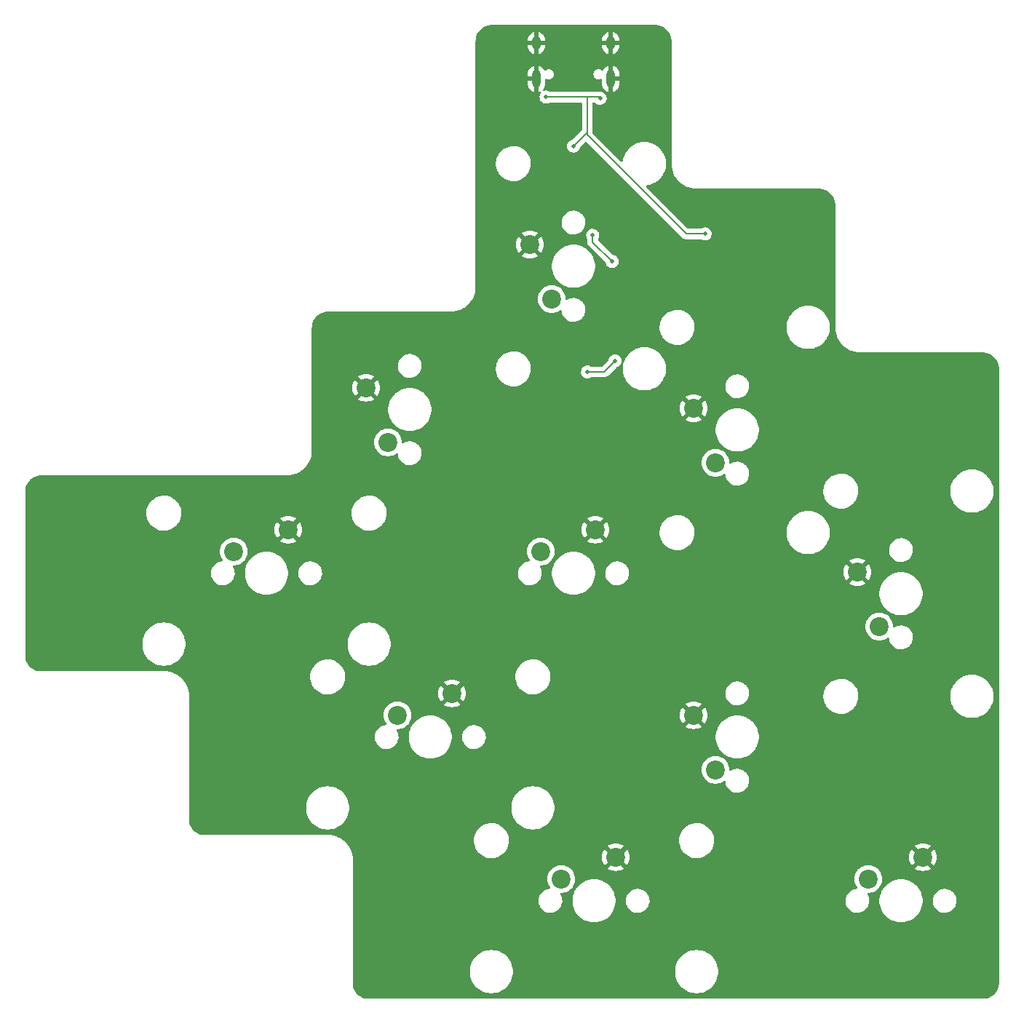
<source format=gbr>
%TF.GenerationSoftware,KiCad,Pcbnew,(6.0.1)*%
%TF.CreationDate,2022-02-16T22:37:27-05:00*%
%TF.ProjectId,herringbone_macro_pad,68657272-696e-4676-926f-6e655f6d6163,rev?*%
%TF.SameCoordinates,Original*%
%TF.FileFunction,Copper,L1,Top*%
%TF.FilePolarity,Positive*%
%FSLAX46Y46*%
G04 Gerber Fmt 4.6, Leading zero omitted, Abs format (unit mm)*
G04 Created by KiCad (PCBNEW (6.0.1)) date 2022-02-16 22:37:27*
%MOMM*%
%LPD*%
G01*
G04 APERTURE LIST*
%TA.AperFunction,ComponentPad*%
%ADD10C,2.200000*%
%TD*%
%TA.AperFunction,ComponentPad*%
%ADD11O,1.000000X2.100000*%
%TD*%
%TA.AperFunction,ComponentPad*%
%ADD12O,1.000000X1.600000*%
%TD*%
%TA.AperFunction,ViaPad*%
%ADD13C,0.800000*%
%TD*%
%TA.AperFunction,ViaPad*%
%ADD14C,0.500000*%
%TD*%
%TA.AperFunction,Conductor*%
%ADD15C,0.200000*%
%TD*%
G04 APERTURE END LIST*
D10*
%TO.P,SW8,1,1*%
%TO.N,/SW_4*%
X197485000Y-99060056D03*
%TO.P,SW8,2,2*%
%TO.N,GND*%
X194945000Y-92710056D03*
%TD*%
%TO.P,SW7,1,1*%
%TO.N,/SW_8*%
X178435000Y-115728806D03*
%TO.P,SW7,2,2*%
%TO.N,GND*%
X175895000Y-109378806D03*
%TD*%
%TO.P,SW1,1,1*%
%TO.N,/SW_1*%
X159385058Y-60960056D03*
%TO.P,SW1,2,2*%
%TO.N,GND*%
X156845058Y-54610056D03*
%TD*%
%TO.P,SW10,1,1*%
%TO.N,/SW_9*%
X196215000Y-128428806D03*
%TO.P,SW10,2,2*%
%TO.N,GND*%
X202565000Y-125888806D03*
%TD*%
%TO.P,SW3,1,1*%
%TO.N,/SW_7*%
X178435000Y-80010000D03*
%TO.P,SW3,2,2*%
%TO.N,GND*%
X175895000Y-73660000D03*
%TD*%
%TO.P,SW4,1,1*%
%TO.N,/SW_0*%
X122396306Y-90328922D03*
%TO.P,SW4,2,2*%
%TO.N,GND*%
X128746306Y-87788922D03*
%TD*%
%TO.P,SW9,1,1*%
%TO.N,/SW_3*%
X160496250Y-128428864D03*
%TO.P,SW9,2,2*%
%TO.N,GND*%
X166846250Y-125888864D03*
%TD*%
%TO.P,SW2,1,1*%
%TO.N,/SW_5*%
X140335000Y-77628806D03*
%TO.P,SW2,2,2*%
%TO.N,GND*%
X137795000Y-71278806D03*
%TD*%
%TO.P,SW5,1,1*%
%TO.N,/SW_2*%
X158115000Y-90328806D03*
%TO.P,SW5,2,2*%
%TO.N,GND*%
X164465000Y-87788806D03*
%TD*%
%TO.P,SW6,1,1*%
%TO.N,/SW_6*%
X141446250Y-109378864D03*
%TO.P,SW6,2,2*%
%TO.N,GND*%
X147796250Y-106838864D03*
%TD*%
D11*
%TO.P,USB1,13,SHIELD*%
%TO.N,GND*%
X157605000Y-35355000D03*
D12*
X166245000Y-31175000D03*
D11*
X166245000Y-35355000D03*
D12*
X157605000Y-31175000D03*
%TD*%
D13*
%TO.N,GND*%
X157700000Y-81400000D03*
D14*
X160150000Y-65400000D03*
X165600000Y-72800000D03*
D13*
X157800000Y-82650000D03*
X158200000Y-79800000D03*
D14*
X159450000Y-65400000D03*
D13*
X156700000Y-78750000D03*
D14*
X162850000Y-65400000D03*
X161500000Y-65400000D03*
D13*
X159500000Y-79800000D03*
X158950000Y-82500000D03*
X157150000Y-79800000D03*
D14*
X161910000Y-40610000D03*
X160800000Y-65400000D03*
X163550000Y-65400000D03*
X162850000Y-81450000D03*
X165975000Y-72425000D03*
X169630000Y-77520000D03*
X162200000Y-65400000D03*
X156450000Y-73000000D03*
D13*
X159250000Y-80700000D03*
X157700000Y-77850000D03*
D14*
%TO.N,/D1-*%
X166400000Y-56600000D03*
X164150000Y-53550000D03*
%TO.N,+5V*%
X165010000Y-37630000D03*
X177220000Y-53390000D03*
X158730000Y-37480000D03*
X161920000Y-43170000D03*
%TO.N,+3.3VA*%
X163550000Y-69450000D03*
X166750000Y-68150000D03*
%TD*%
D15*
%TO.N,/D1-*%
X164150000Y-54350000D02*
X164150000Y-53550000D01*
X166400000Y-56600000D02*
X164150000Y-54350000D01*
%TO.N,+5V*%
X177220000Y-53390000D02*
X177270000Y-53390000D01*
X163510000Y-41879724D02*
X175020276Y-53390000D01*
X175020276Y-53390000D02*
X177220000Y-53390000D01*
X163510000Y-37480000D02*
X163510000Y-41580000D01*
X163510000Y-37480000D02*
X164860000Y-37480000D01*
X158730000Y-37480000D02*
X163510000Y-37480000D01*
X164860000Y-37480000D02*
X165010000Y-37630000D01*
X163510000Y-41580000D02*
X161920000Y-43170000D01*
X163510000Y-41580000D02*
X163510000Y-41879724D01*
%TO.N,+3.3VA*%
X165500000Y-69450000D02*
X166750000Y-68200000D01*
X163550000Y-69450000D02*
X165500000Y-69450000D01*
%TD*%
%TA.AperFunction,Conductor*%
%TO.N,GND*%
G36*
X171420057Y-29084500D02*
G01*
X171434858Y-29086805D01*
X171434861Y-29086805D01*
X171443730Y-29088186D01*
X171459999Y-29086059D01*
X171484567Y-29085266D01*
X171686266Y-29098486D01*
X171702606Y-29100637D01*
X171926733Y-29145218D01*
X171942654Y-29149484D01*
X172159043Y-29222939D01*
X172174269Y-29229246D01*
X172379217Y-29330315D01*
X172393491Y-29338556D01*
X172583497Y-29465514D01*
X172596572Y-29475547D01*
X172768386Y-29626223D01*
X172780027Y-29637864D01*
X172929795Y-29808642D01*
X172930703Y-29809678D01*
X172940736Y-29822753D01*
X173067694Y-30012759D01*
X173075935Y-30027033D01*
X173177004Y-30231981D01*
X173183311Y-30247207D01*
X173256766Y-30463596D01*
X173261032Y-30479517D01*
X173305613Y-30703644D01*
X173307764Y-30719984D01*
X173320514Y-30914518D01*
X173319489Y-30937554D01*
X173319446Y-30941104D01*
X173318064Y-30949980D01*
X173319888Y-30963928D01*
X173322186Y-30981501D01*
X173323250Y-30997839D01*
X173323250Y-45194422D01*
X173321750Y-45213806D01*
X173318064Y-45237480D01*
X173318884Y-45243750D01*
X173318698Y-45243750D01*
X173336894Y-45567753D01*
X173391252Y-45887682D01*
X173481089Y-46199512D01*
X173482443Y-46202780D01*
X173482443Y-46202781D01*
X173516791Y-46285704D01*
X173605274Y-46499324D01*
X173606984Y-46502418D01*
X173606985Y-46502420D01*
X173643417Y-46568338D01*
X173762248Y-46783345D01*
X173764296Y-46786231D01*
X173764297Y-46786233D01*
X173820917Y-46866032D01*
X173950034Y-47048006D01*
X174007159Y-47111929D01*
X174112470Y-47229771D01*
X174166273Y-47289977D01*
X174408244Y-47506216D01*
X174672905Y-47694002D01*
X174956926Y-47850976D01*
X174960189Y-47852327D01*
X174960194Y-47852330D01*
X175220191Y-47960023D01*
X175256738Y-47975161D01*
X175568568Y-48064998D01*
X175888497Y-48119356D01*
X176182091Y-48135844D01*
X176193224Y-48137090D01*
X176195163Y-48137264D01*
X176199961Y-48138071D01*
X176206316Y-48138149D01*
X176207641Y-48138165D01*
X176207645Y-48138165D01*
X176212500Y-48138224D01*
X176240088Y-48134273D01*
X176257951Y-48133000D01*
X190450672Y-48133000D01*
X190470057Y-48134500D01*
X190484858Y-48136805D01*
X190484861Y-48136805D01*
X190493730Y-48138186D01*
X190509999Y-48136059D01*
X190534567Y-48135266D01*
X190736266Y-48148486D01*
X190752606Y-48150637D01*
X190976733Y-48195218D01*
X190992654Y-48199484D01*
X191209043Y-48272939D01*
X191224269Y-48279246D01*
X191429217Y-48380315D01*
X191443491Y-48388556D01*
X191633497Y-48515514D01*
X191646572Y-48525547D01*
X191818386Y-48676223D01*
X191830027Y-48687864D01*
X191979795Y-48858642D01*
X191980703Y-48859678D01*
X191990736Y-48872753D01*
X192117694Y-49062759D01*
X192125935Y-49077033D01*
X192227004Y-49281981D01*
X192233311Y-49297207D01*
X192306766Y-49513596D01*
X192311032Y-49529517D01*
X192355613Y-49753644D01*
X192357764Y-49769984D01*
X192370514Y-49964518D01*
X192369489Y-49987554D01*
X192369446Y-49991104D01*
X192368064Y-49999980D01*
X192370524Y-50018789D01*
X192372186Y-50031501D01*
X192373250Y-50047839D01*
X192373250Y-64244422D01*
X192371750Y-64263807D01*
X192369607Y-64277573D01*
X192368064Y-64287480D01*
X192368884Y-64293750D01*
X192368698Y-64293750D01*
X192386894Y-64617753D01*
X192441252Y-64937682D01*
X192531089Y-65249512D01*
X192532443Y-65252780D01*
X192532443Y-65252781D01*
X192595646Y-65405367D01*
X192655274Y-65549324D01*
X192812248Y-65833345D01*
X193000034Y-66098006D01*
X193216273Y-66339977D01*
X193458244Y-66556216D01*
X193722905Y-66744002D01*
X193726003Y-66745714D01*
X193978914Y-66885494D01*
X194006926Y-66900976D01*
X194010189Y-66902327D01*
X194010194Y-66902330D01*
X194270191Y-67010023D01*
X194306738Y-67025161D01*
X194618568Y-67114998D01*
X194938497Y-67169356D01*
X195232091Y-67185844D01*
X195243224Y-67187090D01*
X195245163Y-67187264D01*
X195249961Y-67188071D01*
X195256316Y-67188149D01*
X195257641Y-67188165D01*
X195257645Y-67188165D01*
X195262500Y-67188224D01*
X195290088Y-67184273D01*
X195307951Y-67183000D01*
X209500672Y-67183000D01*
X209520057Y-67184500D01*
X209534858Y-67186805D01*
X209534861Y-67186805D01*
X209543730Y-67188186D01*
X209559999Y-67186059D01*
X209584567Y-67185266D01*
X209786266Y-67198486D01*
X209802606Y-67200637D01*
X210026733Y-67245218D01*
X210042654Y-67249484D01*
X210259043Y-67322939D01*
X210274269Y-67329246D01*
X210479217Y-67430315D01*
X210493491Y-67438556D01*
X210683497Y-67565514D01*
X210696572Y-67575547D01*
X210868386Y-67726223D01*
X210880027Y-67737864D01*
X210966701Y-67836697D01*
X211030703Y-67909678D01*
X211040736Y-67922753D01*
X211167694Y-68112759D01*
X211175935Y-68127033D01*
X211277004Y-68331981D01*
X211283311Y-68347207D01*
X211356766Y-68563596D01*
X211361032Y-68579517D01*
X211405613Y-68803644D01*
X211407764Y-68819984D01*
X211420514Y-69014518D01*
X211419489Y-69037554D01*
X211419446Y-69041104D01*
X211418064Y-69049980D01*
X211420524Y-69068789D01*
X211422186Y-69081501D01*
X211423250Y-69097839D01*
X211423250Y-140444422D01*
X211421750Y-140463806D01*
X211418064Y-140487480D01*
X211420191Y-140503749D01*
X211420984Y-140528317D01*
X211407764Y-140730016D01*
X211405613Y-140746356D01*
X211361032Y-140970483D01*
X211356766Y-140986404D01*
X211283311Y-141202793D01*
X211277004Y-141218019D01*
X211175935Y-141422967D01*
X211167694Y-141437241D01*
X211040736Y-141627247D01*
X211030703Y-141640322D01*
X210880027Y-141812136D01*
X210868386Y-141823777D01*
X210697608Y-141973545D01*
X210696572Y-141974453D01*
X210683497Y-141984486D01*
X210493491Y-142111444D01*
X210479217Y-142119685D01*
X210274269Y-142220754D01*
X210259043Y-142227061D01*
X210042654Y-142300516D01*
X210026733Y-142304782D01*
X209802606Y-142349363D01*
X209786266Y-142351514D01*
X209591732Y-142364264D01*
X209568696Y-142363239D01*
X209565146Y-142363196D01*
X209556270Y-142361814D01*
X209527762Y-142365542D01*
X209524749Y-142365936D01*
X209508411Y-142367000D01*
X138161828Y-142367000D01*
X138142443Y-142365500D01*
X138127642Y-142363195D01*
X138127639Y-142363195D01*
X138118770Y-142361814D01*
X138102501Y-142363941D01*
X138077933Y-142364734D01*
X137876234Y-142351514D01*
X137859894Y-142349363D01*
X137635767Y-142304782D01*
X137619846Y-142300516D01*
X137403457Y-142227061D01*
X137388231Y-142220754D01*
X137183283Y-142119685D01*
X137169009Y-142111444D01*
X136979003Y-141984486D01*
X136965928Y-141974453D01*
X136964892Y-141973545D01*
X136794114Y-141823777D01*
X136782473Y-141812136D01*
X136631797Y-141640322D01*
X136621764Y-141627247D01*
X136494806Y-141437241D01*
X136486565Y-141422967D01*
X136385496Y-141218019D01*
X136379189Y-141202793D01*
X136305734Y-140986404D01*
X136301468Y-140970483D01*
X136256887Y-140746356D01*
X136254736Y-140730016D01*
X136242224Y-140539126D01*
X136243397Y-140515968D01*
X136243079Y-140515939D01*
X136243514Y-140511083D01*
X136244321Y-140506289D01*
X136244474Y-140493750D01*
X136240523Y-140466162D01*
X136239250Y-140448299D01*
X136239250Y-139366685D01*
X149859750Y-139366685D01*
X149899310Y-139679839D01*
X149977807Y-139985566D01*
X150094003Y-140279043D01*
X150095909Y-140282511D01*
X150095910Y-140282512D01*
X150236986Y-140539126D01*
X150246066Y-140555643D01*
X150431596Y-140811004D01*
X150647668Y-141041097D01*
X150890875Y-141242296D01*
X151157381Y-141411426D01*
X151160960Y-141413110D01*
X151160967Y-141413114D01*
X151439394Y-141544131D01*
X151439398Y-141544133D01*
X151442984Y-141545820D01*
X151743178Y-141643359D01*
X152053230Y-141702505D01*
X152289412Y-141717364D01*
X152447088Y-141717364D01*
X152683270Y-141702505D01*
X152993322Y-141643359D01*
X153293516Y-141545820D01*
X153297102Y-141544133D01*
X153297106Y-141544131D01*
X153575533Y-141413114D01*
X153575540Y-141413110D01*
X153579119Y-141411426D01*
X153845625Y-141242296D01*
X154088832Y-141041097D01*
X154304904Y-140811004D01*
X154490434Y-140555643D01*
X154499515Y-140539126D01*
X154640590Y-140282512D01*
X154640591Y-140282511D01*
X154642497Y-140279043D01*
X154758693Y-139985566D01*
X154837190Y-139679839D01*
X154876750Y-139366685D01*
X173735750Y-139366685D01*
X173775310Y-139679839D01*
X173853807Y-139985566D01*
X173970003Y-140279043D01*
X173971909Y-140282511D01*
X173971910Y-140282512D01*
X174112986Y-140539126D01*
X174122066Y-140555643D01*
X174307596Y-140811004D01*
X174523668Y-141041097D01*
X174766875Y-141242296D01*
X175033381Y-141411426D01*
X175036960Y-141413110D01*
X175036967Y-141413114D01*
X175315394Y-141544131D01*
X175315398Y-141544133D01*
X175318984Y-141545820D01*
X175619178Y-141643359D01*
X175929230Y-141702505D01*
X176165412Y-141717364D01*
X176323088Y-141717364D01*
X176559270Y-141702505D01*
X176869322Y-141643359D01*
X177169516Y-141545820D01*
X177173102Y-141544133D01*
X177173106Y-141544131D01*
X177451533Y-141413114D01*
X177451540Y-141413110D01*
X177455119Y-141411426D01*
X177721625Y-141242296D01*
X177964832Y-141041097D01*
X178180904Y-140811004D01*
X178366434Y-140555643D01*
X178375515Y-140539126D01*
X178516590Y-140282512D01*
X178516591Y-140282511D01*
X178518497Y-140279043D01*
X178634693Y-139985566D01*
X178713190Y-139679839D01*
X178752750Y-139366685D01*
X178752750Y-139051043D01*
X178713190Y-138737889D01*
X178634693Y-138432162D01*
X178518497Y-138138685D01*
X178366434Y-137862085D01*
X178180904Y-137606724D01*
X177964832Y-137376631D01*
X177721625Y-137175432D01*
X177455119Y-137006302D01*
X177451540Y-137004618D01*
X177451533Y-137004614D01*
X177173106Y-136873597D01*
X177173102Y-136873595D01*
X177169516Y-136871908D01*
X176869322Y-136774369D01*
X176559270Y-136715223D01*
X176323088Y-136700364D01*
X176165412Y-136700364D01*
X175929230Y-136715223D01*
X175619178Y-136774369D01*
X175318984Y-136871908D01*
X175315398Y-136873595D01*
X175315394Y-136873597D01*
X175036967Y-137004614D01*
X175036960Y-137004618D01*
X175033381Y-137006302D01*
X174766875Y-137175432D01*
X174523668Y-137376631D01*
X174307596Y-137606724D01*
X174122066Y-137862085D01*
X173970003Y-138138685D01*
X173853807Y-138432162D01*
X173775310Y-138737889D01*
X173735750Y-139051043D01*
X173735750Y-139366685D01*
X154876750Y-139366685D01*
X154876750Y-139051043D01*
X154837190Y-138737889D01*
X154758693Y-138432162D01*
X154642497Y-138138685D01*
X154490434Y-137862085D01*
X154304904Y-137606724D01*
X154088832Y-137376631D01*
X153845625Y-137175432D01*
X153579119Y-137006302D01*
X153575540Y-137004618D01*
X153575533Y-137004614D01*
X153297106Y-136873597D01*
X153297102Y-136873595D01*
X153293516Y-136871908D01*
X152993322Y-136774369D01*
X152683270Y-136715223D01*
X152447088Y-136700364D01*
X152289412Y-136700364D01*
X152053230Y-136715223D01*
X151743178Y-136774369D01*
X151442984Y-136871908D01*
X151439398Y-136873595D01*
X151439394Y-136873597D01*
X151160967Y-137004614D01*
X151160960Y-137004618D01*
X151157381Y-137006302D01*
X150890875Y-137175432D01*
X150647668Y-137376631D01*
X150431596Y-137606724D01*
X150246066Y-137862085D01*
X150094003Y-138138685D01*
X149977807Y-138432162D01*
X149899310Y-138737889D01*
X149859750Y-139051043D01*
X149859750Y-139366685D01*
X136239250Y-139366685D01*
X136239250Y-130903457D01*
X157839289Y-130903457D01*
X157848098Y-131138080D01*
X157849193Y-131143298D01*
X157874044Y-131261735D01*
X157896312Y-131367865D01*
X157982552Y-131586241D01*
X157985321Y-131590804D01*
X158054476Y-131704767D01*
X158104354Y-131786964D01*
X158258235Y-131964296D01*
X158262367Y-131967684D01*
X158435666Y-132109781D01*
X158435672Y-132109785D01*
X158439794Y-132113165D01*
X158444430Y-132115804D01*
X158444433Y-132115806D01*
X158555658Y-132179119D01*
X158643840Y-132229315D01*
X158864539Y-132309425D01*
X158869788Y-132310374D01*
X158869791Y-132310375D01*
X158916632Y-132318845D01*
X159095580Y-132351204D01*
X159099719Y-132351399D01*
X159099726Y-132351400D01*
X159118690Y-132352294D01*
X159118699Y-132352294D01*
X159120179Y-132352364D01*
X159285200Y-132352364D01*
X159366549Y-132345461D01*
X159454887Y-132337966D01*
X159454891Y-132337965D01*
X159460198Y-132337515D01*
X159465353Y-132336177D01*
X159465359Y-132336176D01*
X159682285Y-132279873D01*
X159682284Y-132279873D01*
X159687456Y-132278531D01*
X159692322Y-132276339D01*
X159692325Y-132276338D01*
X159896667Y-132184288D01*
X159896670Y-132184287D01*
X159901528Y-132182098D01*
X160096291Y-132050976D01*
X160100211Y-132047237D01*
X160262320Y-131892592D01*
X160266177Y-131888913D01*
X160406328Y-131700543D01*
X160466969Y-131581272D01*
X160510319Y-131496008D01*
X160510319Y-131496007D01*
X160512737Y-131491252D01*
X160582361Y-131267024D01*
X160599452Y-131138080D01*
X160600962Y-131126685D01*
X161797750Y-131126685D01*
X161837310Y-131439839D01*
X161915807Y-131745566D01*
X161917260Y-131749235D01*
X161917260Y-131749236D01*
X162002409Y-131964296D01*
X162032003Y-132039043D01*
X162033909Y-132042511D01*
X162033910Y-132042512D01*
X162180648Y-132309425D01*
X162184066Y-132315643D01*
X162369596Y-132571004D01*
X162585668Y-132801097D01*
X162828875Y-133002296D01*
X163095381Y-133171426D01*
X163098960Y-133173110D01*
X163098967Y-133173114D01*
X163377394Y-133304131D01*
X163377398Y-133304133D01*
X163380984Y-133305820D01*
X163681178Y-133403359D01*
X163991230Y-133462505D01*
X164227412Y-133477364D01*
X164385088Y-133477364D01*
X164621270Y-133462505D01*
X164931322Y-133403359D01*
X165231516Y-133305820D01*
X165235102Y-133304133D01*
X165235106Y-133304131D01*
X165513533Y-133173114D01*
X165513540Y-133173110D01*
X165517119Y-133171426D01*
X165783625Y-133002296D01*
X166026832Y-132801097D01*
X166242904Y-132571004D01*
X166428434Y-132315643D01*
X166431853Y-132309425D01*
X166578590Y-132042512D01*
X166578591Y-132042511D01*
X166580497Y-132039043D01*
X166610092Y-131964296D01*
X166695240Y-131749236D01*
X166695240Y-131749235D01*
X166696693Y-131745566D01*
X166775190Y-131439839D01*
X166814750Y-131126685D01*
X166814750Y-130903457D01*
X167999289Y-130903457D01*
X168008098Y-131138080D01*
X168009193Y-131143298D01*
X168034044Y-131261735D01*
X168056312Y-131367865D01*
X168142552Y-131586241D01*
X168145321Y-131590804D01*
X168214476Y-131704767D01*
X168264354Y-131786964D01*
X168418235Y-131964296D01*
X168422367Y-131967684D01*
X168595666Y-132109781D01*
X168595672Y-132109785D01*
X168599794Y-132113165D01*
X168604430Y-132115804D01*
X168604433Y-132115806D01*
X168715658Y-132179119D01*
X168803840Y-132229315D01*
X169024539Y-132309425D01*
X169029788Y-132310374D01*
X169029791Y-132310375D01*
X169076632Y-132318845D01*
X169255580Y-132351204D01*
X169259719Y-132351399D01*
X169259726Y-132351400D01*
X169278690Y-132352294D01*
X169278699Y-132352294D01*
X169280179Y-132352364D01*
X169445200Y-132352364D01*
X169526549Y-132345461D01*
X169614887Y-132337966D01*
X169614891Y-132337965D01*
X169620198Y-132337515D01*
X169625353Y-132336177D01*
X169625359Y-132336176D01*
X169842285Y-132279873D01*
X169842284Y-132279873D01*
X169847456Y-132278531D01*
X169852322Y-132276339D01*
X169852325Y-132276338D01*
X170056667Y-132184288D01*
X170056670Y-132184287D01*
X170061528Y-132182098D01*
X170256291Y-132050976D01*
X170260211Y-132047237D01*
X170422320Y-131892592D01*
X170426177Y-131888913D01*
X170566328Y-131700543D01*
X170626969Y-131581272D01*
X170670319Y-131496008D01*
X170670319Y-131496007D01*
X170672737Y-131491252D01*
X170742361Y-131267024D01*
X170759452Y-131138080D01*
X170772511Y-131039554D01*
X170772511Y-131039551D01*
X170773211Y-131034271D01*
X170768297Y-130903399D01*
X193558039Y-130903399D01*
X193566848Y-131138022D01*
X193567943Y-131143240D01*
X193594985Y-131272119D01*
X193615062Y-131367807D01*
X193701302Y-131586183D01*
X193704071Y-131590746D01*
X193795700Y-131741745D01*
X193823104Y-131786906D01*
X193976985Y-131964238D01*
X193981117Y-131967626D01*
X194154416Y-132109723D01*
X194154422Y-132109727D01*
X194158544Y-132113107D01*
X194163180Y-132115746D01*
X194163183Y-132115748D01*
X194283489Y-132184230D01*
X194362590Y-132229257D01*
X194583289Y-132309367D01*
X194588538Y-132310316D01*
X194588541Y-132310317D01*
X194669615Y-132324977D01*
X194814330Y-132351146D01*
X194818469Y-132351341D01*
X194818476Y-132351342D01*
X194837440Y-132352236D01*
X194837449Y-132352236D01*
X194838929Y-132352306D01*
X195003950Y-132352306D01*
X195085299Y-132345403D01*
X195173637Y-132337908D01*
X195173641Y-132337907D01*
X195178948Y-132337457D01*
X195184103Y-132336119D01*
X195184109Y-132336118D01*
X195401035Y-132279815D01*
X195401034Y-132279815D01*
X195406206Y-132278473D01*
X195411072Y-132276281D01*
X195411075Y-132276280D01*
X195615417Y-132184230D01*
X195615420Y-132184229D01*
X195620278Y-132182040D01*
X195815041Y-132050918D01*
X195831402Y-132035311D01*
X195910138Y-131960200D01*
X195984927Y-131888855D01*
X196125078Y-131700485D01*
X196185719Y-131581214D01*
X196229069Y-131495950D01*
X196229069Y-131495949D01*
X196231487Y-131491194D01*
X196301111Y-131266966D01*
X196304693Y-131239938D01*
X196319712Y-131126627D01*
X197516500Y-131126627D01*
X197556060Y-131439781D01*
X197634557Y-131745508D01*
X197636010Y-131749177D01*
X197636010Y-131749178D01*
X197721159Y-131964238D01*
X197750753Y-132038985D01*
X197752659Y-132042453D01*
X197752660Y-132042454D01*
X197899398Y-132309367D01*
X197902816Y-132315585D01*
X198088346Y-132570946D01*
X198304418Y-132801039D01*
X198547625Y-133002238D01*
X198814131Y-133171368D01*
X198817710Y-133173052D01*
X198817717Y-133173056D01*
X199096144Y-133304073D01*
X199096148Y-133304075D01*
X199099734Y-133305762D01*
X199399928Y-133403301D01*
X199709980Y-133462447D01*
X199946162Y-133477306D01*
X200103838Y-133477306D01*
X200340020Y-133462447D01*
X200650072Y-133403301D01*
X200950266Y-133305762D01*
X200953852Y-133304075D01*
X200953856Y-133304073D01*
X201232283Y-133173056D01*
X201232290Y-133173052D01*
X201235869Y-133171368D01*
X201502375Y-133002238D01*
X201745582Y-132801039D01*
X201961654Y-132570946D01*
X202147184Y-132315585D01*
X202150603Y-132309367D01*
X202297340Y-132042454D01*
X202297341Y-132042453D01*
X202299247Y-132038985D01*
X202328842Y-131964238D01*
X202413990Y-131749178D01*
X202413990Y-131749177D01*
X202415443Y-131745508D01*
X202493940Y-131439781D01*
X202533500Y-131126627D01*
X202533500Y-130903399D01*
X203718039Y-130903399D01*
X203726848Y-131138022D01*
X203727943Y-131143240D01*
X203754985Y-131272119D01*
X203775062Y-131367807D01*
X203861302Y-131586183D01*
X203864071Y-131590746D01*
X203955700Y-131741745D01*
X203983104Y-131786906D01*
X204136985Y-131964238D01*
X204141117Y-131967626D01*
X204314416Y-132109723D01*
X204314422Y-132109727D01*
X204318544Y-132113107D01*
X204323180Y-132115746D01*
X204323183Y-132115748D01*
X204443489Y-132184230D01*
X204522590Y-132229257D01*
X204743289Y-132309367D01*
X204748538Y-132310316D01*
X204748541Y-132310317D01*
X204829615Y-132324977D01*
X204974330Y-132351146D01*
X204978469Y-132351341D01*
X204978476Y-132351342D01*
X204997440Y-132352236D01*
X204997449Y-132352236D01*
X204998929Y-132352306D01*
X205163950Y-132352306D01*
X205245299Y-132345403D01*
X205333637Y-132337908D01*
X205333641Y-132337907D01*
X205338948Y-132337457D01*
X205344103Y-132336119D01*
X205344109Y-132336118D01*
X205561035Y-132279815D01*
X205561034Y-132279815D01*
X205566206Y-132278473D01*
X205571072Y-132276281D01*
X205571075Y-132276280D01*
X205775417Y-132184230D01*
X205775420Y-132184229D01*
X205780278Y-132182040D01*
X205975041Y-132050918D01*
X205991402Y-132035311D01*
X206070138Y-131960200D01*
X206144927Y-131888855D01*
X206285078Y-131700485D01*
X206345719Y-131581214D01*
X206389069Y-131495950D01*
X206389069Y-131495949D01*
X206391487Y-131491194D01*
X206461111Y-131266966D01*
X206464693Y-131239938D01*
X206491261Y-131039496D01*
X206491261Y-131039493D01*
X206491961Y-131034213D01*
X206483152Y-130799590D01*
X206457219Y-130675993D01*
X206436035Y-130575032D01*
X206436034Y-130575029D01*
X206434938Y-130569805D01*
X206348698Y-130351429D01*
X206279338Y-130237127D01*
X206229664Y-130155267D01*
X206229662Y-130155264D01*
X206226896Y-130150706D01*
X206073015Y-129973374D01*
X205986406Y-129902359D01*
X205895584Y-129827889D01*
X205895578Y-129827885D01*
X205891456Y-129824505D01*
X205886820Y-129821866D01*
X205886817Y-129821864D01*
X205692053Y-129710998D01*
X205687410Y-129708355D01*
X205466711Y-129628245D01*
X205461462Y-129627296D01*
X205461459Y-129627295D01*
X205380385Y-129612635D01*
X205235670Y-129586466D01*
X205231531Y-129586271D01*
X205231524Y-129586270D01*
X205212560Y-129585376D01*
X205212551Y-129585376D01*
X205211071Y-129585306D01*
X205046050Y-129585306D01*
X204964701Y-129592209D01*
X204876363Y-129599704D01*
X204876359Y-129599705D01*
X204871052Y-129600155D01*
X204865897Y-129601493D01*
X204865891Y-129601494D01*
X204688177Y-129647620D01*
X204643794Y-129659139D01*
X204638928Y-129661331D01*
X204638925Y-129661332D01*
X204434583Y-129753382D01*
X204434580Y-129753383D01*
X204429722Y-129755572D01*
X204234959Y-129886694D01*
X204231102Y-129890373D01*
X204231100Y-129890375D01*
X204218538Y-129902359D01*
X204065073Y-130048757D01*
X203924922Y-130237127D01*
X203922506Y-130241878D01*
X203922504Y-130241882D01*
X203864252Y-130356456D01*
X203818513Y-130446418D01*
X203748889Y-130670646D01*
X203748188Y-130675935D01*
X203731092Y-130804922D01*
X203718039Y-130903399D01*
X202533500Y-130903399D01*
X202533500Y-130810985D01*
X202493940Y-130497831D01*
X202415443Y-130192104D01*
X202356744Y-130043848D01*
X202300702Y-129902301D01*
X202300700Y-129902296D01*
X202299247Y-129898627D01*
X202294742Y-129890433D01*
X202149093Y-129625499D01*
X202149091Y-129625496D01*
X202147184Y-129622027D01*
X201972070Y-129381002D01*
X201963982Y-129369870D01*
X201963981Y-129369868D01*
X201961654Y-129366666D01*
X201764569Y-129156792D01*
X201748297Y-129139464D01*
X201748296Y-129139463D01*
X201745582Y-129136573D01*
X201502375Y-128935374D01*
X201235869Y-128766244D01*
X201232290Y-128764560D01*
X201232283Y-128764556D01*
X200953856Y-128633539D01*
X200953852Y-128633537D01*
X200950266Y-128631850D01*
X200650072Y-128534311D01*
X200340020Y-128475165D01*
X200103838Y-128460306D01*
X199946162Y-128460306D01*
X199709980Y-128475165D01*
X199399928Y-128534311D01*
X199099734Y-128631850D01*
X199096148Y-128633537D01*
X199096144Y-128633539D01*
X198817717Y-128764556D01*
X198817710Y-128764560D01*
X198814131Y-128766244D01*
X198547625Y-128935374D01*
X198304418Y-129136573D01*
X198301704Y-129139463D01*
X198301703Y-129139464D01*
X198285431Y-129156792D01*
X198088346Y-129366666D01*
X198086019Y-129369868D01*
X198086018Y-129369870D01*
X198077930Y-129381002D01*
X197902816Y-129622027D01*
X197900909Y-129625496D01*
X197900907Y-129625499D01*
X197755258Y-129890433D01*
X197750753Y-129898627D01*
X197749300Y-129902296D01*
X197749298Y-129902301D01*
X197693256Y-130043848D01*
X197634557Y-130192104D01*
X197556060Y-130497831D01*
X197516500Y-130810985D01*
X197516500Y-131126627D01*
X196319712Y-131126627D01*
X196331261Y-131039496D01*
X196331261Y-131039493D01*
X196331961Y-131034213D01*
X196323152Y-130799590D01*
X196297219Y-130675993D01*
X196276035Y-130575032D01*
X196276034Y-130575029D01*
X196274938Y-130569805D01*
X196188698Y-130351429D01*
X196185928Y-130346865D01*
X196185926Y-130346860D01*
X196116990Y-130233257D01*
X196098751Y-130164644D01*
X196120502Y-130097061D01*
X196175339Y-130051967D01*
X196215123Y-130043848D01*
X196215000Y-130042280D01*
X196467403Y-130022415D01*
X196472210Y-130021261D01*
X196472216Y-130021260D01*
X196654614Y-129977470D01*
X196713591Y-129963311D01*
X196718164Y-129961417D01*
X196942928Y-129868317D01*
X196942932Y-129868315D01*
X196947502Y-129866422D01*
X197163376Y-129734134D01*
X197355898Y-129569704D01*
X197520328Y-129377182D01*
X197652616Y-129161308D01*
X197663884Y-129134106D01*
X197747611Y-128931970D01*
X197747612Y-128931968D01*
X197749505Y-128927397D01*
X197788194Y-128766244D01*
X197807454Y-128686022D01*
X197807455Y-128686016D01*
X197808609Y-128681209D01*
X197828474Y-128428806D01*
X197808609Y-128176403D01*
X197749505Y-127930215D01*
X197652616Y-127696304D01*
X197520328Y-127480430D01*
X197376040Y-127311491D01*
X197359106Y-127291664D01*
X197355898Y-127287908D01*
X197246176Y-127194196D01*
X201624440Y-127194196D01*
X201630167Y-127201846D01*
X201828506Y-127323389D01*
X201837300Y-127327870D01*
X202061991Y-127420940D01*
X202071376Y-127423989D01*
X202307863Y-127480765D01*
X202317610Y-127482308D01*
X202560070Y-127501390D01*
X202569930Y-127501390D01*
X202812390Y-127482308D01*
X202822137Y-127480765D01*
X203058624Y-127423989D01*
X203068009Y-127420940D01*
X203292700Y-127327870D01*
X203301494Y-127323389D01*
X203496167Y-127204093D01*
X203505627Y-127193636D01*
X203501844Y-127184860D01*
X202577812Y-126260828D01*
X202563868Y-126253214D01*
X202562035Y-126253345D01*
X202555420Y-126257596D01*
X201631200Y-127181816D01*
X201624440Y-127194196D01*
X197246176Y-127194196D01*
X197163376Y-127123478D01*
X196947502Y-126991190D01*
X196942932Y-126989297D01*
X196942928Y-126989295D01*
X196718164Y-126896195D01*
X196718162Y-126896194D01*
X196713591Y-126894301D01*
X196628968Y-126873985D01*
X196472216Y-126836352D01*
X196472210Y-126836351D01*
X196467403Y-126835197D01*
X196215000Y-126815332D01*
X195962597Y-126835197D01*
X195957790Y-126836351D01*
X195957784Y-126836352D01*
X195801032Y-126873985D01*
X195716409Y-126894301D01*
X195711838Y-126896194D01*
X195711836Y-126896195D01*
X195487072Y-126989295D01*
X195487068Y-126989297D01*
X195482498Y-126991190D01*
X195266624Y-127123478D01*
X195074102Y-127287908D01*
X195070894Y-127291664D01*
X195053960Y-127311491D01*
X194909672Y-127480430D01*
X194777384Y-127696304D01*
X194680495Y-127930215D01*
X194621391Y-128176403D01*
X194601526Y-128428806D01*
X194621391Y-128681209D01*
X194622545Y-128686016D01*
X194622546Y-128686022D01*
X194641806Y-128766244D01*
X194680495Y-128927397D01*
X194682388Y-128931968D01*
X194682389Y-128931970D01*
X194766117Y-129134106D01*
X194777384Y-129161308D01*
X194909672Y-129377182D01*
X194912878Y-129380936D01*
X194912884Y-129380944D01*
X194914418Y-129382739D01*
X194914787Y-129383562D01*
X194915796Y-129384951D01*
X194915504Y-129385163D01*
X194943453Y-129447526D01*
X194932852Y-129517727D01*
X194885981Y-129571052D01*
X194829265Y-129590124D01*
X194716363Y-129599704D01*
X194716359Y-129599705D01*
X194711052Y-129600155D01*
X194705897Y-129601493D01*
X194705891Y-129601494D01*
X194528177Y-129647620D01*
X194483794Y-129659139D01*
X194478928Y-129661331D01*
X194478925Y-129661332D01*
X194274583Y-129753382D01*
X194274580Y-129753383D01*
X194269722Y-129755572D01*
X194074959Y-129886694D01*
X194071102Y-129890373D01*
X194071100Y-129890375D01*
X194058538Y-129902359D01*
X193905073Y-130048757D01*
X193764922Y-130237127D01*
X193762506Y-130241878D01*
X193762504Y-130241882D01*
X193704252Y-130356456D01*
X193658513Y-130446418D01*
X193588889Y-130670646D01*
X193588188Y-130675935D01*
X193571092Y-130804922D01*
X193558039Y-130903399D01*
X170768297Y-130903399D01*
X170764402Y-130799648D01*
X170746608Y-130714842D01*
X170717285Y-130575090D01*
X170717284Y-130575087D01*
X170716188Y-130569863D01*
X170629948Y-130351487D01*
X170560588Y-130237185D01*
X170510914Y-130155325D01*
X170510912Y-130155322D01*
X170508146Y-130150764D01*
X170354265Y-129973432D01*
X170339612Y-129961417D01*
X170176834Y-129827947D01*
X170176828Y-129827943D01*
X170172706Y-129824563D01*
X170168070Y-129821924D01*
X170168067Y-129821922D01*
X169973303Y-129711056D01*
X169968660Y-129708413D01*
X169747961Y-129628303D01*
X169742712Y-129627354D01*
X169742709Y-129627353D01*
X169661635Y-129612693D01*
X169516920Y-129586524D01*
X169512781Y-129586329D01*
X169512774Y-129586328D01*
X169493810Y-129585434D01*
X169493801Y-129585434D01*
X169492321Y-129585364D01*
X169327300Y-129585364D01*
X169245951Y-129592267D01*
X169157613Y-129599762D01*
X169157609Y-129599763D01*
X169152302Y-129600213D01*
X169147147Y-129601551D01*
X169147141Y-129601552D01*
X168969427Y-129647678D01*
X168925044Y-129659197D01*
X168920178Y-129661389D01*
X168920175Y-129661390D01*
X168715833Y-129753440D01*
X168715830Y-129753441D01*
X168710972Y-129755630D01*
X168516209Y-129886752D01*
X168512352Y-129890431D01*
X168512350Y-129890433D01*
X168442095Y-129957454D01*
X168346323Y-130048815D01*
X168206172Y-130237185D01*
X168203756Y-130241936D01*
X168203754Y-130241940D01*
X168102181Y-130441720D01*
X168099763Y-130446476D01*
X168030139Y-130670704D01*
X168029438Y-130675993D01*
X168011546Y-130810985D01*
X167999289Y-130903457D01*
X166814750Y-130903457D01*
X166814750Y-130811043D01*
X166775190Y-130497889D01*
X166696693Y-130192162D01*
X166637971Y-130043848D01*
X166581952Y-129902359D01*
X166581950Y-129902354D01*
X166580497Y-129898685D01*
X166578558Y-129895158D01*
X166430343Y-129625557D01*
X166430341Y-129625554D01*
X166428434Y-129622085D01*
X166255180Y-129383620D01*
X166245232Y-129369928D01*
X166245231Y-129369926D01*
X166242904Y-129366724D01*
X166050005Y-129161308D01*
X166029547Y-129139522D01*
X166029546Y-129139521D01*
X166026832Y-129136631D01*
X165783625Y-128935432D01*
X165517119Y-128766302D01*
X165513540Y-128764618D01*
X165513533Y-128764614D01*
X165235106Y-128633597D01*
X165235102Y-128633595D01*
X165231516Y-128631908D01*
X164931322Y-128534369D01*
X164621270Y-128475223D01*
X164385088Y-128460364D01*
X164227412Y-128460364D01*
X163991230Y-128475223D01*
X163681178Y-128534369D01*
X163380984Y-128631908D01*
X163377398Y-128633595D01*
X163377394Y-128633597D01*
X163098967Y-128764614D01*
X163098960Y-128764618D01*
X163095381Y-128766302D01*
X162828875Y-128935432D01*
X162585668Y-129136631D01*
X162582954Y-129139521D01*
X162582953Y-129139522D01*
X162562495Y-129161308D01*
X162369596Y-129366724D01*
X162367269Y-129369926D01*
X162367268Y-129369928D01*
X162357320Y-129383620D01*
X162184066Y-129622085D01*
X162182159Y-129625554D01*
X162182157Y-129625557D01*
X162033942Y-129895158D01*
X162032003Y-129898685D01*
X162030550Y-129902354D01*
X162030548Y-129902359D01*
X161974529Y-130043848D01*
X161915807Y-130192162D01*
X161837310Y-130497889D01*
X161797750Y-130811043D01*
X161797750Y-131126685D01*
X160600962Y-131126685D01*
X160612511Y-131039554D01*
X160612511Y-131039551D01*
X160613211Y-131034271D01*
X160604402Y-130799648D01*
X160586608Y-130714842D01*
X160557285Y-130575090D01*
X160557284Y-130575087D01*
X160556188Y-130569863D01*
X160469948Y-130351487D01*
X160467178Y-130346923D01*
X160467176Y-130346918D01*
X160398240Y-130233315D01*
X160380001Y-130164702D01*
X160401752Y-130097119D01*
X160456589Y-130052025D01*
X160496373Y-130043906D01*
X160496250Y-130042338D01*
X160748653Y-130022473D01*
X160753460Y-130021319D01*
X160753466Y-130021318D01*
X160910218Y-129983685D01*
X160994841Y-129963369D01*
X160999554Y-129961417D01*
X161224178Y-129868375D01*
X161224182Y-129868373D01*
X161228752Y-129866480D01*
X161444626Y-129734192D01*
X161637148Y-129569762D01*
X161640406Y-129565948D01*
X161741548Y-129447526D01*
X161801578Y-129377240D01*
X161933866Y-129161366D01*
X161945158Y-129134106D01*
X162028861Y-128932028D01*
X162028862Y-128932026D01*
X162030755Y-128927455D01*
X162069458Y-128766244D01*
X162088704Y-128686080D01*
X162088705Y-128686074D01*
X162089859Y-128681267D01*
X162109724Y-128428864D01*
X162089859Y-128176461D01*
X162030755Y-127930273D01*
X161933866Y-127696362D01*
X161801578Y-127480488D01*
X161637148Y-127287966D01*
X161527426Y-127194254D01*
X165905690Y-127194254D01*
X165911417Y-127201904D01*
X166109756Y-127323447D01*
X166118550Y-127327928D01*
X166343241Y-127420998D01*
X166352626Y-127424047D01*
X166589113Y-127480823D01*
X166598860Y-127482366D01*
X166841320Y-127501448D01*
X166851180Y-127501448D01*
X167093640Y-127482366D01*
X167103387Y-127480823D01*
X167339874Y-127424047D01*
X167349259Y-127420998D01*
X167573950Y-127327928D01*
X167582744Y-127323447D01*
X167777417Y-127204151D01*
X167786877Y-127193694D01*
X167783094Y-127184918D01*
X166859062Y-126260886D01*
X166845118Y-126253272D01*
X166843285Y-126253403D01*
X166836670Y-126257654D01*
X165912450Y-127181874D01*
X165905690Y-127194254D01*
X161527426Y-127194254D01*
X161444626Y-127123536D01*
X161228752Y-126991248D01*
X161224182Y-126989355D01*
X161224178Y-126989353D01*
X160999414Y-126896253D01*
X160999412Y-126896252D01*
X160994841Y-126894359D01*
X160910218Y-126874043D01*
X160753466Y-126836410D01*
X160753460Y-126836409D01*
X160748653Y-126835255D01*
X160496250Y-126815390D01*
X160243847Y-126835255D01*
X160239040Y-126836409D01*
X160239034Y-126836410D01*
X160082282Y-126874043D01*
X159997659Y-126894359D01*
X159993088Y-126896252D01*
X159993086Y-126896253D01*
X159768322Y-126989353D01*
X159768318Y-126989355D01*
X159763748Y-126991248D01*
X159547874Y-127123536D01*
X159355352Y-127287966D01*
X159190922Y-127480488D01*
X159058634Y-127696362D01*
X158961745Y-127930273D01*
X158902641Y-128176461D01*
X158882776Y-128428864D01*
X158902641Y-128681267D01*
X158903795Y-128686074D01*
X158903796Y-128686080D01*
X158923042Y-128766244D01*
X158961745Y-128927455D01*
X158963638Y-128932026D01*
X158963639Y-128932028D01*
X159047343Y-129134106D01*
X159058634Y-129161366D01*
X159190922Y-129377240D01*
X159194128Y-129380994D01*
X159194134Y-129381002D01*
X159195668Y-129382797D01*
X159196037Y-129383620D01*
X159197046Y-129385009D01*
X159196754Y-129385221D01*
X159224703Y-129447584D01*
X159214102Y-129517785D01*
X159167231Y-129571110D01*
X159110515Y-129590182D01*
X158997613Y-129599762D01*
X158997609Y-129599763D01*
X158992302Y-129600213D01*
X158987147Y-129601551D01*
X158987141Y-129601552D01*
X158809427Y-129647678D01*
X158765044Y-129659197D01*
X158760178Y-129661389D01*
X158760175Y-129661390D01*
X158555833Y-129753440D01*
X158555830Y-129753441D01*
X158550972Y-129755630D01*
X158356209Y-129886752D01*
X158352352Y-129890431D01*
X158352350Y-129890433D01*
X158282095Y-129957454D01*
X158186323Y-130048815D01*
X158046172Y-130237185D01*
X158043756Y-130241936D01*
X158043754Y-130241940D01*
X157942181Y-130441720D01*
X157939763Y-130446476D01*
X157870139Y-130670704D01*
X157869438Y-130675993D01*
X157851546Y-130810985D01*
X157839289Y-130903457D01*
X136239250Y-130903457D01*
X136239250Y-126259457D01*
X136240996Y-126238553D01*
X136243514Y-126223585D01*
X136244321Y-126218789D01*
X136244474Y-126206250D01*
X136243784Y-126201435D01*
X136243578Y-126198269D01*
X136243063Y-126193102D01*
X136240415Y-126145943D01*
X136225606Y-125882247D01*
X136171248Y-125562318D01*
X136081411Y-125250488D01*
X135972726Y-124988097D01*
X135958580Y-124953944D01*
X135958577Y-124953939D01*
X135957226Y-124950676D01*
X135800252Y-124666655D01*
X135612466Y-124401994D01*
X135396227Y-124160023D01*
X135154256Y-123943784D01*
X135089339Y-123897723D01*
X150331026Y-123897723D01*
X150331179Y-123902111D01*
X150331179Y-123902117D01*
X150340186Y-124160023D01*
X150340951Y-124181942D01*
X150341713Y-124186265D01*
X150341714Y-124186272D01*
X150368157Y-124336235D01*
X150390335Y-124462014D01*
X150391690Y-124466185D01*
X150391692Y-124466192D01*
X150456827Y-124666655D01*
X150478217Y-124732487D01*
X150602887Y-124988097D01*
X150605342Y-124991736D01*
X150605345Y-124991742D01*
X150681701Y-125104944D01*
X150761917Y-125223869D01*
X150952213Y-125435214D01*
X151170070Y-125618018D01*
X151411248Y-125768723D01*
X151671054Y-125884395D01*
X151944429Y-125962785D01*
X151948783Y-125963397D01*
X151948788Y-125963398D01*
X152119020Y-125987322D01*
X152226054Y-126002364D01*
X152439268Y-126002364D01*
X152441454Y-126002211D01*
X152441458Y-126002211D01*
X152647565Y-125987799D01*
X152647570Y-125987798D01*
X152651950Y-125987492D01*
X152930127Y-125928363D01*
X152934256Y-125926860D01*
X152934260Y-125926859D01*
X153025106Y-125893794D01*
X165233666Y-125893794D01*
X165252748Y-126136254D01*
X165254291Y-126146001D01*
X165311067Y-126382488D01*
X165314116Y-126391873D01*
X165407186Y-126616564D01*
X165411667Y-126625358D01*
X165530963Y-126820031D01*
X165541420Y-126829491D01*
X165550196Y-126825708D01*
X166474228Y-125901676D01*
X166480606Y-125889996D01*
X167210658Y-125889996D01*
X167210789Y-125891829D01*
X167215040Y-125898444D01*
X168139260Y-126822664D01*
X168151640Y-126829424D01*
X168159290Y-126823697D01*
X168280833Y-126625358D01*
X168285314Y-126616564D01*
X168378384Y-126391873D01*
X168381433Y-126382488D01*
X168438209Y-126146001D01*
X168439752Y-126136254D01*
X168458834Y-125893794D01*
X168458834Y-125883934D01*
X168439752Y-125641474D01*
X168438209Y-125631727D01*
X168381433Y-125395240D01*
X168378384Y-125385855D01*
X168285314Y-125161164D01*
X168280833Y-125152370D01*
X168161537Y-124957697D01*
X168151080Y-124948237D01*
X168142304Y-124952020D01*
X167218272Y-125876052D01*
X167210658Y-125889996D01*
X166480606Y-125889996D01*
X166481842Y-125887732D01*
X166481711Y-125885899D01*
X166477460Y-125879284D01*
X165553240Y-124955064D01*
X165540860Y-124948304D01*
X165533210Y-124954031D01*
X165411667Y-125152370D01*
X165407186Y-125161164D01*
X165314116Y-125385855D01*
X165311067Y-125395240D01*
X165254291Y-125631727D01*
X165252748Y-125641474D01*
X165233666Y-125883934D01*
X165233666Y-125893794D01*
X153025106Y-125893794D01*
X153193224Y-125832604D01*
X153193228Y-125832602D01*
X153197369Y-125831095D01*
X153201259Y-125829027D01*
X153201265Y-125829024D01*
X153444580Y-125699651D01*
X153444586Y-125699647D01*
X153448472Y-125697581D01*
X153452032Y-125694994D01*
X153452036Y-125694992D01*
X153674988Y-125533009D01*
X153674991Y-125533006D01*
X153678551Y-125530420D01*
X153689325Y-125520016D01*
X153879960Y-125335921D01*
X153879964Y-125335917D01*
X153883125Y-125332864D01*
X153947485Y-125250488D01*
X154055503Y-125112231D01*
X154058215Y-125108760D01*
X154127880Y-124988097D01*
X154198206Y-124866289D01*
X154198209Y-124866284D01*
X154200411Y-124862469D01*
X154202061Y-124858385D01*
X154202064Y-124858379D01*
X154305297Y-124602866D01*
X154306946Y-124598785D01*
X154310624Y-124584034D01*
X165905623Y-124584034D01*
X165909406Y-124592810D01*
X166833438Y-125516842D01*
X166847382Y-125524456D01*
X166849215Y-125524325D01*
X166855830Y-125520074D01*
X167780050Y-124595854D01*
X167786810Y-124583474D01*
X167781083Y-124575824D01*
X167582744Y-124454281D01*
X167573950Y-124449800D01*
X167349259Y-124356730D01*
X167339874Y-124353681D01*
X167103387Y-124296905D01*
X167093640Y-124295362D01*
X166851180Y-124276280D01*
X166841320Y-124276280D01*
X166598860Y-124295362D01*
X166589113Y-124296905D01*
X166352626Y-124353681D01*
X166343241Y-124356730D01*
X166118550Y-124449800D01*
X166109756Y-124454281D01*
X165915083Y-124573577D01*
X165905623Y-124584034D01*
X154310624Y-124584034D01*
X154310764Y-124583474D01*
X154374682Y-124327111D01*
X154375747Y-124322840D01*
X154378642Y-124295304D01*
X154405015Y-124044374D01*
X154405015Y-124044371D01*
X154405474Y-124040005D01*
X154405321Y-124035611D01*
X154400506Y-123897723D01*
X174207026Y-123897723D01*
X174207179Y-123902111D01*
X174207179Y-123902117D01*
X174216186Y-124160023D01*
X174216951Y-124181942D01*
X174217713Y-124186265D01*
X174217714Y-124186272D01*
X174244157Y-124336235D01*
X174266335Y-124462014D01*
X174267690Y-124466185D01*
X174267692Y-124466192D01*
X174332827Y-124666655D01*
X174354217Y-124732487D01*
X174478887Y-124988097D01*
X174481342Y-124991736D01*
X174481345Y-124991742D01*
X174557701Y-125104944D01*
X174637917Y-125223869D01*
X174828213Y-125435214D01*
X175046070Y-125618018D01*
X175287248Y-125768723D01*
X175547054Y-125884395D01*
X175820429Y-125962785D01*
X175824783Y-125963397D01*
X175824788Y-125963398D01*
X175995020Y-125987322D01*
X176102054Y-126002364D01*
X176315268Y-126002364D01*
X176317454Y-126002211D01*
X176317458Y-126002211D01*
X176523565Y-125987799D01*
X176523570Y-125987798D01*
X176527950Y-125987492D01*
X176806127Y-125928363D01*
X176810256Y-125926860D01*
X176810260Y-125926859D01*
X176901265Y-125893736D01*
X200952416Y-125893736D01*
X200971498Y-126136196D01*
X200973041Y-126145943D01*
X201029817Y-126382430D01*
X201032866Y-126391815D01*
X201125936Y-126616506D01*
X201130417Y-126625300D01*
X201249713Y-126819973D01*
X201260170Y-126829433D01*
X201268946Y-126825650D01*
X202192978Y-125901618D01*
X202199356Y-125889938D01*
X202929408Y-125889938D01*
X202929539Y-125891771D01*
X202933790Y-125898386D01*
X203858010Y-126822606D01*
X203870390Y-126829366D01*
X203878040Y-126823639D01*
X203999583Y-126625300D01*
X204004064Y-126616506D01*
X204097134Y-126391815D01*
X204100183Y-126382430D01*
X204156959Y-126145943D01*
X204158502Y-126136196D01*
X204177584Y-125893736D01*
X204177584Y-125883876D01*
X204158502Y-125641416D01*
X204156959Y-125631669D01*
X204100183Y-125395182D01*
X204097134Y-125385797D01*
X204004064Y-125161106D01*
X203999583Y-125152312D01*
X203880287Y-124957639D01*
X203869830Y-124948179D01*
X203861054Y-124951962D01*
X202937022Y-125875994D01*
X202929408Y-125889938D01*
X202199356Y-125889938D01*
X202200592Y-125887674D01*
X202200461Y-125885841D01*
X202196210Y-125879226D01*
X201271990Y-124955006D01*
X201259610Y-124948246D01*
X201251960Y-124953973D01*
X201130417Y-125152312D01*
X201125936Y-125161106D01*
X201032866Y-125385797D01*
X201029817Y-125395182D01*
X200973041Y-125631669D01*
X200971498Y-125641416D01*
X200952416Y-125883876D01*
X200952416Y-125893736D01*
X176901265Y-125893736D01*
X177069224Y-125832604D01*
X177069228Y-125832602D01*
X177073369Y-125831095D01*
X177077259Y-125829027D01*
X177077265Y-125829024D01*
X177320580Y-125699651D01*
X177320586Y-125699647D01*
X177324472Y-125697581D01*
X177328032Y-125694994D01*
X177328036Y-125694992D01*
X177550988Y-125533009D01*
X177550991Y-125533006D01*
X177554551Y-125530420D01*
X177565325Y-125520016D01*
X177755960Y-125335921D01*
X177755964Y-125335917D01*
X177759125Y-125332864D01*
X177823485Y-125250488D01*
X177931503Y-125112231D01*
X177934215Y-125108760D01*
X178003880Y-124988097D01*
X178074206Y-124866289D01*
X178074209Y-124866284D01*
X178076411Y-124862469D01*
X178078061Y-124858385D01*
X178078064Y-124858379D01*
X178181297Y-124602866D01*
X178182946Y-124598785D01*
X178186639Y-124583976D01*
X201624373Y-124583976D01*
X201628156Y-124592752D01*
X202552188Y-125516784D01*
X202566132Y-125524398D01*
X202567965Y-125524267D01*
X202574580Y-125520016D01*
X203498800Y-124595796D01*
X203505560Y-124583416D01*
X203499833Y-124575766D01*
X203301494Y-124454223D01*
X203292700Y-124449742D01*
X203068009Y-124356672D01*
X203058624Y-124353623D01*
X202822137Y-124296847D01*
X202812390Y-124295304D01*
X202569930Y-124276222D01*
X202560070Y-124276222D01*
X202317610Y-124295304D01*
X202307863Y-124296847D01*
X202071376Y-124353623D01*
X202061991Y-124356672D01*
X201837300Y-124449742D01*
X201828506Y-124454223D01*
X201633833Y-124573519D01*
X201624373Y-124583976D01*
X178186639Y-124583976D01*
X178186764Y-124583474D01*
X178250682Y-124327111D01*
X178251747Y-124322840D01*
X178254642Y-124295304D01*
X178281015Y-124044374D01*
X178281015Y-124044371D01*
X178281474Y-124040005D01*
X178281321Y-124035611D01*
X178271703Y-123760183D01*
X178271702Y-123760177D01*
X178271549Y-123755786D01*
X178244210Y-123600735D01*
X178222927Y-123480037D01*
X178222165Y-123475714D01*
X178220810Y-123471543D01*
X178220808Y-123471536D01*
X178135644Y-123209430D01*
X178134283Y-123205241D01*
X178119245Y-123174407D01*
X178069023Y-123071439D01*
X178009613Y-122949631D01*
X178007158Y-122945992D01*
X178007155Y-122945986D01*
X177853042Y-122717505D01*
X177850583Y-122713859D01*
X177660287Y-122502514D01*
X177442430Y-122319710D01*
X177201252Y-122169005D01*
X176941446Y-122053333D01*
X176668071Y-121974943D01*
X176663717Y-121974331D01*
X176663712Y-121974330D01*
X176490083Y-121949929D01*
X176386446Y-121935364D01*
X176173232Y-121935364D01*
X176171046Y-121935517D01*
X176171042Y-121935517D01*
X175964935Y-121949929D01*
X175964930Y-121949930D01*
X175960550Y-121950236D01*
X175682373Y-122009365D01*
X175678244Y-122010868D01*
X175678240Y-122010869D01*
X175419276Y-122105124D01*
X175419272Y-122105126D01*
X175415131Y-122106633D01*
X175411241Y-122108701D01*
X175411235Y-122108704D01*
X175167920Y-122238077D01*
X175167914Y-122238081D01*
X175164028Y-122240147D01*
X175160468Y-122242734D01*
X175160464Y-122242736D01*
X174971019Y-122380375D01*
X174933949Y-122407308D01*
X174930785Y-122410364D01*
X174930782Y-122410366D01*
X174732540Y-122601807D01*
X174732536Y-122601811D01*
X174729375Y-122604864D01*
X174726668Y-122608329D01*
X174726666Y-122608331D01*
X174691959Y-122652754D01*
X174554285Y-122828968D01*
X174552082Y-122832784D01*
X174465156Y-122983345D01*
X174412089Y-123075259D01*
X174410439Y-123079343D01*
X174410436Y-123079349D01*
X174342295Y-123248006D01*
X174305554Y-123338943D01*
X174304490Y-123343212D01*
X174304489Y-123343214D01*
X174272495Y-123471536D01*
X174236753Y-123614888D01*
X174236294Y-123619256D01*
X174236293Y-123619261D01*
X174221944Y-123755786D01*
X174207026Y-123897723D01*
X154400506Y-123897723D01*
X154395703Y-123760183D01*
X154395702Y-123760177D01*
X154395549Y-123755786D01*
X154368210Y-123600735D01*
X154346927Y-123480037D01*
X154346165Y-123475714D01*
X154344810Y-123471543D01*
X154344808Y-123471536D01*
X154259644Y-123209430D01*
X154258283Y-123205241D01*
X154243245Y-123174407D01*
X154193023Y-123071439D01*
X154133613Y-122949631D01*
X154131158Y-122945992D01*
X154131155Y-122945986D01*
X153977042Y-122717505D01*
X153974583Y-122713859D01*
X153784287Y-122502514D01*
X153566430Y-122319710D01*
X153325252Y-122169005D01*
X153065446Y-122053333D01*
X152792071Y-121974943D01*
X152787717Y-121974331D01*
X152787712Y-121974330D01*
X152614083Y-121949929D01*
X152510446Y-121935364D01*
X152297232Y-121935364D01*
X152295046Y-121935517D01*
X152295042Y-121935517D01*
X152088935Y-121949929D01*
X152088930Y-121949930D01*
X152084550Y-121950236D01*
X151806373Y-122009365D01*
X151802244Y-122010868D01*
X151802240Y-122010869D01*
X151543276Y-122105124D01*
X151543272Y-122105126D01*
X151539131Y-122106633D01*
X151535241Y-122108701D01*
X151535235Y-122108704D01*
X151291920Y-122238077D01*
X151291914Y-122238081D01*
X151288028Y-122240147D01*
X151284468Y-122242734D01*
X151284464Y-122242736D01*
X151095019Y-122380375D01*
X151057949Y-122407308D01*
X151054785Y-122410364D01*
X151054782Y-122410366D01*
X150856540Y-122601807D01*
X150856536Y-122601811D01*
X150853375Y-122604864D01*
X150850668Y-122608329D01*
X150850666Y-122608331D01*
X150815959Y-122652754D01*
X150678285Y-122828968D01*
X150676082Y-122832784D01*
X150589156Y-122983345D01*
X150536089Y-123075259D01*
X150534439Y-123079343D01*
X150534436Y-123079349D01*
X150466295Y-123248006D01*
X150429554Y-123338943D01*
X150428490Y-123343212D01*
X150428489Y-123343214D01*
X150396495Y-123471536D01*
X150360753Y-123614888D01*
X150360294Y-123619256D01*
X150360293Y-123619261D01*
X150345944Y-123755786D01*
X150331026Y-123897723D01*
X135089339Y-123897723D01*
X134889595Y-123755998D01*
X134605574Y-123599024D01*
X134602311Y-123597673D01*
X134602306Y-123597670D01*
X134309031Y-123476193D01*
X134309030Y-123476193D01*
X134305762Y-123474839D01*
X133993932Y-123385002D01*
X133674003Y-123330644D01*
X133380409Y-123314156D01*
X133369276Y-123312910D01*
X133367337Y-123312736D01*
X133362539Y-123311929D01*
X133356184Y-123311851D01*
X133354859Y-123311835D01*
X133354855Y-123311835D01*
X133350000Y-123311776D01*
X133323997Y-123315500D01*
X133322412Y-123315727D01*
X133304549Y-123317000D01*
X119111828Y-123317000D01*
X119092443Y-123315500D01*
X119077642Y-123313195D01*
X119077639Y-123313195D01*
X119068770Y-123311814D01*
X119052501Y-123313941D01*
X119027933Y-123314734D01*
X118826234Y-123301514D01*
X118809894Y-123299363D01*
X118585767Y-123254782D01*
X118569846Y-123250516D01*
X118353457Y-123177061D01*
X118338231Y-123170754D01*
X118133283Y-123069685D01*
X118119009Y-123061444D01*
X117929003Y-122934486D01*
X117915928Y-122924453D01*
X117914892Y-122923545D01*
X117744114Y-122773777D01*
X117732473Y-122762136D01*
X117581797Y-122590322D01*
X117571764Y-122577247D01*
X117444806Y-122387241D01*
X117436565Y-122372967D01*
X117335496Y-122168019D01*
X117329189Y-122152793D01*
X117255734Y-121936404D01*
X117251468Y-121920483D01*
X117206887Y-121696356D01*
X117204736Y-121680016D01*
X117192224Y-121489126D01*
X117193397Y-121465968D01*
X117193079Y-121465939D01*
X117193514Y-121461083D01*
X117194321Y-121456289D01*
X117194474Y-121443750D01*
X117190523Y-121416162D01*
X117189250Y-121398299D01*
X117189250Y-120316685D01*
X130809750Y-120316685D01*
X130849310Y-120629839D01*
X130927807Y-120935566D01*
X131044003Y-121229043D01*
X131045909Y-121232511D01*
X131045910Y-121232512D01*
X131186986Y-121489126D01*
X131196066Y-121505643D01*
X131381596Y-121761004D01*
X131597668Y-121991097D01*
X131600719Y-121993621D01*
X131600720Y-121993622D01*
X131619750Y-122009365D01*
X131840875Y-122192296D01*
X132107381Y-122361426D01*
X132110960Y-122363110D01*
X132110967Y-122363114D01*
X132389394Y-122494131D01*
X132389398Y-122494133D01*
X132392984Y-122495820D01*
X132693178Y-122593359D01*
X133003230Y-122652505D01*
X133239412Y-122667364D01*
X133397088Y-122667364D01*
X133633270Y-122652505D01*
X133943322Y-122593359D01*
X134243516Y-122495820D01*
X134247102Y-122494133D01*
X134247106Y-122494131D01*
X134525533Y-122363114D01*
X134525540Y-122363110D01*
X134529119Y-122361426D01*
X134795625Y-122192296D01*
X135016750Y-122009365D01*
X135035780Y-121993622D01*
X135035781Y-121993621D01*
X135038832Y-121991097D01*
X135254904Y-121761004D01*
X135440434Y-121505643D01*
X135449515Y-121489126D01*
X135590590Y-121232512D01*
X135590591Y-121232511D01*
X135592497Y-121229043D01*
X135708693Y-120935566D01*
X135787190Y-120629839D01*
X135826750Y-120316685D01*
X154685750Y-120316685D01*
X154725310Y-120629839D01*
X154803807Y-120935566D01*
X154920003Y-121229043D01*
X154921909Y-121232511D01*
X154921910Y-121232512D01*
X155062986Y-121489126D01*
X155072066Y-121505643D01*
X155257596Y-121761004D01*
X155473668Y-121991097D01*
X155476719Y-121993621D01*
X155476720Y-121993622D01*
X155495750Y-122009365D01*
X155716875Y-122192296D01*
X155983381Y-122361426D01*
X155986960Y-122363110D01*
X155986967Y-122363114D01*
X156265394Y-122494131D01*
X156265398Y-122494133D01*
X156268984Y-122495820D01*
X156569178Y-122593359D01*
X156879230Y-122652505D01*
X157115412Y-122667364D01*
X157273088Y-122667364D01*
X157509270Y-122652505D01*
X157819322Y-122593359D01*
X158119516Y-122495820D01*
X158123102Y-122494133D01*
X158123106Y-122494131D01*
X158401533Y-122363114D01*
X158401540Y-122363110D01*
X158405119Y-122361426D01*
X158671625Y-122192296D01*
X158892750Y-122009365D01*
X158911780Y-121993622D01*
X158911781Y-121993621D01*
X158914832Y-121991097D01*
X159130904Y-121761004D01*
X159316434Y-121505643D01*
X159325515Y-121489126D01*
X159466590Y-121232512D01*
X159466591Y-121232511D01*
X159468497Y-121229043D01*
X159584693Y-120935566D01*
X159663190Y-120629839D01*
X159702750Y-120316685D01*
X159702750Y-120001043D01*
X159663190Y-119687889D01*
X159584693Y-119382162D01*
X159468497Y-119088685D01*
X159316434Y-118812085D01*
X159130904Y-118556724D01*
X158914832Y-118326631D01*
X158671625Y-118125432D01*
X158405119Y-117956302D01*
X158401540Y-117954618D01*
X158401533Y-117954614D01*
X158123106Y-117823597D01*
X158123102Y-117823595D01*
X158119516Y-117821908D01*
X158104122Y-117816906D01*
X157989963Y-117779814D01*
X157819322Y-117724369D01*
X157509270Y-117665223D01*
X157273088Y-117650364D01*
X157115412Y-117650364D01*
X156879230Y-117665223D01*
X156569178Y-117724369D01*
X156398537Y-117779814D01*
X156284379Y-117816906D01*
X156268984Y-117821908D01*
X156265398Y-117823595D01*
X156265394Y-117823597D01*
X155986967Y-117954614D01*
X155986960Y-117954618D01*
X155983381Y-117956302D01*
X155716875Y-118125432D01*
X155473668Y-118326631D01*
X155257596Y-118556724D01*
X155072066Y-118812085D01*
X154920003Y-119088685D01*
X154803807Y-119382162D01*
X154725310Y-119687889D01*
X154685750Y-120001043D01*
X154685750Y-120316685D01*
X135826750Y-120316685D01*
X135826750Y-120001043D01*
X135787190Y-119687889D01*
X135708693Y-119382162D01*
X135592497Y-119088685D01*
X135440434Y-118812085D01*
X135254904Y-118556724D01*
X135038832Y-118326631D01*
X134795625Y-118125432D01*
X134529119Y-117956302D01*
X134525540Y-117954618D01*
X134525533Y-117954614D01*
X134247106Y-117823597D01*
X134247102Y-117823595D01*
X134243516Y-117821908D01*
X134228122Y-117816906D01*
X134113963Y-117779814D01*
X133943322Y-117724369D01*
X133633270Y-117665223D01*
X133397088Y-117650364D01*
X133239412Y-117650364D01*
X133003230Y-117665223D01*
X132693178Y-117724369D01*
X132522537Y-117779814D01*
X132408379Y-117816906D01*
X132392984Y-117821908D01*
X132389398Y-117823595D01*
X132389394Y-117823597D01*
X132110967Y-117954614D01*
X132110960Y-117954618D01*
X132107381Y-117956302D01*
X131840875Y-118125432D01*
X131597668Y-118326631D01*
X131381596Y-118556724D01*
X131196066Y-118812085D01*
X131044003Y-119088685D01*
X130927807Y-119382162D01*
X130849310Y-119687889D01*
X130809750Y-120001043D01*
X130809750Y-120316685D01*
X117189250Y-120316685D01*
X117189250Y-115728806D01*
X176821526Y-115728806D01*
X176841391Y-115981209D01*
X176842545Y-115986016D01*
X176842546Y-115986022D01*
X176880179Y-116142774D01*
X176900495Y-116227397D01*
X176997384Y-116461308D01*
X177129672Y-116677182D01*
X177294102Y-116869704D01*
X177486624Y-117034134D01*
X177702498Y-117166422D01*
X177707068Y-117168315D01*
X177707072Y-117168317D01*
X177931836Y-117261417D01*
X177936409Y-117263311D01*
X178021032Y-117283627D01*
X178177784Y-117321260D01*
X178177790Y-117321261D01*
X178182597Y-117322415D01*
X178435000Y-117342280D01*
X178687403Y-117322415D01*
X178692210Y-117321261D01*
X178692216Y-117321260D01*
X178848968Y-117283627D01*
X178933591Y-117263311D01*
X178938164Y-117261417D01*
X179162928Y-117168317D01*
X179162932Y-117168315D01*
X179167502Y-117166422D01*
X179383376Y-117034134D01*
X179387372Y-117030721D01*
X179387481Y-117030672D01*
X179391145Y-117028010D01*
X179391704Y-117028780D01*
X179452162Y-117001691D01*
X179522362Y-117012296D01*
X179575684Y-117059172D01*
X179595113Y-117121805D01*
X179596848Y-117168022D01*
X179597943Y-117173240D01*
X179622794Y-117291677D01*
X179645062Y-117397807D01*
X179731302Y-117616183D01*
X179734071Y-117620746D01*
X179797696Y-117725596D01*
X179853104Y-117816906D01*
X180006985Y-117994238D01*
X180011117Y-117997626D01*
X180184416Y-118139723D01*
X180184422Y-118139727D01*
X180188544Y-118143107D01*
X180193180Y-118145746D01*
X180193183Y-118145748D01*
X180304408Y-118209061D01*
X180392590Y-118259257D01*
X180613289Y-118339367D01*
X180618538Y-118340316D01*
X180618541Y-118340317D01*
X180699615Y-118354977D01*
X180844330Y-118381146D01*
X180848469Y-118381341D01*
X180848476Y-118381342D01*
X180867440Y-118382236D01*
X180867449Y-118382236D01*
X180868929Y-118382306D01*
X181033950Y-118382306D01*
X181115299Y-118375403D01*
X181203637Y-118367908D01*
X181203641Y-118367907D01*
X181208948Y-118367457D01*
X181214103Y-118366119D01*
X181214109Y-118366118D01*
X181431035Y-118309815D01*
X181431034Y-118309815D01*
X181436206Y-118308473D01*
X181441072Y-118306281D01*
X181441075Y-118306280D01*
X181645417Y-118214230D01*
X181645420Y-118214229D01*
X181650278Y-118212040D01*
X181845041Y-118080918D01*
X182014927Y-117918855D01*
X182155078Y-117730485D01*
X182215719Y-117611214D01*
X182259069Y-117525950D01*
X182259069Y-117525949D01*
X182261487Y-117521194D01*
X182331111Y-117296966D01*
X182348908Y-117162691D01*
X182361261Y-117069496D01*
X182361261Y-117069493D01*
X182361961Y-117064213D01*
X182353152Y-116829590D01*
X182321962Y-116680941D01*
X182306035Y-116605032D01*
X182306034Y-116605029D01*
X182304938Y-116599805D01*
X182218698Y-116381429D01*
X182096896Y-116180706D01*
X181943015Y-116003374D01*
X181909965Y-115976275D01*
X181765584Y-115857889D01*
X181765578Y-115857885D01*
X181761456Y-115854505D01*
X181756820Y-115851866D01*
X181756817Y-115851864D01*
X181562053Y-115740998D01*
X181557410Y-115738355D01*
X181336711Y-115658245D01*
X181331462Y-115657296D01*
X181331459Y-115657295D01*
X181250385Y-115642635D01*
X181105670Y-115616466D01*
X181101531Y-115616271D01*
X181101524Y-115616270D01*
X181082560Y-115615376D01*
X181082551Y-115615376D01*
X181081071Y-115615306D01*
X180916050Y-115615306D01*
X180834701Y-115622209D01*
X180746363Y-115629704D01*
X180746359Y-115629705D01*
X180741052Y-115630155D01*
X180735897Y-115631493D01*
X180735891Y-115631494D01*
X180558177Y-115677620D01*
X180513794Y-115689139D01*
X180508928Y-115691331D01*
X180508925Y-115691332D01*
X180304583Y-115783382D01*
X180304580Y-115783383D01*
X180299722Y-115785572D01*
X180295298Y-115788551D01*
X180295297Y-115788551D01*
X180244404Y-115822814D01*
X180176725Y-115844265D01*
X180108193Y-115825721D01*
X180060566Y-115773070D01*
X180048425Y-115728180D01*
X180028997Y-115481337D01*
X180028609Y-115476403D01*
X179969505Y-115230215D01*
X179872616Y-114996304D01*
X179740328Y-114780430D01*
X179575898Y-114587908D01*
X179383376Y-114423478D01*
X179167502Y-114291190D01*
X179162932Y-114289297D01*
X179162928Y-114289295D01*
X178938164Y-114196195D01*
X178938162Y-114196194D01*
X178933591Y-114194301D01*
X178848968Y-114173985D01*
X178692216Y-114136352D01*
X178692210Y-114136351D01*
X178687403Y-114135197D01*
X178435000Y-114115332D01*
X178182597Y-114135197D01*
X178177790Y-114136351D01*
X178177784Y-114136352D01*
X178021032Y-114173985D01*
X177936409Y-114194301D01*
X177931838Y-114196194D01*
X177931836Y-114196195D01*
X177707072Y-114289295D01*
X177707068Y-114289297D01*
X177702498Y-114291190D01*
X177486624Y-114423478D01*
X177294102Y-114587908D01*
X177129672Y-114780430D01*
X176997384Y-114996304D01*
X176900495Y-115230215D01*
X176841391Y-115476403D01*
X176821526Y-115728806D01*
X117189250Y-115728806D01*
X117189250Y-111853457D01*
X138789289Y-111853457D01*
X138798098Y-112088080D01*
X138799193Y-112093298D01*
X138824044Y-112211735D01*
X138846312Y-112317865D01*
X138932552Y-112536241D01*
X139054354Y-112736964D01*
X139208235Y-112914296D01*
X139212367Y-112917684D01*
X139385666Y-113059781D01*
X139385672Y-113059785D01*
X139389794Y-113063165D01*
X139394430Y-113065804D01*
X139394433Y-113065806D01*
X139505658Y-113129119D01*
X139593840Y-113179315D01*
X139814539Y-113259425D01*
X139819788Y-113260374D01*
X139819791Y-113260375D01*
X139866632Y-113268845D01*
X140045580Y-113301204D01*
X140049719Y-113301399D01*
X140049726Y-113301400D01*
X140068690Y-113302294D01*
X140068699Y-113302294D01*
X140070179Y-113302364D01*
X140235200Y-113302364D01*
X140316549Y-113295461D01*
X140404887Y-113287966D01*
X140404891Y-113287965D01*
X140410198Y-113287515D01*
X140415353Y-113286177D01*
X140415359Y-113286176D01*
X140632285Y-113229873D01*
X140632284Y-113229873D01*
X140637456Y-113228531D01*
X140642322Y-113226339D01*
X140642325Y-113226338D01*
X140846667Y-113134288D01*
X140846670Y-113134287D01*
X140851528Y-113132098D01*
X141046291Y-113000976D01*
X141055225Y-112992454D01*
X141212320Y-112842592D01*
X141216177Y-112838913D01*
X141356328Y-112650543D01*
X141416969Y-112531272D01*
X141460319Y-112446008D01*
X141460319Y-112446007D01*
X141462737Y-112441252D01*
X141532361Y-112217024D01*
X141549452Y-112088080D01*
X141550962Y-112076685D01*
X142747750Y-112076685D01*
X142787310Y-112389839D01*
X142865807Y-112695566D01*
X142867260Y-112699235D01*
X142867260Y-112699236D01*
X142952409Y-112914296D01*
X142982003Y-112989043D01*
X142983909Y-112992511D01*
X142983910Y-112992512D01*
X143130648Y-113259425D01*
X143134066Y-113265643D01*
X143319596Y-113521004D01*
X143535668Y-113751097D01*
X143778875Y-113952296D01*
X144045381Y-114121426D01*
X144048960Y-114123110D01*
X144048967Y-114123114D01*
X144327394Y-114254131D01*
X144327398Y-114254133D01*
X144330984Y-114255820D01*
X144631178Y-114353359D01*
X144941230Y-114412505D01*
X145177412Y-114427364D01*
X145335088Y-114427364D01*
X145571270Y-114412505D01*
X145881322Y-114353359D01*
X146181516Y-114255820D01*
X146185102Y-114254133D01*
X146185106Y-114254131D01*
X146463533Y-114123114D01*
X146463540Y-114123110D01*
X146467119Y-114121426D01*
X146733625Y-113952296D01*
X146976832Y-113751097D01*
X147192904Y-113521004D01*
X147378434Y-113265643D01*
X147381853Y-113259425D01*
X147528590Y-112992512D01*
X147528591Y-112992511D01*
X147530497Y-112989043D01*
X147560092Y-112914296D01*
X147645240Y-112699236D01*
X147645240Y-112699235D01*
X147646693Y-112695566D01*
X147725190Y-112389839D01*
X147764750Y-112076685D01*
X147764750Y-111853457D01*
X148949289Y-111853457D01*
X148958098Y-112088080D01*
X148959193Y-112093298D01*
X148984044Y-112211735D01*
X149006312Y-112317865D01*
X149092552Y-112536241D01*
X149214354Y-112736964D01*
X149368235Y-112914296D01*
X149372367Y-112917684D01*
X149545666Y-113059781D01*
X149545672Y-113059785D01*
X149549794Y-113063165D01*
X149554430Y-113065804D01*
X149554433Y-113065806D01*
X149665658Y-113129119D01*
X149753840Y-113179315D01*
X149974539Y-113259425D01*
X149979788Y-113260374D01*
X149979791Y-113260375D01*
X150026632Y-113268845D01*
X150205580Y-113301204D01*
X150209719Y-113301399D01*
X150209726Y-113301400D01*
X150228690Y-113302294D01*
X150228699Y-113302294D01*
X150230179Y-113302364D01*
X150395200Y-113302364D01*
X150476549Y-113295461D01*
X150564887Y-113287966D01*
X150564891Y-113287965D01*
X150570198Y-113287515D01*
X150575353Y-113286177D01*
X150575359Y-113286176D01*
X150792285Y-113229873D01*
X150792284Y-113229873D01*
X150797456Y-113228531D01*
X150802322Y-113226339D01*
X150802325Y-113226338D01*
X151006667Y-113134288D01*
X151006670Y-113134287D01*
X151011528Y-113132098D01*
X151206291Y-113000976D01*
X151215225Y-112992454D01*
X151372320Y-112842592D01*
X151376177Y-112838913D01*
X151516328Y-112650543D01*
X151576969Y-112531272D01*
X151620319Y-112446008D01*
X151620319Y-112446007D01*
X151622737Y-112441252D01*
X151692361Y-112217024D01*
X151709452Y-112088080D01*
X151710970Y-112076627D01*
X178466500Y-112076627D01*
X178506060Y-112389781D01*
X178584557Y-112695508D01*
X178586010Y-112699177D01*
X178586010Y-112699178D01*
X178669583Y-112910258D01*
X178700753Y-112988985D01*
X178702659Y-112992453D01*
X178702660Y-112992454D01*
X178831240Y-113226338D01*
X178852816Y-113265585D01*
X179038346Y-113520946D01*
X179254418Y-113751039D01*
X179497625Y-113952238D01*
X179764131Y-114121368D01*
X179767710Y-114123052D01*
X179767717Y-114123056D01*
X180046144Y-114254073D01*
X180046148Y-114254075D01*
X180049734Y-114255762D01*
X180349928Y-114353301D01*
X180659980Y-114412447D01*
X180896162Y-114427306D01*
X181053838Y-114427306D01*
X181290020Y-114412447D01*
X181600072Y-114353301D01*
X181900266Y-114255762D01*
X181903852Y-114254075D01*
X181903856Y-114254073D01*
X182182283Y-114123056D01*
X182182290Y-114123052D01*
X182185869Y-114121368D01*
X182452375Y-113952238D01*
X182695582Y-113751039D01*
X182911654Y-113520946D01*
X183097184Y-113265585D01*
X183118761Y-113226338D01*
X183247340Y-112992454D01*
X183247341Y-112992453D01*
X183249247Y-112988985D01*
X183280418Y-112910258D01*
X183363990Y-112699178D01*
X183363990Y-112699177D01*
X183365443Y-112695508D01*
X183443940Y-112389781D01*
X183483500Y-112076627D01*
X183483500Y-111760985D01*
X183443940Y-111447831D01*
X183365443Y-111142104D01*
X183306767Y-110993906D01*
X183250702Y-110852301D01*
X183250700Y-110852296D01*
X183249247Y-110848627D01*
X183164291Y-110694093D01*
X183099093Y-110575499D01*
X183099091Y-110575496D01*
X183097184Y-110572027D01*
X182922070Y-110331002D01*
X182913982Y-110319870D01*
X182913981Y-110319868D01*
X182911654Y-110316666D01*
X182722827Y-110115586D01*
X182698297Y-110089464D01*
X182698296Y-110089463D01*
X182695582Y-110086573D01*
X182452375Y-109885374D01*
X182185869Y-109716244D01*
X182182290Y-109714560D01*
X182182283Y-109714556D01*
X181903856Y-109583539D01*
X181903852Y-109583537D01*
X181900266Y-109581850D01*
X181600072Y-109484311D01*
X181290020Y-109425165D01*
X181053838Y-109410306D01*
X180896162Y-109410306D01*
X180659980Y-109425165D01*
X180349928Y-109484311D01*
X180049734Y-109581850D01*
X180046148Y-109583537D01*
X180046144Y-109583539D01*
X179767717Y-109714556D01*
X179767710Y-109714560D01*
X179764131Y-109716244D01*
X179497625Y-109885374D01*
X179254418Y-110086573D01*
X179251704Y-110089463D01*
X179251703Y-110089464D01*
X179227173Y-110115586D01*
X179038346Y-110316666D01*
X179036019Y-110319868D01*
X179036018Y-110319870D01*
X179027930Y-110331002D01*
X178852816Y-110572027D01*
X178850909Y-110575496D01*
X178850907Y-110575499D01*
X178785709Y-110694093D01*
X178700753Y-110848627D01*
X178699300Y-110852296D01*
X178699298Y-110852301D01*
X178643233Y-110993906D01*
X178584557Y-111142104D01*
X178506060Y-111447831D01*
X178466500Y-111760985D01*
X178466500Y-112076627D01*
X151710970Y-112076627D01*
X151722511Y-111989554D01*
X151722511Y-111989551D01*
X151723211Y-111984271D01*
X151714402Y-111749648D01*
X151696608Y-111664842D01*
X151667285Y-111525090D01*
X151667284Y-111525087D01*
X151666188Y-111519863D01*
X151579948Y-111301487D01*
X151485586Y-111145983D01*
X151460914Y-111105325D01*
X151460912Y-111105322D01*
X151458146Y-111100764D01*
X151304265Y-110923432D01*
X151289030Y-110910940D01*
X151126834Y-110777947D01*
X151126828Y-110777943D01*
X151122706Y-110774563D01*
X151118070Y-110771924D01*
X151118067Y-110771922D01*
X150963954Y-110684196D01*
X174954440Y-110684196D01*
X174960167Y-110691846D01*
X175158506Y-110813389D01*
X175167300Y-110817870D01*
X175391991Y-110910940D01*
X175401376Y-110913989D01*
X175637863Y-110970765D01*
X175647610Y-110972308D01*
X175890070Y-110991390D01*
X175899930Y-110991390D01*
X176142390Y-110972308D01*
X176152137Y-110970765D01*
X176388624Y-110913989D01*
X176398009Y-110910940D01*
X176622700Y-110817870D01*
X176631494Y-110813389D01*
X176826167Y-110694093D01*
X176835627Y-110683636D01*
X176831844Y-110674860D01*
X175907812Y-109750828D01*
X175893868Y-109743214D01*
X175892035Y-109743345D01*
X175885420Y-109747596D01*
X174961200Y-110671816D01*
X174954440Y-110684196D01*
X150963954Y-110684196D01*
X150923303Y-110661056D01*
X150918660Y-110658413D01*
X150697961Y-110578303D01*
X150692712Y-110577354D01*
X150692709Y-110577353D01*
X150611635Y-110562693D01*
X150466920Y-110536524D01*
X150462781Y-110536329D01*
X150462774Y-110536328D01*
X150443810Y-110535434D01*
X150443801Y-110535434D01*
X150442321Y-110535364D01*
X150277300Y-110535364D01*
X150195951Y-110542267D01*
X150107613Y-110549762D01*
X150107609Y-110549763D01*
X150102302Y-110550213D01*
X150097147Y-110551551D01*
X150097141Y-110551552D01*
X149919427Y-110597678D01*
X149875044Y-110609197D01*
X149870178Y-110611389D01*
X149870175Y-110611390D01*
X149665833Y-110703440D01*
X149665830Y-110703441D01*
X149660972Y-110705630D01*
X149466209Y-110836752D01*
X149462352Y-110840431D01*
X149462350Y-110840433D01*
X149392095Y-110907454D01*
X149296323Y-110998815D01*
X149156172Y-111187185D01*
X149153756Y-111191936D01*
X149153754Y-111191940D01*
X149052181Y-111391720D01*
X149049763Y-111396476D01*
X148980139Y-111620704D01*
X148979438Y-111625993D01*
X148961546Y-111760985D01*
X148949289Y-111853457D01*
X147764750Y-111853457D01*
X147764750Y-111761043D01*
X147725190Y-111447889D01*
X147646693Y-111142162D01*
X147587994Y-110993906D01*
X147531952Y-110852359D01*
X147531950Y-110852354D01*
X147530497Y-110848685D01*
X147528558Y-110845158D01*
X147380343Y-110575557D01*
X147380341Y-110575554D01*
X147378434Y-110572085D01*
X147192904Y-110316724D01*
X147000060Y-110111366D01*
X146979547Y-110089522D01*
X146979546Y-110089521D01*
X146976832Y-110086631D01*
X146733625Y-109885432D01*
X146467119Y-109716302D01*
X146463540Y-109714618D01*
X146463533Y-109714614D01*
X146185106Y-109583597D01*
X146185102Y-109583595D01*
X146181516Y-109581908D01*
X145881322Y-109484369D01*
X145571270Y-109425223D01*
X145335088Y-109410364D01*
X145177412Y-109410364D01*
X144941230Y-109425223D01*
X144631178Y-109484369D01*
X144330984Y-109581908D01*
X144327398Y-109583595D01*
X144327394Y-109583597D01*
X144048967Y-109714614D01*
X144048960Y-109714618D01*
X144045381Y-109716302D01*
X143778875Y-109885432D01*
X143535668Y-110086631D01*
X143532954Y-110089521D01*
X143532953Y-110089522D01*
X143512440Y-110111366D01*
X143319596Y-110316724D01*
X143134066Y-110572085D01*
X143132159Y-110575554D01*
X143132157Y-110575557D01*
X142983942Y-110845158D01*
X142982003Y-110848685D01*
X142980550Y-110852354D01*
X142980548Y-110852359D01*
X142924506Y-110993906D01*
X142865807Y-111142162D01*
X142787310Y-111447889D01*
X142747750Y-111761043D01*
X142747750Y-112076685D01*
X141550962Y-112076685D01*
X141562511Y-111989554D01*
X141562511Y-111989551D01*
X141563211Y-111984271D01*
X141554402Y-111749648D01*
X141536608Y-111664842D01*
X141507285Y-111525090D01*
X141507284Y-111525087D01*
X141506188Y-111519863D01*
X141419948Y-111301487D01*
X141417178Y-111296923D01*
X141417176Y-111296918D01*
X141348240Y-111183315D01*
X141330001Y-111114702D01*
X141351752Y-111047119D01*
X141406589Y-111002025D01*
X141446373Y-110993906D01*
X141446250Y-110992338D01*
X141698653Y-110972473D01*
X141703460Y-110971319D01*
X141703466Y-110971318D01*
X141860218Y-110933685D01*
X141944841Y-110913369D01*
X141949414Y-110911475D01*
X142174178Y-110818375D01*
X142174182Y-110818373D01*
X142178752Y-110816480D01*
X142394626Y-110684192D01*
X142587148Y-110519762D01*
X142751578Y-110327240D01*
X142883866Y-110111366D01*
X142895158Y-110084106D01*
X142978861Y-109882028D01*
X142978862Y-109882026D01*
X142980755Y-109877455D01*
X143019458Y-109716244D01*
X143038704Y-109636080D01*
X143038705Y-109636074D01*
X143039859Y-109631267D01*
X143059341Y-109383736D01*
X174282416Y-109383736D01*
X174301498Y-109626196D01*
X174303041Y-109635943D01*
X174359817Y-109872430D01*
X174362866Y-109881815D01*
X174455936Y-110106506D01*
X174460417Y-110115300D01*
X174579713Y-110309973D01*
X174590170Y-110319433D01*
X174598946Y-110315650D01*
X175522978Y-109391618D01*
X175529356Y-109379938D01*
X176259408Y-109379938D01*
X176259539Y-109381771D01*
X176263790Y-109388386D01*
X177188010Y-110312606D01*
X177200390Y-110319366D01*
X177208040Y-110313639D01*
X177329583Y-110115300D01*
X177334064Y-110106506D01*
X177427134Y-109881815D01*
X177430183Y-109872430D01*
X177486959Y-109635943D01*
X177488502Y-109626196D01*
X177507584Y-109383736D01*
X177507584Y-109373876D01*
X177488502Y-109131416D01*
X177486959Y-109121669D01*
X177430183Y-108885182D01*
X177427134Y-108875797D01*
X177334064Y-108651106D01*
X177329583Y-108642312D01*
X177210287Y-108447639D01*
X177199830Y-108438179D01*
X177191054Y-108441962D01*
X176267022Y-109365994D01*
X176259408Y-109379938D01*
X175529356Y-109379938D01*
X175530592Y-109377674D01*
X175530461Y-109375841D01*
X175526210Y-109369226D01*
X174601990Y-108445006D01*
X174589610Y-108438246D01*
X174581960Y-108443973D01*
X174460417Y-108642312D01*
X174455936Y-108651106D01*
X174362866Y-108875797D01*
X174359817Y-108885182D01*
X174303041Y-109121669D01*
X174301498Y-109131416D01*
X174282416Y-109373876D01*
X174282416Y-109383736D01*
X143059341Y-109383736D01*
X143059724Y-109378864D01*
X143039859Y-109126461D01*
X143034368Y-109103587D01*
X142988896Y-108914184D01*
X142980755Y-108880273D01*
X142962918Y-108837210D01*
X142885761Y-108650936D01*
X142885759Y-108650932D01*
X142883866Y-108646362D01*
X142751578Y-108430488D01*
X142587148Y-108237966D01*
X142477426Y-108144254D01*
X146855690Y-108144254D01*
X146861417Y-108151904D01*
X147059756Y-108273447D01*
X147068550Y-108277928D01*
X147293241Y-108370998D01*
X147302626Y-108374047D01*
X147539113Y-108430823D01*
X147548860Y-108432366D01*
X147791320Y-108451448D01*
X147801180Y-108451448D01*
X148043640Y-108432366D01*
X148053387Y-108430823D01*
X148289874Y-108374047D01*
X148299259Y-108370998D01*
X148523950Y-108277928D01*
X148532744Y-108273447D01*
X148727417Y-108154151D01*
X148736877Y-108143694D01*
X148733094Y-108134918D01*
X148672152Y-108073976D01*
X174954373Y-108073976D01*
X174958156Y-108082752D01*
X175882188Y-109006784D01*
X175896132Y-109014398D01*
X175897965Y-109014267D01*
X175904580Y-109010016D01*
X176828800Y-108085796D01*
X176835560Y-108073416D01*
X176829833Y-108065766D01*
X176631494Y-107944223D01*
X176622700Y-107939742D01*
X176398009Y-107846672D01*
X176388624Y-107843623D01*
X176152137Y-107786847D01*
X176142390Y-107785304D01*
X175899930Y-107766222D01*
X175890070Y-107766222D01*
X175647610Y-107785304D01*
X175637863Y-107786847D01*
X175401376Y-107843623D01*
X175391991Y-107846672D01*
X175167300Y-107939742D01*
X175158506Y-107944223D01*
X174963833Y-108063519D01*
X174954373Y-108073976D01*
X148672152Y-108073976D01*
X147809062Y-107210886D01*
X147795118Y-107203272D01*
X147793285Y-107203403D01*
X147786670Y-107207654D01*
X146862450Y-108131874D01*
X146855690Y-108144254D01*
X142477426Y-108144254D01*
X142394626Y-108073536D01*
X142178752Y-107941248D01*
X142174182Y-107939355D01*
X142174178Y-107939353D01*
X141949414Y-107846253D01*
X141949412Y-107846252D01*
X141944841Y-107844359D01*
X141834951Y-107817977D01*
X141703466Y-107786410D01*
X141703460Y-107786409D01*
X141698653Y-107785255D01*
X141446250Y-107765390D01*
X141193847Y-107785255D01*
X141189040Y-107786409D01*
X141189034Y-107786410D01*
X141057549Y-107817977D01*
X140947659Y-107844359D01*
X140943088Y-107846252D01*
X140943086Y-107846253D01*
X140718322Y-107939353D01*
X140718318Y-107939355D01*
X140713748Y-107941248D01*
X140497874Y-108073536D01*
X140305352Y-108237966D01*
X140140922Y-108430488D01*
X140008634Y-108646362D01*
X140006741Y-108650932D01*
X140006739Y-108650936D01*
X139929582Y-108837210D01*
X139911745Y-108880273D01*
X139903604Y-108914184D01*
X139858133Y-109103587D01*
X139852641Y-109126461D01*
X139832776Y-109378864D01*
X139852641Y-109631267D01*
X139853795Y-109636074D01*
X139853796Y-109636080D01*
X139873042Y-109716244D01*
X139911745Y-109877455D01*
X139913638Y-109882026D01*
X139913639Y-109882028D01*
X139997343Y-110084106D01*
X140008634Y-110111366D01*
X140140922Y-110327240D01*
X140144128Y-110330994D01*
X140144134Y-110331002D01*
X140145668Y-110332797D01*
X140146037Y-110333620D01*
X140147046Y-110335009D01*
X140146754Y-110335221D01*
X140174703Y-110397584D01*
X140164102Y-110467785D01*
X140117231Y-110521110D01*
X140060515Y-110540182D01*
X139947613Y-110549762D01*
X139947609Y-110549763D01*
X139942302Y-110550213D01*
X139937147Y-110551551D01*
X139937141Y-110551552D01*
X139759427Y-110597678D01*
X139715044Y-110609197D01*
X139710178Y-110611389D01*
X139710175Y-110611390D01*
X139505833Y-110703440D01*
X139505830Y-110703441D01*
X139500972Y-110705630D01*
X139306209Y-110836752D01*
X139302352Y-110840431D01*
X139302350Y-110840433D01*
X139232095Y-110907454D01*
X139136323Y-110998815D01*
X138996172Y-111187185D01*
X138993756Y-111191936D01*
X138993754Y-111191940D01*
X138892181Y-111391720D01*
X138889763Y-111396476D01*
X138820139Y-111620704D01*
X138819438Y-111625993D01*
X138801546Y-111760985D01*
X138789289Y-111853457D01*
X117189250Y-111853457D01*
X117189250Y-107209457D01*
X117190996Y-107188553D01*
X117193514Y-107173585D01*
X117194321Y-107168789D01*
X117194474Y-107156250D01*
X117193784Y-107151435D01*
X117193578Y-107148269D01*
X117193063Y-107143102D01*
X117193005Y-107142061D01*
X117175606Y-106832247D01*
X117121248Y-106512318D01*
X117031411Y-106200488D01*
X116922726Y-105938097D01*
X116908580Y-105903944D01*
X116908577Y-105903939D01*
X116907226Y-105900676D01*
X116866796Y-105827523D01*
X116808312Y-105721706D01*
X116750252Y-105616655D01*
X116562466Y-105351994D01*
X116346227Y-105110023D01*
X116104256Y-104893784D01*
X116039339Y-104847723D01*
X131281026Y-104847723D01*
X131281179Y-104852111D01*
X131281179Y-104852117D01*
X131290186Y-105110023D01*
X131290951Y-105131942D01*
X131291713Y-105136265D01*
X131291714Y-105136272D01*
X131318157Y-105286235D01*
X131340335Y-105412014D01*
X131341690Y-105416185D01*
X131341692Y-105416192D01*
X131409724Y-105625572D01*
X131428217Y-105682487D01*
X131430145Y-105686440D01*
X131430147Y-105686445D01*
X131447345Y-105721706D01*
X131552887Y-105938097D01*
X131555342Y-105941736D01*
X131555345Y-105941742D01*
X131605886Y-106016672D01*
X131711917Y-106173869D01*
X131902213Y-106385214D01*
X132120070Y-106568018D01*
X132361248Y-106718723D01*
X132621054Y-106834395D01*
X132894429Y-106912785D01*
X132898783Y-106913397D01*
X132898788Y-106913398D01*
X133069020Y-106937322D01*
X133176054Y-106952364D01*
X133389268Y-106952364D01*
X133391454Y-106952211D01*
X133391458Y-106952211D01*
X133597565Y-106937799D01*
X133597570Y-106937798D01*
X133601950Y-106937492D01*
X133880127Y-106878363D01*
X133884256Y-106876860D01*
X133884260Y-106876859D01*
X133975106Y-106843794D01*
X146183666Y-106843794D01*
X146202748Y-107086254D01*
X146204291Y-107096001D01*
X146261067Y-107332488D01*
X146264116Y-107341873D01*
X146357186Y-107566564D01*
X146361667Y-107575358D01*
X146480963Y-107770031D01*
X146491420Y-107779491D01*
X146500196Y-107775708D01*
X147424228Y-106851676D01*
X147430606Y-106839996D01*
X148160658Y-106839996D01*
X148160789Y-106841829D01*
X148165040Y-106848444D01*
X149089260Y-107772664D01*
X149101640Y-107779424D01*
X149109290Y-107773697D01*
X149230833Y-107575358D01*
X149235314Y-107566564D01*
X149328384Y-107341873D01*
X149331433Y-107332488D01*
X149388209Y-107096001D01*
X149389752Y-107086254D01*
X149408834Y-106843794D01*
X149408834Y-106833934D01*
X149389752Y-106591474D01*
X149388209Y-106581727D01*
X149331433Y-106345240D01*
X149328384Y-106335855D01*
X149235314Y-106111164D01*
X149230833Y-106102370D01*
X149111537Y-105907697D01*
X149101080Y-105898237D01*
X149092304Y-105902020D01*
X148168272Y-106826052D01*
X148160658Y-106839996D01*
X147430606Y-106839996D01*
X147431842Y-106837732D01*
X147431711Y-106835899D01*
X147427460Y-106829284D01*
X146503240Y-105905064D01*
X146490860Y-105898304D01*
X146483210Y-105904031D01*
X146361667Y-106102370D01*
X146357186Y-106111164D01*
X146264116Y-106335855D01*
X146261067Y-106345240D01*
X146204291Y-106581727D01*
X146202748Y-106591474D01*
X146183666Y-106833934D01*
X146183666Y-106843794D01*
X133975106Y-106843794D01*
X134143224Y-106782604D01*
X134143228Y-106782602D01*
X134147369Y-106781095D01*
X134151259Y-106779027D01*
X134151265Y-106779024D01*
X134394580Y-106649651D01*
X134394586Y-106649647D01*
X134398472Y-106647581D01*
X134402032Y-106644994D01*
X134402036Y-106644992D01*
X134624988Y-106483009D01*
X134624991Y-106483006D01*
X134628551Y-106480420D01*
X134639265Y-106470074D01*
X134829960Y-106285921D01*
X134829964Y-106285917D01*
X134833125Y-106282864D01*
X134881124Y-106221429D01*
X134959157Y-106121551D01*
X135008215Y-106058760D01*
X135078688Y-105936697D01*
X135148206Y-105816289D01*
X135148209Y-105816284D01*
X135150411Y-105812469D01*
X135152061Y-105808385D01*
X135152064Y-105808379D01*
X135255297Y-105552866D01*
X135256946Y-105548785D01*
X135260624Y-105534034D01*
X146855623Y-105534034D01*
X146859406Y-105542810D01*
X147783438Y-106466842D01*
X147797382Y-106474456D01*
X147799215Y-106474325D01*
X147805830Y-106470074D01*
X148730050Y-105545854D01*
X148736810Y-105533474D01*
X148731083Y-105525824D01*
X148532744Y-105404281D01*
X148523950Y-105399800D01*
X148299259Y-105306730D01*
X148289874Y-105303681D01*
X148053387Y-105246905D01*
X148043640Y-105245362D01*
X147801180Y-105226280D01*
X147791320Y-105226280D01*
X147548860Y-105245362D01*
X147539113Y-105246905D01*
X147302626Y-105303681D01*
X147293241Y-105306730D01*
X147068550Y-105399800D01*
X147059756Y-105404281D01*
X146865083Y-105523577D01*
X146855623Y-105534034D01*
X135260624Y-105534034D01*
X135260764Y-105533474D01*
X135305293Y-105354878D01*
X135325747Y-105272840D01*
X135330244Y-105230061D01*
X135355015Y-104994374D01*
X135355015Y-104994371D01*
X135355474Y-104990005D01*
X135355321Y-104985611D01*
X135350506Y-104847723D01*
X155157026Y-104847723D01*
X155157179Y-104852111D01*
X155157179Y-104852117D01*
X155166186Y-105110023D01*
X155166951Y-105131942D01*
X155167713Y-105136265D01*
X155167714Y-105136272D01*
X155194157Y-105286235D01*
X155216335Y-105412014D01*
X155217690Y-105416185D01*
X155217692Y-105416192D01*
X155285724Y-105625572D01*
X155304217Y-105682487D01*
X155306145Y-105686440D01*
X155306147Y-105686445D01*
X155323345Y-105721706D01*
X155428887Y-105938097D01*
X155431342Y-105941736D01*
X155431345Y-105941742D01*
X155481886Y-106016672D01*
X155587917Y-106173869D01*
X155778213Y-106385214D01*
X155996070Y-106568018D01*
X156237248Y-106718723D01*
X156497054Y-106834395D01*
X156770429Y-106912785D01*
X156774783Y-106913397D01*
X156774788Y-106913398D01*
X156945020Y-106937322D01*
X157052054Y-106952364D01*
X157265268Y-106952364D01*
X157267454Y-106952211D01*
X157267458Y-106952211D01*
X157473565Y-106937799D01*
X157473570Y-106937798D01*
X157477950Y-106937492D01*
X157756127Y-106878363D01*
X157760256Y-106876860D01*
X157760260Y-106876859D01*
X158019224Y-106782604D01*
X158019228Y-106782602D01*
X158023369Y-106781095D01*
X158027259Y-106779027D01*
X158027265Y-106779024D01*
X158037844Y-106773399D01*
X179588039Y-106773399D01*
X179588239Y-106778728D01*
X179588239Y-106778729D01*
X179590016Y-106826052D01*
X179596848Y-107008022D01*
X179613263Y-107086254D01*
X179639114Y-107209457D01*
X179645062Y-107237807D01*
X179731302Y-107456183D01*
X179853104Y-107656906D01*
X180006985Y-107834238D01*
X180011117Y-107837626D01*
X180184416Y-107979723D01*
X180184422Y-107979727D01*
X180188544Y-107983107D01*
X180193180Y-107985746D01*
X180193183Y-107985748D01*
X180304408Y-108049061D01*
X180392590Y-108099257D01*
X180613289Y-108179367D01*
X180618538Y-108180316D01*
X180618541Y-108180317D01*
X180699615Y-108194977D01*
X180844330Y-108221146D01*
X180848469Y-108221341D01*
X180848476Y-108221342D01*
X180867440Y-108222236D01*
X180867449Y-108222236D01*
X180868929Y-108222306D01*
X181033950Y-108222306D01*
X181115299Y-108215403D01*
X181203637Y-108207908D01*
X181203641Y-108207907D01*
X181208948Y-108207457D01*
X181214103Y-108206119D01*
X181214109Y-108206118D01*
X181414329Y-108154151D01*
X181436206Y-108148473D01*
X181441072Y-108146281D01*
X181441075Y-108146280D01*
X181645417Y-108054230D01*
X181645420Y-108054229D01*
X181650278Y-108052040D01*
X181845041Y-107920918D01*
X182014927Y-107758855D01*
X182155078Y-107570485D01*
X182169545Y-107542032D01*
X182259069Y-107365950D01*
X182259069Y-107365949D01*
X182261487Y-107361194D01*
X182331111Y-107136966D01*
X182333769Y-107116915D01*
X190987776Y-107116915D01*
X190987929Y-107121303D01*
X190987929Y-107121309D01*
X190995909Y-107349809D01*
X190997701Y-107401134D01*
X190998463Y-107405457D01*
X190998464Y-107405464D01*
X191008212Y-107460746D01*
X191047085Y-107681206D01*
X191048440Y-107685377D01*
X191048442Y-107685384D01*
X191100712Y-107846253D01*
X191134967Y-107951679D01*
X191136895Y-107955632D01*
X191136897Y-107955637D01*
X191182464Y-108049061D01*
X191259637Y-108207289D01*
X191262092Y-108210928D01*
X191262095Y-108210934D01*
X191338451Y-108324136D01*
X191418667Y-108443061D01*
X191421611Y-108446330D01*
X191421612Y-108446332D01*
X191460894Y-108489959D01*
X191608963Y-108654406D01*
X191826820Y-108837210D01*
X192067998Y-108987915D01*
X192327804Y-109103587D01*
X192601179Y-109181977D01*
X192605533Y-109182589D01*
X192605538Y-109182590D01*
X192775770Y-109206514D01*
X192882804Y-109221556D01*
X193096018Y-109221556D01*
X193098204Y-109221403D01*
X193098208Y-109221403D01*
X193304315Y-109206991D01*
X193304320Y-109206990D01*
X193308700Y-109206684D01*
X193586877Y-109147555D01*
X193591006Y-109146052D01*
X193591010Y-109146051D01*
X193849974Y-109051796D01*
X193849978Y-109051794D01*
X193854119Y-109050287D01*
X193858009Y-109048219D01*
X193858015Y-109048216D01*
X194101330Y-108918843D01*
X194101336Y-108918839D01*
X194105222Y-108916773D01*
X194108782Y-108914186D01*
X194108786Y-108914184D01*
X194331738Y-108752201D01*
X194331741Y-108752198D01*
X194335301Y-108749612D01*
X194430960Y-108657235D01*
X194536710Y-108555113D01*
X194536714Y-108555109D01*
X194539875Y-108552056D01*
X194633388Y-108432366D01*
X194712253Y-108331423D01*
X194714965Y-108327952D01*
X194776516Y-108221342D01*
X194854956Y-108085481D01*
X194854959Y-108085476D01*
X194857161Y-108081661D01*
X194858811Y-108077577D01*
X194858814Y-108077571D01*
X194957126Y-107834238D01*
X194963696Y-107817977D01*
X194976808Y-107765390D01*
X195031432Y-107546303D01*
X195032497Y-107542032D01*
X195041041Y-107460746D01*
X195053114Y-107345877D01*
X205756500Y-107345877D01*
X205796060Y-107659031D01*
X205874557Y-107964758D01*
X205876010Y-107968427D01*
X205876010Y-107968428D01*
X205981458Y-108234758D01*
X205990753Y-108258235D01*
X205992659Y-108261703D01*
X205992660Y-108261704D01*
X206092363Y-108443061D01*
X206142816Y-108534835D01*
X206328346Y-108790196D01*
X206544418Y-109020289D01*
X206787625Y-109221488D01*
X207015330Y-109365994D01*
X207033735Y-109377674D01*
X207054131Y-109390618D01*
X207057710Y-109392302D01*
X207057717Y-109392306D01*
X207336144Y-109523323D01*
X207336148Y-109523325D01*
X207339734Y-109525012D01*
X207639928Y-109622551D01*
X207949980Y-109681697D01*
X208186162Y-109696556D01*
X208343838Y-109696556D01*
X208580020Y-109681697D01*
X208890072Y-109622551D01*
X209190266Y-109525012D01*
X209193852Y-109523325D01*
X209193856Y-109523323D01*
X209472283Y-109392306D01*
X209472290Y-109392302D01*
X209475869Y-109390618D01*
X209496266Y-109377674D01*
X209514670Y-109365994D01*
X209742375Y-109221488D01*
X209985582Y-109020289D01*
X210201654Y-108790196D01*
X210387184Y-108534835D01*
X210437638Y-108443061D01*
X210537340Y-108261704D01*
X210537341Y-108261703D01*
X210539247Y-108258235D01*
X210548543Y-108234758D01*
X210653990Y-107968428D01*
X210653990Y-107968427D01*
X210655443Y-107964758D01*
X210733940Y-107659031D01*
X210773500Y-107345877D01*
X210773500Y-107030235D01*
X210733940Y-106717081D01*
X210655443Y-106411354D01*
X210646214Y-106388043D01*
X210540702Y-106121551D01*
X210540700Y-106121546D01*
X210539247Y-106117877D01*
X210535951Y-106111882D01*
X210389093Y-105844749D01*
X210389091Y-105844746D01*
X210387184Y-105841277D01*
X210201654Y-105585916D01*
X209985582Y-105355823D01*
X209916927Y-105299026D01*
X209789394Y-105193522D01*
X209742375Y-105154624D01*
X209475869Y-104985494D01*
X209472290Y-104983810D01*
X209472283Y-104983806D01*
X209193856Y-104852789D01*
X209193852Y-104852787D01*
X209190266Y-104851100D01*
X208890072Y-104753561D01*
X208580020Y-104694415D01*
X208343838Y-104679556D01*
X208186162Y-104679556D01*
X207949980Y-104694415D01*
X207639928Y-104753561D01*
X207339734Y-104851100D01*
X207336148Y-104852787D01*
X207336144Y-104852789D01*
X207057717Y-104983806D01*
X207057710Y-104983810D01*
X207054131Y-104985494D01*
X206787625Y-105154624D01*
X206740606Y-105193522D01*
X206613074Y-105299026D01*
X206544418Y-105355823D01*
X206328346Y-105585916D01*
X206142816Y-105841277D01*
X206140909Y-105844746D01*
X206140907Y-105844749D01*
X205994049Y-106111882D01*
X205990753Y-106117877D01*
X205989300Y-106121546D01*
X205989298Y-106121551D01*
X205883786Y-106388043D01*
X205874557Y-106411354D01*
X205796060Y-106717081D01*
X205756500Y-107030235D01*
X205756500Y-107345877D01*
X195053114Y-107345877D01*
X195061765Y-107263566D01*
X195061765Y-107263563D01*
X195062224Y-107259197D01*
X195060537Y-107210886D01*
X195052453Y-106979375D01*
X195052452Y-106979369D01*
X195052299Y-106974978D01*
X195045744Y-106937799D01*
X195007430Y-106720512D01*
X195002915Y-106694906D01*
X195001560Y-106690735D01*
X195001558Y-106690728D01*
X194916394Y-106428622D01*
X194915033Y-106424433D01*
X194897285Y-106388043D01*
X194818444Y-106226398D01*
X194790363Y-106168823D01*
X194787908Y-106165184D01*
X194787905Y-106165178D01*
X194637195Y-105941742D01*
X194631333Y-105933051D01*
X194441037Y-105721706D01*
X194223180Y-105538902D01*
X193982002Y-105388197D01*
X193722196Y-105272525D01*
X193448821Y-105194135D01*
X193444467Y-105193523D01*
X193444462Y-105193522D01*
X193270833Y-105169121D01*
X193167196Y-105154556D01*
X192953982Y-105154556D01*
X192951796Y-105154709D01*
X192951792Y-105154709D01*
X192745685Y-105169121D01*
X192745680Y-105169122D01*
X192741300Y-105169428D01*
X192463123Y-105228557D01*
X192458994Y-105230060D01*
X192458990Y-105230061D01*
X192200026Y-105324316D01*
X192200022Y-105324318D01*
X192195881Y-105325825D01*
X192191991Y-105327893D01*
X192191985Y-105327896D01*
X191948670Y-105457269D01*
X191948664Y-105457273D01*
X191944778Y-105459339D01*
X191941218Y-105461926D01*
X191941214Y-105461928D01*
X191718262Y-105623911D01*
X191714699Y-105626500D01*
X191711535Y-105629556D01*
X191711532Y-105629558D01*
X191513290Y-105820999D01*
X191513286Y-105821003D01*
X191510125Y-105824056D01*
X191507418Y-105827521D01*
X191507416Y-105827523D01*
X191436136Y-105918757D01*
X191335035Y-106048160D01*
X191332832Y-106051976D01*
X191197764Y-106285921D01*
X191192839Y-106294451D01*
X191191189Y-106298535D01*
X191191186Y-106298541D01*
X191136120Y-106434835D01*
X191086304Y-106558135D01*
X191017503Y-106834080D01*
X191017044Y-106838448D01*
X191017043Y-106838453D01*
X190989974Y-107096001D01*
X190987776Y-107116915D01*
X182333769Y-107116915D01*
X182348202Y-107008022D01*
X182361261Y-106909496D01*
X182361261Y-106909493D01*
X182361961Y-106904213D01*
X182360991Y-106878363D01*
X182357250Y-106778729D01*
X182353152Y-106669590D01*
X182328910Y-106554054D01*
X182306035Y-106445032D01*
X182306034Y-106445029D01*
X182304938Y-106439805D01*
X182218698Y-106221429D01*
X182184564Y-106165178D01*
X182099664Y-106025267D01*
X182099662Y-106025264D01*
X182096896Y-106020706D01*
X181943015Y-105843374D01*
X181915727Y-105820999D01*
X181765584Y-105697889D01*
X181765578Y-105697885D01*
X181761456Y-105694505D01*
X181756820Y-105691866D01*
X181756817Y-105691864D01*
X181562053Y-105580998D01*
X181557410Y-105578355D01*
X181336711Y-105498245D01*
X181331462Y-105497296D01*
X181331459Y-105497295D01*
X181250385Y-105482635D01*
X181105670Y-105456466D01*
X181101531Y-105456271D01*
X181101524Y-105456270D01*
X181082560Y-105455376D01*
X181082551Y-105455376D01*
X181081071Y-105455306D01*
X180916050Y-105455306D01*
X180838009Y-105461928D01*
X180746363Y-105469704D01*
X180746359Y-105469705D01*
X180741052Y-105470155D01*
X180735897Y-105471493D01*
X180735891Y-105471494D01*
X180558177Y-105517620D01*
X180513794Y-105529139D01*
X180508928Y-105531331D01*
X180508925Y-105531332D01*
X180304583Y-105623382D01*
X180304580Y-105623383D01*
X180299722Y-105625572D01*
X180104959Y-105756694D01*
X179935073Y-105918757D01*
X179794922Y-106107127D01*
X179792506Y-106111878D01*
X179792504Y-106111882D01*
X179697602Y-106298541D01*
X179688513Y-106316418D01*
X179618889Y-106540646D01*
X179618188Y-106545935D01*
X179595504Y-106717081D01*
X179588039Y-106773399D01*
X158037844Y-106773399D01*
X158270580Y-106649651D01*
X158270586Y-106649647D01*
X158274472Y-106647581D01*
X158278032Y-106644994D01*
X158278036Y-106644992D01*
X158500988Y-106483009D01*
X158500991Y-106483006D01*
X158504551Y-106480420D01*
X158515265Y-106470074D01*
X158705960Y-106285921D01*
X158705964Y-106285917D01*
X158709125Y-106282864D01*
X158757124Y-106221429D01*
X158835157Y-106121551D01*
X158884215Y-106058760D01*
X158954688Y-105936697D01*
X159024206Y-105816289D01*
X159024209Y-105816284D01*
X159026411Y-105812469D01*
X159028061Y-105808385D01*
X159028064Y-105808379D01*
X159131297Y-105552866D01*
X159132946Y-105548785D01*
X159136764Y-105533474D01*
X159181293Y-105354878D01*
X159201747Y-105272840D01*
X159206244Y-105230061D01*
X159231015Y-104994374D01*
X159231015Y-104994371D01*
X159231474Y-104990005D01*
X159231321Y-104985611D01*
X159221703Y-104710183D01*
X159221702Y-104710177D01*
X159221549Y-104705786D01*
X159219676Y-104695159D01*
X159172927Y-104430037D01*
X159172165Y-104425714D01*
X159170810Y-104421543D01*
X159170808Y-104421536D01*
X159085644Y-104159430D01*
X159084283Y-104155241D01*
X159069245Y-104124407D01*
X159019023Y-104021439D01*
X158959613Y-103899631D01*
X158957158Y-103895992D01*
X158957155Y-103895986D01*
X158803042Y-103667505D01*
X158800583Y-103663859D01*
X158610287Y-103452514D01*
X158392430Y-103269710D01*
X158151252Y-103119005D01*
X157891446Y-103003333D01*
X157618071Y-102924943D01*
X157613717Y-102924331D01*
X157613712Y-102924330D01*
X157440083Y-102899929D01*
X157336446Y-102885364D01*
X157123232Y-102885364D01*
X157121046Y-102885517D01*
X157121042Y-102885517D01*
X156914935Y-102899929D01*
X156914930Y-102899930D01*
X156910550Y-102900236D01*
X156632373Y-102959365D01*
X156628244Y-102960868D01*
X156628240Y-102960869D01*
X156369276Y-103055124D01*
X156369272Y-103055126D01*
X156365131Y-103056633D01*
X156361241Y-103058701D01*
X156361235Y-103058704D01*
X156117920Y-103188077D01*
X156117914Y-103188081D01*
X156114028Y-103190147D01*
X156110468Y-103192734D01*
X156110464Y-103192736D01*
X155921019Y-103330375D01*
X155883949Y-103357308D01*
X155880785Y-103360364D01*
X155880782Y-103360366D01*
X155682540Y-103551807D01*
X155682536Y-103551811D01*
X155679375Y-103554864D01*
X155676668Y-103558329D01*
X155676666Y-103558331D01*
X155630499Y-103617422D01*
X155504285Y-103778968D01*
X155502082Y-103782784D01*
X155415156Y-103933345D01*
X155362089Y-104025259D01*
X155360439Y-104029343D01*
X155360436Y-104029349D01*
X155292295Y-104198006D01*
X155255554Y-104288943D01*
X155254490Y-104293212D01*
X155254489Y-104293214D01*
X155222495Y-104421536D01*
X155186753Y-104564888D01*
X155186294Y-104569256D01*
X155186293Y-104569261D01*
X155171944Y-104705786D01*
X155157026Y-104847723D01*
X135350506Y-104847723D01*
X135345703Y-104710183D01*
X135345702Y-104710177D01*
X135345549Y-104705786D01*
X135343676Y-104695159D01*
X135296927Y-104430037D01*
X135296165Y-104425714D01*
X135294810Y-104421543D01*
X135294808Y-104421536D01*
X135209644Y-104159430D01*
X135208283Y-104155241D01*
X135193245Y-104124407D01*
X135143023Y-104021439D01*
X135083613Y-103899631D01*
X135081158Y-103895992D01*
X135081155Y-103895986D01*
X134927042Y-103667505D01*
X134924583Y-103663859D01*
X134734287Y-103452514D01*
X134516430Y-103269710D01*
X134275252Y-103119005D01*
X134015446Y-103003333D01*
X133742071Y-102924943D01*
X133737717Y-102924331D01*
X133737712Y-102924330D01*
X133564083Y-102899929D01*
X133460446Y-102885364D01*
X133247232Y-102885364D01*
X133245046Y-102885517D01*
X133245042Y-102885517D01*
X133038935Y-102899929D01*
X133038930Y-102899930D01*
X133034550Y-102900236D01*
X132756373Y-102959365D01*
X132752244Y-102960868D01*
X132752240Y-102960869D01*
X132493276Y-103055124D01*
X132493272Y-103055126D01*
X132489131Y-103056633D01*
X132485241Y-103058701D01*
X132485235Y-103058704D01*
X132241920Y-103188077D01*
X132241914Y-103188081D01*
X132238028Y-103190147D01*
X132234468Y-103192734D01*
X132234464Y-103192736D01*
X132045019Y-103330375D01*
X132007949Y-103357308D01*
X132004785Y-103360364D01*
X132004782Y-103360366D01*
X131806540Y-103551807D01*
X131806536Y-103551811D01*
X131803375Y-103554864D01*
X131800668Y-103558329D01*
X131800666Y-103558331D01*
X131754499Y-103617422D01*
X131628285Y-103778968D01*
X131626082Y-103782784D01*
X131539156Y-103933345D01*
X131486089Y-104025259D01*
X131484439Y-104029343D01*
X131484436Y-104029349D01*
X131416295Y-104198006D01*
X131379554Y-104288943D01*
X131378490Y-104293212D01*
X131378489Y-104293214D01*
X131346495Y-104421536D01*
X131310753Y-104564888D01*
X131310294Y-104569256D01*
X131310293Y-104569261D01*
X131295944Y-104705786D01*
X131281026Y-104847723D01*
X116039339Y-104847723D01*
X115839595Y-104705998D01*
X115555574Y-104549024D01*
X115552311Y-104547673D01*
X115552306Y-104547670D01*
X115259031Y-104426193D01*
X115259030Y-104426193D01*
X115255762Y-104424839D01*
X114943932Y-104335002D01*
X114624003Y-104280644D01*
X114330409Y-104264156D01*
X114319276Y-104262910D01*
X114317337Y-104262736D01*
X114312539Y-104261929D01*
X114306184Y-104261851D01*
X114304859Y-104261835D01*
X114304855Y-104261835D01*
X114300000Y-104261776D01*
X114273997Y-104265500D01*
X114272412Y-104265727D01*
X114254549Y-104267000D01*
X100061828Y-104267000D01*
X100042443Y-104265500D01*
X100027642Y-104263195D01*
X100027639Y-104263195D01*
X100018770Y-104261814D01*
X100002501Y-104263941D01*
X99977933Y-104264734D01*
X99776234Y-104251514D01*
X99759894Y-104249363D01*
X99535767Y-104204782D01*
X99519846Y-104200516D01*
X99303457Y-104127061D01*
X99288231Y-104120754D01*
X99083283Y-104019685D01*
X99069009Y-104011444D01*
X98879003Y-103884486D01*
X98865928Y-103874453D01*
X98864892Y-103873545D01*
X98694114Y-103723777D01*
X98682473Y-103712136D01*
X98531797Y-103540322D01*
X98521764Y-103527247D01*
X98394806Y-103337241D01*
X98386565Y-103322967D01*
X98285496Y-103118019D01*
X98279189Y-103102793D01*
X98205734Y-102886404D01*
X98201468Y-102870483D01*
X98156887Y-102646356D01*
X98154736Y-102630016D01*
X98142224Y-102439126D01*
X98143397Y-102415968D01*
X98143079Y-102415939D01*
X98143514Y-102411083D01*
X98144321Y-102406289D01*
X98144474Y-102393750D01*
X98140523Y-102366162D01*
X98139250Y-102348299D01*
X98139250Y-101266743D01*
X111759806Y-101266743D01*
X111799366Y-101579897D01*
X111877863Y-101885624D01*
X111994059Y-102179101D01*
X111995965Y-102182569D01*
X111995966Y-102182570D01*
X112124263Y-102415939D01*
X112146122Y-102455701D01*
X112331652Y-102711062D01*
X112547724Y-102941155D01*
X112790931Y-103142354D01*
X113057437Y-103311484D01*
X113061016Y-103313168D01*
X113061023Y-103313172D01*
X113339450Y-103444189D01*
X113339454Y-103444191D01*
X113343040Y-103445878D01*
X113643234Y-103543417D01*
X113953286Y-103602563D01*
X114189468Y-103617422D01*
X114347144Y-103617422D01*
X114583326Y-103602563D01*
X114893378Y-103543417D01*
X115193572Y-103445878D01*
X115197158Y-103444191D01*
X115197162Y-103444189D01*
X115475589Y-103313172D01*
X115475596Y-103313168D01*
X115479175Y-103311484D01*
X115745681Y-103142354D01*
X115988888Y-102941155D01*
X116204960Y-102711062D01*
X116390490Y-102455701D01*
X116412350Y-102415939D01*
X116540646Y-102182570D01*
X116540647Y-102182569D01*
X116542553Y-102179101D01*
X116658749Y-101885624D01*
X116737246Y-101579897D01*
X116776806Y-101266743D01*
X135635806Y-101266743D01*
X135675366Y-101579897D01*
X135753863Y-101885624D01*
X135870059Y-102179101D01*
X135871965Y-102182569D01*
X135871966Y-102182570D01*
X136000263Y-102415939D01*
X136022122Y-102455701D01*
X136207652Y-102711062D01*
X136423724Y-102941155D01*
X136666931Y-103142354D01*
X136933437Y-103311484D01*
X136937016Y-103313168D01*
X136937023Y-103313172D01*
X137215450Y-103444189D01*
X137215454Y-103444191D01*
X137219040Y-103445878D01*
X137519234Y-103543417D01*
X137829286Y-103602563D01*
X138065468Y-103617422D01*
X138223144Y-103617422D01*
X138459326Y-103602563D01*
X138769378Y-103543417D01*
X139069572Y-103445878D01*
X139073158Y-103444191D01*
X139073162Y-103444189D01*
X139351589Y-103313172D01*
X139351596Y-103313168D01*
X139355175Y-103311484D01*
X139621681Y-103142354D01*
X139864888Y-102941155D01*
X140080960Y-102711062D01*
X140266490Y-102455701D01*
X140288350Y-102415939D01*
X140416646Y-102182570D01*
X140416647Y-102182569D01*
X140418553Y-102179101D01*
X140534749Y-101885624D01*
X140613246Y-101579897D01*
X140652806Y-101266743D01*
X140652806Y-100951101D01*
X140613246Y-100637947D01*
X140534749Y-100332220D01*
X140481290Y-100197198D01*
X140420008Y-100042417D01*
X140420006Y-100042412D01*
X140418553Y-100038743D01*
X140359351Y-99931055D01*
X140268399Y-99765615D01*
X140268397Y-99765612D01*
X140266490Y-99762143D01*
X140080960Y-99506782D01*
X139864888Y-99276689D01*
X139830142Y-99247944D01*
X139624733Y-99078015D01*
X139621681Y-99075490D01*
X139597361Y-99060056D01*
X195871526Y-99060056D01*
X195891391Y-99312459D01*
X195892545Y-99317266D01*
X195892546Y-99317272D01*
X195930179Y-99474024D01*
X195950495Y-99558647D01*
X195952388Y-99563218D01*
X195952389Y-99563220D01*
X196036224Y-99765615D01*
X196047384Y-99792558D01*
X196179672Y-100008432D01*
X196344102Y-100200954D01*
X196536624Y-100365384D01*
X196752498Y-100497672D01*
X196757068Y-100499565D01*
X196757072Y-100499567D01*
X196981836Y-100592667D01*
X196986409Y-100594561D01*
X197071032Y-100614877D01*
X197227784Y-100652510D01*
X197227790Y-100652511D01*
X197232597Y-100653665D01*
X197485000Y-100673530D01*
X197737403Y-100653665D01*
X197742210Y-100652511D01*
X197742216Y-100652510D01*
X197898968Y-100614877D01*
X197983591Y-100594561D01*
X197988164Y-100592667D01*
X198212928Y-100499567D01*
X198212932Y-100499565D01*
X198217502Y-100497672D01*
X198433376Y-100365384D01*
X198437372Y-100361971D01*
X198437481Y-100361922D01*
X198441145Y-100359260D01*
X198441704Y-100360030D01*
X198502162Y-100332941D01*
X198572362Y-100343546D01*
X198625684Y-100390422D01*
X198645113Y-100453055D01*
X198646848Y-100499272D01*
X198647943Y-100504490D01*
X198672794Y-100622927D01*
X198695062Y-100729057D01*
X198781302Y-100947433D01*
X198903104Y-101148156D01*
X199056985Y-101325488D01*
X199061117Y-101328876D01*
X199234416Y-101470973D01*
X199234422Y-101470977D01*
X199238544Y-101474357D01*
X199243180Y-101476996D01*
X199243183Y-101476998D01*
X199354408Y-101540311D01*
X199442590Y-101590507D01*
X199663289Y-101670617D01*
X199668538Y-101671566D01*
X199668541Y-101671567D01*
X199749615Y-101686227D01*
X199894330Y-101712396D01*
X199898469Y-101712591D01*
X199898476Y-101712592D01*
X199917440Y-101713486D01*
X199917449Y-101713486D01*
X199918929Y-101713556D01*
X200083950Y-101713556D01*
X200165299Y-101706653D01*
X200253637Y-101699158D01*
X200253641Y-101699157D01*
X200258948Y-101698707D01*
X200264103Y-101697369D01*
X200264109Y-101697368D01*
X200481035Y-101641065D01*
X200481034Y-101641065D01*
X200486206Y-101639723D01*
X200491072Y-101637531D01*
X200491075Y-101637530D01*
X200695417Y-101545480D01*
X200695420Y-101545479D01*
X200700278Y-101543290D01*
X200895041Y-101412168D01*
X201064927Y-101250105D01*
X201205078Y-101061735D01*
X201259315Y-100955060D01*
X201309069Y-100857200D01*
X201309069Y-100857199D01*
X201311487Y-100852444D01*
X201381111Y-100628216D01*
X201398908Y-100493941D01*
X201411261Y-100400746D01*
X201411261Y-100400743D01*
X201411961Y-100395463D01*
X201403152Y-100160840D01*
X201377533Y-100038743D01*
X201356035Y-99936282D01*
X201356034Y-99936279D01*
X201354938Y-99931055D01*
X201268698Y-99712679D01*
X201146896Y-99511956D01*
X200993015Y-99334624D01*
X200919279Y-99274164D01*
X200815584Y-99189139D01*
X200815578Y-99189135D01*
X200811456Y-99185755D01*
X200806820Y-99183116D01*
X200806817Y-99183114D01*
X200612053Y-99072248D01*
X200607410Y-99069605D01*
X200386711Y-98989495D01*
X200381462Y-98988546D01*
X200381459Y-98988545D01*
X200300385Y-98973885D01*
X200155670Y-98947716D01*
X200151531Y-98947521D01*
X200151524Y-98947520D01*
X200132560Y-98946626D01*
X200132551Y-98946626D01*
X200131071Y-98946556D01*
X199966050Y-98946556D01*
X199884701Y-98953459D01*
X199796363Y-98960954D01*
X199796359Y-98960955D01*
X199791052Y-98961405D01*
X199785897Y-98962743D01*
X199785891Y-98962744D01*
X199608177Y-99008870D01*
X199563794Y-99020389D01*
X199558928Y-99022581D01*
X199558925Y-99022582D01*
X199354583Y-99114632D01*
X199354580Y-99114633D01*
X199349722Y-99116822D01*
X199345298Y-99119801D01*
X199345297Y-99119801D01*
X199294404Y-99154064D01*
X199226725Y-99175515D01*
X199158193Y-99156971D01*
X199110566Y-99104320D01*
X199098425Y-99059430D01*
X199086545Y-98908484D01*
X199078609Y-98807653D01*
X199070042Y-98771966D01*
X199039821Y-98646088D01*
X199019505Y-98561465D01*
X198922616Y-98327554D01*
X198790328Y-98111680D01*
X198625898Y-97919158D01*
X198433376Y-97754728D01*
X198217502Y-97622440D01*
X198212932Y-97620547D01*
X198212928Y-97620545D01*
X197988164Y-97527445D01*
X197988162Y-97527444D01*
X197983591Y-97525551D01*
X197898968Y-97505235D01*
X197742216Y-97467602D01*
X197742210Y-97467601D01*
X197737403Y-97466447D01*
X197485000Y-97446582D01*
X197232597Y-97466447D01*
X197227790Y-97467601D01*
X197227784Y-97467602D01*
X197071032Y-97505235D01*
X196986409Y-97525551D01*
X196981838Y-97527444D01*
X196981836Y-97527445D01*
X196757072Y-97620545D01*
X196757068Y-97620547D01*
X196752498Y-97622440D01*
X196536624Y-97754728D01*
X196344102Y-97919158D01*
X196179672Y-98111680D01*
X196047384Y-98327554D01*
X195950495Y-98561465D01*
X195930179Y-98646088D01*
X195899959Y-98771966D01*
X195891391Y-98807653D01*
X195871526Y-99060056D01*
X139597361Y-99060056D01*
X139355175Y-98906360D01*
X139351596Y-98904676D01*
X139351589Y-98904672D01*
X139073162Y-98773655D01*
X139073158Y-98773653D01*
X139069572Y-98771966D01*
X138769378Y-98674427D01*
X138459326Y-98615281D01*
X138223144Y-98600422D01*
X138065468Y-98600422D01*
X137829286Y-98615281D01*
X137519234Y-98674427D01*
X137219040Y-98771966D01*
X137215454Y-98773653D01*
X137215450Y-98773655D01*
X136937023Y-98904672D01*
X136937016Y-98904676D01*
X136933437Y-98906360D01*
X136666931Y-99075490D01*
X136663879Y-99078015D01*
X136458471Y-99247944D01*
X136423724Y-99276689D01*
X136207652Y-99506782D01*
X136022122Y-99762143D01*
X136020215Y-99765612D01*
X136020213Y-99765615D01*
X135929261Y-99931055D01*
X135870059Y-100038743D01*
X135868606Y-100042412D01*
X135868604Y-100042417D01*
X135807322Y-100197198D01*
X135753863Y-100332220D01*
X135675366Y-100637947D01*
X135635806Y-100951101D01*
X135635806Y-101266743D01*
X116776806Y-101266743D01*
X116776806Y-100951101D01*
X116737246Y-100637947D01*
X116658749Y-100332220D01*
X116605290Y-100197198D01*
X116544008Y-100042417D01*
X116544006Y-100042412D01*
X116542553Y-100038743D01*
X116483351Y-99931055D01*
X116392399Y-99765615D01*
X116392397Y-99765612D01*
X116390490Y-99762143D01*
X116204960Y-99506782D01*
X115988888Y-99276689D01*
X115954142Y-99247944D01*
X115748733Y-99078015D01*
X115745681Y-99075490D01*
X115479175Y-98906360D01*
X115475596Y-98904676D01*
X115475589Y-98904672D01*
X115197162Y-98773655D01*
X115197158Y-98773653D01*
X115193572Y-98771966D01*
X114893378Y-98674427D01*
X114583326Y-98615281D01*
X114347144Y-98600422D01*
X114189468Y-98600422D01*
X113953286Y-98615281D01*
X113643234Y-98674427D01*
X113343040Y-98771966D01*
X113339454Y-98773653D01*
X113339450Y-98773655D01*
X113061023Y-98904672D01*
X113061016Y-98904676D01*
X113057437Y-98906360D01*
X112790931Y-99075490D01*
X112787879Y-99078015D01*
X112582471Y-99247944D01*
X112547724Y-99276689D01*
X112331652Y-99506782D01*
X112146122Y-99762143D01*
X112144215Y-99765612D01*
X112144213Y-99765615D01*
X112053261Y-99931055D01*
X111994059Y-100038743D01*
X111992606Y-100042412D01*
X111992604Y-100042417D01*
X111931322Y-100197198D01*
X111877863Y-100332220D01*
X111799366Y-100637947D01*
X111759806Y-100951101D01*
X111759806Y-101266743D01*
X98139250Y-101266743D01*
X98139250Y-95407877D01*
X197516500Y-95407877D01*
X197556060Y-95721031D01*
X197634557Y-96026758D01*
X197750753Y-96320235D01*
X197902816Y-96596835D01*
X198088346Y-96852196D01*
X198304418Y-97082289D01*
X198547625Y-97283488D01*
X198814131Y-97452618D01*
X198817710Y-97454302D01*
X198817717Y-97454306D01*
X199096144Y-97585323D01*
X199096148Y-97585325D01*
X199099734Y-97587012D01*
X199399928Y-97684551D01*
X199709980Y-97743697D01*
X199946162Y-97758556D01*
X200103838Y-97758556D01*
X200340020Y-97743697D01*
X200650072Y-97684551D01*
X200950266Y-97587012D01*
X200953852Y-97585325D01*
X200953856Y-97585323D01*
X201232283Y-97454306D01*
X201232290Y-97454302D01*
X201235869Y-97452618D01*
X201502375Y-97283488D01*
X201745582Y-97082289D01*
X201961654Y-96852196D01*
X202147184Y-96596835D01*
X202299247Y-96320235D01*
X202415443Y-96026758D01*
X202493940Y-95721031D01*
X202533500Y-95407877D01*
X202533500Y-95092235D01*
X202493940Y-94779081D01*
X202415443Y-94473354D01*
X202327542Y-94251342D01*
X202300702Y-94183551D01*
X202300700Y-94183546D01*
X202299247Y-94179877D01*
X202245524Y-94082156D01*
X202149093Y-93906749D01*
X202149091Y-93906746D01*
X202147184Y-93903277D01*
X201961654Y-93647916D01*
X201782423Y-93457055D01*
X201748297Y-93420714D01*
X201748296Y-93420713D01*
X201745582Y-93417823D01*
X201719283Y-93396066D01*
X201505427Y-93219149D01*
X201502375Y-93216624D01*
X201235869Y-93047494D01*
X201232290Y-93045810D01*
X201232283Y-93045806D01*
X200953856Y-92914789D01*
X200953852Y-92914787D01*
X200950266Y-92913100D01*
X200650072Y-92815561D01*
X200340020Y-92756415D01*
X200103838Y-92741556D01*
X199946162Y-92741556D01*
X199709980Y-92756415D01*
X199399928Y-92815561D01*
X199099734Y-92913100D01*
X199096148Y-92914787D01*
X199096144Y-92914789D01*
X198817717Y-93045806D01*
X198817710Y-93045810D01*
X198814131Y-93047494D01*
X198547625Y-93216624D01*
X198544573Y-93219149D01*
X198330718Y-93396066D01*
X198304418Y-93417823D01*
X198301704Y-93420713D01*
X198301703Y-93420714D01*
X198267577Y-93457055D01*
X198088346Y-93647916D01*
X197902816Y-93903277D01*
X197900909Y-93906746D01*
X197900907Y-93906749D01*
X197804476Y-94082156D01*
X197750753Y-94179877D01*
X197749300Y-94183546D01*
X197749298Y-94183551D01*
X197722458Y-94251342D01*
X197634557Y-94473354D01*
X197556060Y-94779081D01*
X197516500Y-95092235D01*
X197516500Y-95407877D01*
X98139250Y-95407877D01*
X98139250Y-92803515D01*
X119739345Y-92803515D01*
X119748154Y-93038138D01*
X119757374Y-93082078D01*
X119784858Y-93213065D01*
X119796368Y-93267923D01*
X119882608Y-93486299D01*
X119885377Y-93490862D01*
X119981446Y-93649178D01*
X120004410Y-93687022D01*
X120158291Y-93864354D01*
X120162423Y-93867742D01*
X120335722Y-94009839D01*
X120335728Y-94009843D01*
X120339850Y-94013223D01*
X120344486Y-94015862D01*
X120344489Y-94015864D01*
X120455714Y-94079177D01*
X120543896Y-94129373D01*
X120764595Y-94209483D01*
X120769844Y-94210432D01*
X120769847Y-94210433D01*
X120816688Y-94218903D01*
X120995636Y-94251262D01*
X120999775Y-94251457D01*
X120999782Y-94251458D01*
X121018746Y-94252352D01*
X121018755Y-94252352D01*
X121020235Y-94252422D01*
X121185256Y-94252422D01*
X121269909Y-94245239D01*
X121354943Y-94238024D01*
X121354947Y-94238023D01*
X121360254Y-94237573D01*
X121365409Y-94236235D01*
X121365415Y-94236234D01*
X121582341Y-94179931D01*
X121582340Y-94179931D01*
X121587512Y-94178589D01*
X121592378Y-94176397D01*
X121592381Y-94176396D01*
X121796723Y-94084346D01*
X121796726Y-94084345D01*
X121801584Y-94082156D01*
X121996347Y-93951034D01*
X122000328Y-93947237D01*
X122162376Y-93792650D01*
X122166233Y-93788971D01*
X122306384Y-93600601D01*
X122367025Y-93481330D01*
X122410375Y-93396066D01*
X122410375Y-93396065D01*
X122412793Y-93391310D01*
X122482417Y-93167082D01*
X122498268Y-93047494D01*
X122501018Y-93026743D01*
X123697806Y-93026743D01*
X123737366Y-93339897D01*
X123815863Y-93645624D01*
X123817316Y-93649293D01*
X123817316Y-93649294D01*
X123902465Y-93864354D01*
X123932059Y-93939101D01*
X123933965Y-93942569D01*
X123933966Y-93942570D01*
X124080704Y-94209483D01*
X124084122Y-94215701D01*
X124269652Y-94471062D01*
X124485724Y-94701155D01*
X124728931Y-94902354D01*
X124995437Y-95071484D01*
X124999016Y-95073168D01*
X124999023Y-95073172D01*
X125277450Y-95204189D01*
X125277454Y-95204191D01*
X125281040Y-95205878D01*
X125581234Y-95303417D01*
X125891286Y-95362563D01*
X126127468Y-95377422D01*
X126285144Y-95377422D01*
X126521326Y-95362563D01*
X126831378Y-95303417D01*
X127131572Y-95205878D01*
X127135158Y-95204191D01*
X127135162Y-95204189D01*
X127413589Y-95073172D01*
X127413596Y-95073168D01*
X127417175Y-95071484D01*
X127683681Y-94902354D01*
X127926888Y-94701155D01*
X128142960Y-94471062D01*
X128328490Y-94215701D01*
X128331909Y-94209483D01*
X128478646Y-93942570D01*
X128478647Y-93942569D01*
X128480553Y-93939101D01*
X128510148Y-93864354D01*
X128595296Y-93649294D01*
X128595296Y-93649293D01*
X128596749Y-93645624D01*
X128675246Y-93339897D01*
X128714806Y-93026743D01*
X128714806Y-92803515D01*
X129899345Y-92803515D01*
X129908154Y-93038138D01*
X129917374Y-93082078D01*
X129944858Y-93213065D01*
X129956368Y-93267923D01*
X130042608Y-93486299D01*
X130045377Y-93490862D01*
X130141446Y-93649178D01*
X130164410Y-93687022D01*
X130318291Y-93864354D01*
X130322423Y-93867742D01*
X130495722Y-94009839D01*
X130495728Y-94009843D01*
X130499850Y-94013223D01*
X130504486Y-94015862D01*
X130504489Y-94015864D01*
X130615714Y-94079177D01*
X130703896Y-94129373D01*
X130924595Y-94209483D01*
X130929844Y-94210432D01*
X130929847Y-94210433D01*
X130976688Y-94218903D01*
X131155636Y-94251262D01*
X131159775Y-94251457D01*
X131159782Y-94251458D01*
X131178746Y-94252352D01*
X131178755Y-94252352D01*
X131180235Y-94252422D01*
X131345256Y-94252422D01*
X131429909Y-94245239D01*
X131514943Y-94238024D01*
X131514947Y-94238023D01*
X131520254Y-94237573D01*
X131525409Y-94236235D01*
X131525415Y-94236234D01*
X131742341Y-94179931D01*
X131742340Y-94179931D01*
X131747512Y-94178589D01*
X131752378Y-94176397D01*
X131752381Y-94176396D01*
X131956723Y-94084346D01*
X131956726Y-94084345D01*
X131961584Y-94082156D01*
X132156347Y-93951034D01*
X132160328Y-93947237D01*
X132322376Y-93792650D01*
X132326233Y-93788971D01*
X132466384Y-93600601D01*
X132527025Y-93481330D01*
X132570375Y-93396066D01*
X132570375Y-93396065D01*
X132572793Y-93391310D01*
X132642417Y-93167082D01*
X132658268Y-93047494D01*
X132672567Y-92939612D01*
X132672567Y-92939609D01*
X132673267Y-92934329D01*
X132668351Y-92803399D01*
X155458039Y-92803399D01*
X155466848Y-93038022D01*
X155469281Y-93049618D01*
X155504323Y-93216624D01*
X155515062Y-93267807D01*
X155601302Y-93486183D01*
X155604071Y-93490746D01*
X155701083Y-93650616D01*
X155723104Y-93686906D01*
X155876985Y-93864238D01*
X155881117Y-93867626D01*
X156054416Y-94009723D01*
X156054422Y-94009727D01*
X156058544Y-94013107D01*
X156063180Y-94015746D01*
X156063183Y-94015748D01*
X156183489Y-94084230D01*
X156262590Y-94129257D01*
X156483289Y-94209367D01*
X156488538Y-94210316D01*
X156488541Y-94210317D01*
X156569615Y-94224977D01*
X156714330Y-94251146D01*
X156718469Y-94251341D01*
X156718476Y-94251342D01*
X156737440Y-94252236D01*
X156737449Y-94252236D01*
X156738929Y-94252306D01*
X156903950Y-94252306D01*
X156987236Y-94245239D01*
X157073637Y-94237908D01*
X157073641Y-94237907D01*
X157078948Y-94237457D01*
X157084103Y-94236119D01*
X157084109Y-94236118D01*
X157286641Y-94183551D01*
X157306206Y-94178473D01*
X157311072Y-94176281D01*
X157311075Y-94176280D01*
X157515417Y-94084230D01*
X157515420Y-94084229D01*
X157520278Y-94082040D01*
X157715041Y-93950918D01*
X157727429Y-93939101D01*
X157802354Y-93867626D01*
X157884927Y-93788855D01*
X158025078Y-93600485D01*
X158085719Y-93481214D01*
X158129069Y-93395950D01*
X158129069Y-93395949D01*
X158131487Y-93391194D01*
X158201111Y-93166966D01*
X158218893Y-93032806D01*
X158219712Y-93026627D01*
X159416500Y-93026627D01*
X159456060Y-93339781D01*
X159534557Y-93645508D01*
X159536010Y-93649177D01*
X159536010Y-93649178D01*
X159621159Y-93864238D01*
X159650753Y-93938985D01*
X159652659Y-93942453D01*
X159652660Y-93942454D01*
X159799984Y-94210433D01*
X159802816Y-94215585D01*
X159988346Y-94470946D01*
X160204418Y-94701039D01*
X160447625Y-94902238D01*
X160714131Y-95071368D01*
X160717710Y-95073052D01*
X160717717Y-95073056D01*
X160996144Y-95204073D01*
X160996148Y-95204075D01*
X160999734Y-95205762D01*
X161299928Y-95303301D01*
X161609980Y-95362447D01*
X161846162Y-95377306D01*
X162003838Y-95377306D01*
X162240020Y-95362447D01*
X162550072Y-95303301D01*
X162850266Y-95205762D01*
X162853852Y-95204075D01*
X162853856Y-95204073D01*
X163132283Y-95073056D01*
X163132290Y-95073052D01*
X163135869Y-95071368D01*
X163402375Y-94902238D01*
X163645582Y-94701039D01*
X163861654Y-94470946D01*
X164047184Y-94215585D01*
X164050017Y-94210433D01*
X164197340Y-93942454D01*
X164197341Y-93942453D01*
X164199247Y-93938985D01*
X164228842Y-93864238D01*
X164313990Y-93649178D01*
X164313990Y-93649177D01*
X164315443Y-93645508D01*
X164393940Y-93339781D01*
X164433500Y-93026627D01*
X164433500Y-92803399D01*
X165618039Y-92803399D01*
X165626848Y-93038022D01*
X165629281Y-93049618D01*
X165664323Y-93216624D01*
X165675062Y-93267807D01*
X165761302Y-93486183D01*
X165764071Y-93490746D01*
X165861083Y-93650616D01*
X165883104Y-93686906D01*
X166036985Y-93864238D01*
X166041117Y-93867626D01*
X166214416Y-94009723D01*
X166214422Y-94009727D01*
X166218544Y-94013107D01*
X166223180Y-94015746D01*
X166223183Y-94015748D01*
X166343489Y-94084230D01*
X166422590Y-94129257D01*
X166643289Y-94209367D01*
X166648538Y-94210316D01*
X166648541Y-94210317D01*
X166729615Y-94224977D01*
X166874330Y-94251146D01*
X166878469Y-94251341D01*
X166878476Y-94251342D01*
X166897440Y-94252236D01*
X166897449Y-94252236D01*
X166898929Y-94252306D01*
X167063950Y-94252306D01*
X167147236Y-94245239D01*
X167233637Y-94237908D01*
X167233641Y-94237907D01*
X167238948Y-94237457D01*
X167244103Y-94236119D01*
X167244109Y-94236118D01*
X167446641Y-94183551D01*
X167466206Y-94178473D01*
X167471072Y-94176281D01*
X167471075Y-94176280D01*
X167675417Y-94084230D01*
X167675420Y-94084229D01*
X167680278Y-94082040D01*
X167779194Y-94015446D01*
X194004440Y-94015446D01*
X194010167Y-94023096D01*
X194208506Y-94144639D01*
X194217300Y-94149120D01*
X194441991Y-94242190D01*
X194451376Y-94245239D01*
X194687863Y-94302015D01*
X194697610Y-94303558D01*
X194940070Y-94322640D01*
X194949930Y-94322640D01*
X195192390Y-94303558D01*
X195202137Y-94302015D01*
X195438624Y-94245239D01*
X195448009Y-94242190D01*
X195672700Y-94149120D01*
X195681494Y-94144639D01*
X195876167Y-94025343D01*
X195885627Y-94014886D01*
X195881844Y-94006110D01*
X194957812Y-93082078D01*
X194943868Y-93074464D01*
X194942035Y-93074595D01*
X194935420Y-93078846D01*
X194011200Y-94003066D01*
X194004440Y-94015446D01*
X167779194Y-94015446D01*
X167875041Y-93950918D01*
X167887429Y-93939101D01*
X167962354Y-93867626D01*
X168044927Y-93788855D01*
X168185078Y-93600485D01*
X168245719Y-93481214D01*
X168289069Y-93395950D01*
X168289069Y-93395949D01*
X168291487Y-93391194D01*
X168361111Y-93166966D01*
X168378893Y-93032806D01*
X168391261Y-92939496D01*
X168391261Y-92939493D01*
X168391961Y-92934213D01*
X168383730Y-92714986D01*
X193332416Y-92714986D01*
X193351498Y-92957446D01*
X193353041Y-92967193D01*
X193409817Y-93203680D01*
X193412866Y-93213065D01*
X193505936Y-93437756D01*
X193510417Y-93446550D01*
X193629713Y-93641223D01*
X193640170Y-93650683D01*
X193648946Y-93646900D01*
X194572978Y-92722868D01*
X194579356Y-92711188D01*
X195309408Y-92711188D01*
X195309539Y-92713021D01*
X195313790Y-92719636D01*
X196238010Y-93643856D01*
X196250390Y-93650616D01*
X196258040Y-93644889D01*
X196379583Y-93446550D01*
X196384064Y-93437756D01*
X196477134Y-93213065D01*
X196480183Y-93203680D01*
X196536959Y-92967193D01*
X196538502Y-92957446D01*
X196557584Y-92714986D01*
X196557584Y-92705126D01*
X196538502Y-92462666D01*
X196536959Y-92452919D01*
X196480183Y-92216432D01*
X196477134Y-92207047D01*
X196384064Y-91982356D01*
X196379583Y-91973562D01*
X196260287Y-91778889D01*
X196249830Y-91769429D01*
X196241054Y-91773212D01*
X195317022Y-92697244D01*
X195309408Y-92711188D01*
X194579356Y-92711188D01*
X194580592Y-92708924D01*
X194580461Y-92707091D01*
X194576210Y-92700476D01*
X193651990Y-91776256D01*
X193639610Y-91769496D01*
X193631960Y-91775223D01*
X193510417Y-91973562D01*
X193505936Y-91982356D01*
X193412866Y-92207047D01*
X193409817Y-92216432D01*
X193353041Y-92452919D01*
X193351498Y-92462666D01*
X193332416Y-92705126D01*
X193332416Y-92714986D01*
X168383730Y-92714986D01*
X168383152Y-92699590D01*
X168357231Y-92576051D01*
X168336035Y-92475032D01*
X168336034Y-92475029D01*
X168334938Y-92469805D01*
X168248698Y-92251429D01*
X168218269Y-92201284D01*
X168129664Y-92055267D01*
X168129662Y-92055264D01*
X168126896Y-92050706D01*
X167973015Y-91873374D01*
X167886477Y-91802417D01*
X167795584Y-91727889D01*
X167795578Y-91727885D01*
X167791456Y-91724505D01*
X167786820Y-91721866D01*
X167786817Y-91721864D01*
X167592053Y-91610998D01*
X167587410Y-91608355D01*
X167366711Y-91528245D01*
X167361462Y-91527296D01*
X167361459Y-91527295D01*
X167269227Y-91510617D01*
X167135670Y-91486466D01*
X167131531Y-91486271D01*
X167131524Y-91486270D01*
X167112560Y-91485376D01*
X167112551Y-91485376D01*
X167111071Y-91485306D01*
X166946050Y-91485306D01*
X166864701Y-91492209D01*
X166776363Y-91499704D01*
X166776359Y-91499705D01*
X166771052Y-91500155D01*
X166765897Y-91501493D01*
X166765891Y-91501494D01*
X166627675Y-91537368D01*
X166543794Y-91559139D01*
X166538928Y-91561331D01*
X166538925Y-91561332D01*
X166334583Y-91653382D01*
X166334580Y-91653383D01*
X166329722Y-91655572D01*
X166134959Y-91786694D01*
X166131102Y-91790373D01*
X166131100Y-91790375D01*
X166118477Y-91802417D01*
X165965073Y-91948757D01*
X165824922Y-92137127D01*
X165822506Y-92141878D01*
X165822504Y-92141882D01*
X165722776Y-92338034D01*
X165718513Y-92346418D01*
X165648889Y-92570646D01*
X165648188Y-92575935D01*
X165629758Y-92714986D01*
X165618039Y-92803399D01*
X164433500Y-92803399D01*
X164433500Y-92710985D01*
X164393940Y-92397831D01*
X164315443Y-92092104D01*
X164256744Y-91943848D01*
X164200702Y-91802301D01*
X164200700Y-91802296D01*
X164199247Y-91798627D01*
X164194774Y-91790491D01*
X164049093Y-91525499D01*
X164049091Y-91525496D01*
X164047184Y-91522027D01*
X163962323Y-91405226D01*
X194004373Y-91405226D01*
X194008156Y-91414002D01*
X194932188Y-92338034D01*
X194946132Y-92345648D01*
X194947965Y-92345517D01*
X194954580Y-92341266D01*
X195878800Y-91417046D01*
X195885560Y-91404666D01*
X195879833Y-91397016D01*
X195681494Y-91275473D01*
X195672700Y-91270992D01*
X195448009Y-91177922D01*
X195438624Y-91174873D01*
X195202137Y-91118097D01*
X195192390Y-91116554D01*
X194949930Y-91097472D01*
X194940070Y-91097472D01*
X194697610Y-91116554D01*
X194687863Y-91118097D01*
X194451376Y-91174873D01*
X194441991Y-91177922D01*
X194217300Y-91270992D01*
X194208506Y-91275473D01*
X194013833Y-91394769D01*
X194004373Y-91405226D01*
X163962323Y-91405226D01*
X163861654Y-91266666D01*
X163664623Y-91056850D01*
X163648297Y-91039464D01*
X163648296Y-91039463D01*
X163645582Y-91036573D01*
X163402375Y-90835374D01*
X163135869Y-90666244D01*
X163132290Y-90664560D01*
X163132283Y-90664556D01*
X162853856Y-90533539D01*
X162853852Y-90533537D01*
X162850266Y-90531850D01*
X162550072Y-90434311D01*
X162240020Y-90375165D01*
X162003838Y-90360306D01*
X161846162Y-90360306D01*
X161609980Y-90375165D01*
X161299928Y-90434311D01*
X160999734Y-90531850D01*
X160996148Y-90533537D01*
X160996144Y-90533539D01*
X160717717Y-90664556D01*
X160717710Y-90664560D01*
X160714131Y-90666244D01*
X160447625Y-90835374D01*
X160204418Y-91036573D01*
X160201704Y-91039463D01*
X160201703Y-91039464D01*
X160185377Y-91056850D01*
X159988346Y-91266666D01*
X159802816Y-91522027D01*
X159800909Y-91525496D01*
X159800907Y-91525499D01*
X159655226Y-91790491D01*
X159650753Y-91798627D01*
X159649300Y-91802296D01*
X159649298Y-91802301D01*
X159593256Y-91943848D01*
X159534557Y-92092104D01*
X159456060Y-92397831D01*
X159416500Y-92710985D01*
X159416500Y-93026627D01*
X158219712Y-93026627D01*
X158231261Y-92939496D01*
X158231261Y-92939493D01*
X158231961Y-92934213D01*
X158223152Y-92699590D01*
X158197231Y-92576051D01*
X158176035Y-92475032D01*
X158176034Y-92475029D01*
X158174938Y-92469805D01*
X158088698Y-92251429D01*
X158085928Y-92246865D01*
X158085926Y-92246860D01*
X158016990Y-92133257D01*
X157998751Y-92064644D01*
X158020502Y-91997061D01*
X158075339Y-91951967D01*
X158115123Y-91943848D01*
X158115000Y-91942280D01*
X158367403Y-91922415D01*
X158372210Y-91921261D01*
X158372216Y-91921260D01*
X158554372Y-91877528D01*
X158613591Y-91863311D01*
X158618164Y-91861417D01*
X158842928Y-91768317D01*
X158842932Y-91768315D01*
X158847502Y-91766422D01*
X159063376Y-91634134D01*
X159255898Y-91469704D01*
X159420328Y-91277182D01*
X159552616Y-91061308D01*
X159563860Y-91034164D01*
X159647611Y-90831970D01*
X159647612Y-90831968D01*
X159649505Y-90827397D01*
X159683127Y-90687349D01*
X159707454Y-90586022D01*
X159707455Y-90586016D01*
X159708609Y-90581209D01*
X159728474Y-90328806D01*
X159708609Y-90076403D01*
X159703410Y-90054744D01*
X159650660Y-89835027D01*
X159649505Y-89830215D01*
X159596457Y-89702145D01*
X159554511Y-89600878D01*
X159554509Y-89600874D01*
X159552616Y-89596304D01*
X159420328Y-89380430D01*
X159255898Y-89187908D01*
X159240345Y-89174624D01*
X159157899Y-89104209D01*
X159146175Y-89094196D01*
X163524440Y-89094196D01*
X163530167Y-89101846D01*
X163728506Y-89223389D01*
X163737300Y-89227870D01*
X163961991Y-89320940D01*
X163971376Y-89323989D01*
X164207863Y-89380765D01*
X164217610Y-89382308D01*
X164460070Y-89401390D01*
X164469930Y-89401390D01*
X164712390Y-89382308D01*
X164722137Y-89380765D01*
X164958624Y-89323989D01*
X164968009Y-89320940D01*
X165192700Y-89227870D01*
X165201494Y-89223389D01*
X165396167Y-89104093D01*
X165405627Y-89093636D01*
X165401844Y-89084860D01*
X164477812Y-88160828D01*
X164463868Y-88153214D01*
X164462035Y-88153345D01*
X164455420Y-88157596D01*
X163531200Y-89081816D01*
X163524440Y-89094196D01*
X159146175Y-89094196D01*
X159063376Y-89023478D01*
X158847502Y-88891190D01*
X158842932Y-88889297D01*
X158842928Y-88889295D01*
X158618164Y-88796195D01*
X158618162Y-88796194D01*
X158613591Y-88794301D01*
X158520708Y-88772002D01*
X158372216Y-88736352D01*
X158372210Y-88736351D01*
X158367403Y-88735197D01*
X158115000Y-88715332D01*
X157862597Y-88735197D01*
X157857790Y-88736351D01*
X157857784Y-88736352D01*
X157709292Y-88772002D01*
X157616409Y-88794301D01*
X157611838Y-88796194D01*
X157611836Y-88796195D01*
X157387072Y-88889295D01*
X157387068Y-88889297D01*
X157382498Y-88891190D01*
X157166624Y-89023478D01*
X157072101Y-89104209D01*
X156989656Y-89174624D01*
X156974102Y-89187908D01*
X156809672Y-89380430D01*
X156677384Y-89596304D01*
X156675491Y-89600874D01*
X156675489Y-89600878D01*
X156633543Y-89702145D01*
X156580495Y-89830215D01*
X156579340Y-89835027D01*
X156526591Y-90054744D01*
X156521391Y-90076403D01*
X156501526Y-90328806D01*
X156521391Y-90581209D01*
X156522545Y-90586016D01*
X156522546Y-90586022D01*
X156546873Y-90687349D01*
X156580495Y-90827397D01*
X156582388Y-90831968D01*
X156582389Y-90831970D01*
X156666141Y-91034164D01*
X156677384Y-91061308D01*
X156809672Y-91277182D01*
X156812878Y-91280936D01*
X156812884Y-91280944D01*
X156814418Y-91282739D01*
X156814787Y-91283562D01*
X156815796Y-91284951D01*
X156815504Y-91285163D01*
X156843453Y-91347526D01*
X156832852Y-91417727D01*
X156785981Y-91471052D01*
X156729265Y-91490124D01*
X156616363Y-91499704D01*
X156616359Y-91499705D01*
X156611052Y-91500155D01*
X156605897Y-91501493D01*
X156605891Y-91501494D01*
X156467675Y-91537368D01*
X156383794Y-91559139D01*
X156378928Y-91561331D01*
X156378925Y-91561332D01*
X156174583Y-91653382D01*
X156174580Y-91653383D01*
X156169722Y-91655572D01*
X155974959Y-91786694D01*
X155971102Y-91790373D01*
X155971100Y-91790375D01*
X155958477Y-91802417D01*
X155805073Y-91948757D01*
X155664922Y-92137127D01*
X155662506Y-92141878D01*
X155662504Y-92141882D01*
X155562776Y-92338034D01*
X155558513Y-92346418D01*
X155488889Y-92570646D01*
X155488188Y-92575935D01*
X155469758Y-92714986D01*
X155458039Y-92803399D01*
X132668351Y-92803399D01*
X132664458Y-92699706D01*
X132646664Y-92614900D01*
X132617341Y-92475148D01*
X132617340Y-92475145D01*
X132616244Y-92469921D01*
X132530004Y-92251545D01*
X132416660Y-92064760D01*
X132410970Y-92055383D01*
X132410968Y-92055380D01*
X132408202Y-92050822D01*
X132254321Y-91873490D01*
X132239597Y-91861417D01*
X132076890Y-91728005D01*
X132076884Y-91728001D01*
X132072762Y-91724621D01*
X132068126Y-91721982D01*
X132068123Y-91721980D01*
X131873359Y-91611114D01*
X131868716Y-91608471D01*
X131648017Y-91528361D01*
X131642768Y-91527412D01*
X131642765Y-91527411D01*
X131539821Y-91508796D01*
X131416976Y-91486582D01*
X131412837Y-91486387D01*
X131412830Y-91486386D01*
X131393866Y-91485492D01*
X131393857Y-91485492D01*
X131392377Y-91485422D01*
X131227356Y-91485422D01*
X131146007Y-91492325D01*
X131057669Y-91499820D01*
X131057665Y-91499821D01*
X131052358Y-91500271D01*
X131047203Y-91501609D01*
X131047197Y-91501610D01*
X130902531Y-91539158D01*
X130825100Y-91559255D01*
X130820234Y-91561447D01*
X130820231Y-91561448D01*
X130615889Y-91653498D01*
X130615886Y-91653499D01*
X130611028Y-91655688D01*
X130416265Y-91786810D01*
X130412408Y-91790489D01*
X130412406Y-91790491D01*
X130342151Y-91857512D01*
X130246379Y-91948873D01*
X130106228Y-92137243D01*
X130103812Y-92141994D01*
X130103810Y-92141998D01*
X130004141Y-92338034D01*
X129999819Y-92346534D01*
X129930195Y-92570762D01*
X129929494Y-92576051D01*
X129900061Y-92798116D01*
X129899345Y-92803515D01*
X128714806Y-92803515D01*
X128714806Y-92711101D01*
X128675246Y-92397947D01*
X128596749Y-92092220D01*
X128580358Y-92050822D01*
X128482008Y-91802417D01*
X128482006Y-91802412D01*
X128480553Y-91798743D01*
X128478582Y-91795158D01*
X128330399Y-91525615D01*
X128330397Y-91525612D01*
X128328490Y-91522143D01*
X128154638Y-91282855D01*
X128145288Y-91269986D01*
X128145287Y-91269984D01*
X128142960Y-91266782D01*
X127950007Y-91061308D01*
X127929603Y-91039580D01*
X127929602Y-91039579D01*
X127926888Y-91036689D01*
X127683681Y-90835490D01*
X127417175Y-90666360D01*
X127413596Y-90664676D01*
X127413589Y-90664672D01*
X127135162Y-90533655D01*
X127135158Y-90533653D01*
X127131572Y-90531966D01*
X126831378Y-90434427D01*
X126521326Y-90375281D01*
X126285144Y-90360422D01*
X126127468Y-90360422D01*
X125891286Y-90375281D01*
X125581234Y-90434427D01*
X125281040Y-90531966D01*
X125277454Y-90533653D01*
X125277450Y-90533655D01*
X124999023Y-90664672D01*
X124999016Y-90664676D01*
X124995437Y-90666360D01*
X124728931Y-90835490D01*
X124485724Y-91036689D01*
X124483010Y-91039579D01*
X124483009Y-91039580D01*
X124462605Y-91061308D01*
X124269652Y-91266782D01*
X124267325Y-91269984D01*
X124267324Y-91269986D01*
X124257974Y-91282855D01*
X124084122Y-91522143D01*
X124082215Y-91525612D01*
X124082213Y-91525615D01*
X123934030Y-91795158D01*
X123932059Y-91798743D01*
X123930606Y-91802412D01*
X123930604Y-91802417D01*
X123832254Y-92050822D01*
X123815863Y-92092220D01*
X123737366Y-92397947D01*
X123697806Y-92711101D01*
X123697806Y-93026743D01*
X122501018Y-93026743D01*
X122512567Y-92939612D01*
X122512567Y-92939609D01*
X122513267Y-92934329D01*
X122504458Y-92699706D01*
X122486664Y-92614900D01*
X122457341Y-92475148D01*
X122457340Y-92475145D01*
X122456244Y-92469921D01*
X122370004Y-92251545D01*
X122367234Y-92246981D01*
X122367232Y-92246976D01*
X122298296Y-92133373D01*
X122280057Y-92064760D01*
X122301808Y-91997177D01*
X122356645Y-91952083D01*
X122396429Y-91943964D01*
X122396306Y-91942396D01*
X122648709Y-91922531D01*
X122653516Y-91921377D01*
X122653522Y-91921376D01*
X122810274Y-91883743D01*
X122894897Y-91863427D01*
X122899750Y-91861417D01*
X123124234Y-91768433D01*
X123124238Y-91768431D01*
X123128808Y-91766538D01*
X123344682Y-91634250D01*
X123537204Y-91469820D01*
X123701634Y-91277298D01*
X123833922Y-91061424D01*
X123845214Y-91034164D01*
X123928917Y-90832086D01*
X123928918Y-90832084D01*
X123930811Y-90827513D01*
X123969528Y-90666244D01*
X123988760Y-90586138D01*
X123988761Y-90586132D01*
X123989915Y-90581325D01*
X124009780Y-90328922D01*
X123989915Y-90076519D01*
X123984688Y-90054744D01*
X123951127Y-89914954D01*
X123930811Y-89830331D01*
X123928869Y-89825642D01*
X123835817Y-89600994D01*
X123835815Y-89600990D01*
X123833922Y-89596420D01*
X123701634Y-89380546D01*
X123537204Y-89188024D01*
X123427482Y-89094312D01*
X127805746Y-89094312D01*
X127811473Y-89101962D01*
X128009812Y-89223505D01*
X128018606Y-89227986D01*
X128243297Y-89321056D01*
X128252682Y-89324105D01*
X128489169Y-89380881D01*
X128498916Y-89382424D01*
X128741376Y-89401506D01*
X128751236Y-89401506D01*
X128993696Y-89382424D01*
X129003443Y-89380881D01*
X129239930Y-89324105D01*
X129249315Y-89321056D01*
X129474006Y-89227986D01*
X129482800Y-89223505D01*
X129677473Y-89104209D01*
X129686933Y-89093752D01*
X129683150Y-89084976D01*
X128759118Y-88160944D01*
X128745174Y-88153330D01*
X128743341Y-88153461D01*
X128736726Y-88157712D01*
X127812506Y-89081932D01*
X127805746Y-89094312D01*
X123427482Y-89094312D01*
X123344682Y-89023594D01*
X123128808Y-88891306D01*
X123124238Y-88889413D01*
X123124234Y-88889411D01*
X122899470Y-88796311D01*
X122899468Y-88796310D01*
X122894897Y-88794417D01*
X122801531Y-88772002D01*
X122653522Y-88736468D01*
X122653516Y-88736467D01*
X122648709Y-88735313D01*
X122396306Y-88715448D01*
X122143903Y-88735313D01*
X122139096Y-88736467D01*
X122139090Y-88736468D01*
X121991081Y-88772002D01*
X121897715Y-88794417D01*
X121893144Y-88796310D01*
X121893142Y-88796311D01*
X121668378Y-88889411D01*
X121668374Y-88889413D01*
X121663804Y-88891306D01*
X121447930Y-89023594D01*
X121255408Y-89188024D01*
X121090978Y-89380546D01*
X120958690Y-89596420D01*
X120956797Y-89600990D01*
X120956795Y-89600994D01*
X120863743Y-89825642D01*
X120861801Y-89830331D01*
X120841485Y-89914954D01*
X120807925Y-90054744D01*
X120802697Y-90076519D01*
X120782832Y-90328922D01*
X120802697Y-90581325D01*
X120803851Y-90586132D01*
X120803852Y-90586138D01*
X120823084Y-90666244D01*
X120861801Y-90827513D01*
X120863694Y-90832084D01*
X120863695Y-90832086D01*
X120947399Y-91034164D01*
X120958690Y-91061424D01*
X121090978Y-91277298D01*
X121094184Y-91281052D01*
X121094190Y-91281060D01*
X121095724Y-91282855D01*
X121096093Y-91283678D01*
X121097102Y-91285067D01*
X121096810Y-91285279D01*
X121124759Y-91347642D01*
X121114158Y-91417843D01*
X121067287Y-91471168D01*
X121010571Y-91490240D01*
X120897669Y-91499820D01*
X120897665Y-91499821D01*
X120892358Y-91500271D01*
X120887203Y-91501609D01*
X120887197Y-91501610D01*
X120742531Y-91539158D01*
X120665100Y-91559255D01*
X120660234Y-91561447D01*
X120660231Y-91561448D01*
X120455889Y-91653498D01*
X120455886Y-91653499D01*
X120451028Y-91655688D01*
X120256265Y-91786810D01*
X120252408Y-91790489D01*
X120252406Y-91790491D01*
X120182151Y-91857512D01*
X120086379Y-91948873D01*
X119946228Y-92137243D01*
X119943812Y-92141994D01*
X119943810Y-92141998D01*
X119844141Y-92338034D01*
X119839819Y-92346534D01*
X119770195Y-92570762D01*
X119769494Y-92576051D01*
X119740061Y-92798116D01*
X119739345Y-92803515D01*
X98139250Y-92803515D01*
X98139250Y-85797781D01*
X112231082Y-85797781D01*
X112231235Y-85802169D01*
X112231235Y-85802175D01*
X112236051Y-85940063D01*
X112241007Y-86082000D01*
X112241769Y-86086323D01*
X112241770Y-86086330D01*
X112261278Y-86196963D01*
X112290391Y-86362072D01*
X112291746Y-86366243D01*
X112291748Y-86366250D01*
X112345920Y-86532974D01*
X112378273Y-86632545D01*
X112502943Y-86888155D01*
X112505398Y-86891794D01*
X112505401Y-86891800D01*
X112574763Y-86994633D01*
X112661973Y-87123927D01*
X112852269Y-87335272D01*
X113070126Y-87518076D01*
X113311304Y-87668781D01*
X113571110Y-87784453D01*
X113844485Y-87862843D01*
X113848839Y-87863455D01*
X113848844Y-87863456D01*
X114019076Y-87887380D01*
X114126110Y-87902422D01*
X114339324Y-87902422D01*
X114341510Y-87902269D01*
X114341514Y-87902269D01*
X114547621Y-87887857D01*
X114547626Y-87887856D01*
X114552006Y-87887550D01*
X114830183Y-87828421D01*
X114834312Y-87826918D01*
X114834316Y-87826917D01*
X114925162Y-87793852D01*
X127133722Y-87793852D01*
X127152804Y-88036312D01*
X127154347Y-88046059D01*
X127211123Y-88282546D01*
X127214172Y-88291931D01*
X127307242Y-88516622D01*
X127311723Y-88525416D01*
X127431019Y-88720089D01*
X127441476Y-88729549D01*
X127450252Y-88725766D01*
X128374284Y-87801734D01*
X128380662Y-87790054D01*
X129110714Y-87790054D01*
X129110845Y-87791887D01*
X129115096Y-87798502D01*
X130039316Y-88722722D01*
X130051696Y-88729482D01*
X130059346Y-88723755D01*
X130180889Y-88525416D01*
X130185370Y-88516622D01*
X130278440Y-88291931D01*
X130281489Y-88282546D01*
X130338265Y-88046059D01*
X130339808Y-88036312D01*
X130358890Y-87793852D01*
X130358890Y-87783992D01*
X130339808Y-87541532D01*
X130338265Y-87531785D01*
X130281489Y-87295298D01*
X130278440Y-87285913D01*
X130185370Y-87061222D01*
X130180889Y-87052428D01*
X130061593Y-86857755D01*
X130051136Y-86848295D01*
X130042360Y-86852078D01*
X129118328Y-87776110D01*
X129110714Y-87790054D01*
X128380662Y-87790054D01*
X128381898Y-87787790D01*
X128381767Y-87785957D01*
X128377516Y-87779342D01*
X127453296Y-86855122D01*
X127440916Y-86848362D01*
X127433266Y-86854089D01*
X127311723Y-87052428D01*
X127307242Y-87061222D01*
X127214172Y-87285913D01*
X127211123Y-87295298D01*
X127154347Y-87531785D01*
X127152804Y-87541532D01*
X127133722Y-87783992D01*
X127133722Y-87793852D01*
X114925162Y-87793852D01*
X115093280Y-87732662D01*
X115093284Y-87732660D01*
X115097425Y-87731153D01*
X115101315Y-87729085D01*
X115101321Y-87729082D01*
X115344636Y-87599709D01*
X115344642Y-87599705D01*
X115348528Y-87597639D01*
X115352088Y-87595052D01*
X115352092Y-87595050D01*
X115575044Y-87433067D01*
X115575047Y-87433064D01*
X115578607Y-87430478D01*
X115589441Y-87420016D01*
X115780016Y-87235979D01*
X115780020Y-87235975D01*
X115783181Y-87232922D01*
X115958271Y-87008818D01*
X116028810Y-86886641D01*
X116098262Y-86766347D01*
X116098265Y-86766342D01*
X116100467Y-86762527D01*
X116102117Y-86758443D01*
X116102120Y-86758437D01*
X116205353Y-86502924D01*
X116207002Y-86498843D01*
X116208790Y-86491674D01*
X116210680Y-86484092D01*
X127805679Y-86484092D01*
X127809462Y-86492868D01*
X128733494Y-87416900D01*
X128747438Y-87424514D01*
X128749271Y-87424383D01*
X128755886Y-87420132D01*
X129680106Y-86495912D01*
X129686866Y-86483532D01*
X129681139Y-86475882D01*
X129482800Y-86354339D01*
X129474006Y-86349858D01*
X129249315Y-86256788D01*
X129239930Y-86253739D01*
X129003443Y-86196963D01*
X128993696Y-86195420D01*
X128751236Y-86176338D01*
X128741376Y-86176338D01*
X128498916Y-86195420D01*
X128489169Y-86196963D01*
X128252682Y-86253739D01*
X128243297Y-86256788D01*
X128018606Y-86349858D01*
X128009812Y-86354339D01*
X127815139Y-86473635D01*
X127805679Y-86484092D01*
X116210680Y-86484092D01*
X116274738Y-86227169D01*
X116275803Y-86222898D01*
X116278704Y-86195304D01*
X116305071Y-85944432D01*
X116305071Y-85944429D01*
X116305530Y-85940063D01*
X116305377Y-85935669D01*
X116300562Y-85797781D01*
X136107082Y-85797781D01*
X136107235Y-85802169D01*
X136107235Y-85802175D01*
X136112051Y-85940063D01*
X136117007Y-86082000D01*
X136117769Y-86086323D01*
X136117770Y-86086330D01*
X136137278Y-86196963D01*
X136166391Y-86362072D01*
X136167746Y-86366243D01*
X136167748Y-86366250D01*
X136221920Y-86532974D01*
X136254273Y-86632545D01*
X136378943Y-86888155D01*
X136381398Y-86891794D01*
X136381401Y-86891800D01*
X136450763Y-86994633D01*
X136537973Y-87123927D01*
X136728269Y-87335272D01*
X136946126Y-87518076D01*
X137187304Y-87668781D01*
X137447110Y-87784453D01*
X137720485Y-87862843D01*
X137724839Y-87863455D01*
X137724844Y-87863456D01*
X137895076Y-87887380D01*
X138002110Y-87902422D01*
X138215324Y-87902422D01*
X138217510Y-87902269D01*
X138217514Y-87902269D01*
X138423621Y-87887857D01*
X138423626Y-87887856D01*
X138428006Y-87887550D01*
X138706183Y-87828421D01*
X138710312Y-87826918D01*
X138710316Y-87826917D01*
X138801480Y-87793736D01*
X162852416Y-87793736D01*
X162871498Y-88036196D01*
X162873041Y-88045943D01*
X162929817Y-88282430D01*
X162932866Y-88291815D01*
X163025936Y-88516506D01*
X163030417Y-88525300D01*
X163149713Y-88719973D01*
X163160170Y-88729433D01*
X163168946Y-88725650D01*
X164092978Y-87801618D01*
X164099356Y-87789938D01*
X164829408Y-87789938D01*
X164829539Y-87791771D01*
X164833790Y-87798386D01*
X165758010Y-88722606D01*
X165770390Y-88729366D01*
X165778040Y-88723639D01*
X165899583Y-88525300D01*
X165904064Y-88516506D01*
X165997134Y-88291815D01*
X166000183Y-88282430D01*
X166051937Y-88066859D01*
X171937776Y-88066859D01*
X171937929Y-88071247D01*
X171937929Y-88071253D01*
X171945909Y-88299753D01*
X171947701Y-88351078D01*
X171997085Y-88631150D01*
X171998440Y-88635321D01*
X171998442Y-88635328D01*
X172061531Y-88829495D01*
X172084967Y-88901623D01*
X172209637Y-89157233D01*
X172212092Y-89160872D01*
X172212095Y-89160878D01*
X172254338Y-89223505D01*
X172368667Y-89393005D01*
X172558963Y-89604350D01*
X172776820Y-89787154D01*
X173017998Y-89937859D01*
X173277804Y-90053531D01*
X173551179Y-90131921D01*
X173555533Y-90132533D01*
X173555538Y-90132534D01*
X173725770Y-90156458D01*
X173832804Y-90171500D01*
X174046018Y-90171500D01*
X174048204Y-90171347D01*
X174048208Y-90171347D01*
X174254315Y-90156935D01*
X174254320Y-90156934D01*
X174258700Y-90156628D01*
X174536877Y-90097499D01*
X174541006Y-90095996D01*
X174541010Y-90095995D01*
X174799974Y-90001740D01*
X174799978Y-90001738D01*
X174804119Y-90000231D01*
X174808009Y-89998163D01*
X174808015Y-89998160D01*
X175051330Y-89868787D01*
X175051336Y-89868783D01*
X175055222Y-89866717D01*
X175058782Y-89864130D01*
X175058786Y-89864128D01*
X175281738Y-89702145D01*
X175281741Y-89702142D01*
X175285301Y-89699556D01*
X175288468Y-89696498D01*
X175486710Y-89505057D01*
X175486714Y-89505053D01*
X175489875Y-89502000D01*
X175542929Y-89434095D01*
X175628953Y-89323989D01*
X175664965Y-89277896D01*
X175734630Y-89157233D01*
X175804956Y-89035425D01*
X175804959Y-89035420D01*
X175807161Y-89031605D01*
X175808811Y-89027521D01*
X175808814Y-89027515D01*
X175902226Y-88796311D01*
X175913696Y-88767921D01*
X175924207Y-88725766D01*
X175981432Y-88496247D01*
X175982497Y-88491976D01*
X176002701Y-88299753D01*
X176003114Y-88295821D01*
X186706500Y-88295821D01*
X186746060Y-88608975D01*
X186824557Y-88914702D01*
X186826010Y-88918371D01*
X186826010Y-88918372D01*
X186927468Y-89174624D01*
X186940753Y-89208179D01*
X186942659Y-89211647D01*
X186942660Y-89211648D01*
X187042363Y-89393005D01*
X187092816Y-89484779D01*
X187278346Y-89740140D01*
X187494418Y-89970233D01*
X187737625Y-90171432D01*
X187973175Y-90320917D01*
X187985607Y-90328806D01*
X188004131Y-90340562D01*
X188007710Y-90342246D01*
X188007717Y-90342250D01*
X188286144Y-90473267D01*
X188286148Y-90473269D01*
X188289734Y-90474956D01*
X188589928Y-90572495D01*
X188899980Y-90631641D01*
X189136162Y-90646500D01*
X189293838Y-90646500D01*
X189530020Y-90631641D01*
X189840072Y-90572495D01*
X190140266Y-90474956D01*
X190143852Y-90473269D01*
X190143856Y-90473267D01*
X190422283Y-90342250D01*
X190422290Y-90342246D01*
X190425869Y-90340562D01*
X190444394Y-90328806D01*
X190456825Y-90320917D01*
X190692375Y-90171432D01*
X190773102Y-90104649D01*
X198638039Y-90104649D01*
X198646848Y-90339272D01*
X198654535Y-90375909D01*
X198687610Y-90533539D01*
X198695062Y-90569057D01*
X198781302Y-90787433D01*
X198903104Y-90988156D01*
X199056985Y-91165488D01*
X199061117Y-91168876D01*
X199234416Y-91310973D01*
X199234422Y-91310977D01*
X199238544Y-91314357D01*
X199243180Y-91316996D01*
X199243183Y-91316998D01*
X199296813Y-91347526D01*
X199442590Y-91430507D01*
X199663289Y-91510617D01*
X199668538Y-91511566D01*
X199668541Y-91511567D01*
X199746229Y-91525615D01*
X199894330Y-91552396D01*
X199898469Y-91552591D01*
X199898476Y-91552592D01*
X199917440Y-91553486D01*
X199917449Y-91553486D01*
X199918929Y-91553556D01*
X200083950Y-91553556D01*
X200165299Y-91546653D01*
X200253637Y-91539158D01*
X200253641Y-91539157D01*
X200258948Y-91538707D01*
X200264103Y-91537369D01*
X200264109Y-91537368D01*
X200441823Y-91491242D01*
X200486206Y-91479723D01*
X200491072Y-91477531D01*
X200491075Y-91477530D01*
X200695417Y-91385480D01*
X200695420Y-91385479D01*
X200700278Y-91383290D01*
X200895041Y-91252168D01*
X201064927Y-91090105D01*
X201083127Y-91065644D01*
X201201892Y-90906017D01*
X201205078Y-90901735D01*
X201240490Y-90832086D01*
X201309069Y-90697200D01*
X201309069Y-90697199D01*
X201311487Y-90692444D01*
X201381111Y-90468216D01*
X201395397Y-90360432D01*
X201411261Y-90240746D01*
X201411261Y-90240743D01*
X201411961Y-90235463D01*
X201409560Y-90171500D01*
X201407250Y-90109979D01*
X201403152Y-90000840D01*
X201385358Y-89916034D01*
X201356035Y-89776282D01*
X201356034Y-89776279D01*
X201354938Y-89771055D01*
X201268698Y-89552679D01*
X201176964Y-89401506D01*
X201149664Y-89356517D01*
X201149662Y-89356514D01*
X201146896Y-89351956D01*
X200993015Y-89174624D01*
X200907138Y-89104209D01*
X200815584Y-89029139D01*
X200815578Y-89029135D01*
X200811456Y-89025755D01*
X200806820Y-89023116D01*
X200806817Y-89023114D01*
X200612053Y-88912248D01*
X200607410Y-88909605D01*
X200386711Y-88829495D01*
X200381462Y-88828546D01*
X200381459Y-88828545D01*
X200300385Y-88813885D01*
X200155670Y-88787716D01*
X200151531Y-88787521D01*
X200151524Y-88787520D01*
X200132560Y-88786626D01*
X200132551Y-88786626D01*
X200131071Y-88786556D01*
X199966050Y-88786556D01*
X199888386Y-88793146D01*
X199796363Y-88800954D01*
X199796359Y-88800955D01*
X199791052Y-88801405D01*
X199785897Y-88802743D01*
X199785891Y-88802744D01*
X199608177Y-88848870D01*
X199563794Y-88860389D01*
X199558928Y-88862581D01*
X199558925Y-88862582D01*
X199354583Y-88954632D01*
X199354580Y-88954633D01*
X199349722Y-88956822D01*
X199154959Y-89087944D01*
X199151102Y-89091623D01*
X199151100Y-89091625D01*
X199140386Y-89101846D01*
X198985073Y-89250007D01*
X198981891Y-89254284D01*
X198981890Y-89254285D01*
X198932297Y-89320940D01*
X198844922Y-89438377D01*
X198842506Y-89443128D01*
X198842504Y-89443132D01*
X198766773Y-89592084D01*
X198738513Y-89647668D01*
X198668889Y-89871896D01*
X198668188Y-89877185D01*
X198638866Y-90098412D01*
X198638039Y-90104649D01*
X190773102Y-90104649D01*
X190935582Y-89970233D01*
X191151654Y-89740140D01*
X191337184Y-89484779D01*
X191387638Y-89393005D01*
X191487340Y-89211648D01*
X191487341Y-89211647D01*
X191489247Y-89208179D01*
X191502533Y-89174624D01*
X191603990Y-88918372D01*
X191603990Y-88918371D01*
X191605443Y-88914702D01*
X191683940Y-88608975D01*
X191723500Y-88295821D01*
X191723500Y-87980179D01*
X191683940Y-87667025D01*
X191605443Y-87361298D01*
X191510983Y-87122719D01*
X191490702Y-87071495D01*
X191490700Y-87071490D01*
X191489247Y-87067821D01*
X191454712Y-87005002D01*
X191339093Y-86794693D01*
X191339091Y-86794690D01*
X191337184Y-86791221D01*
X191151654Y-86535860D01*
X190935582Y-86305767D01*
X190692375Y-86104568D01*
X190425869Y-85935438D01*
X190422290Y-85933754D01*
X190422283Y-85933750D01*
X190143856Y-85802733D01*
X190143852Y-85802731D01*
X190140266Y-85801044D01*
X189840072Y-85703505D01*
X189530020Y-85644359D01*
X189293838Y-85629500D01*
X189136162Y-85629500D01*
X188899980Y-85644359D01*
X188589928Y-85703505D01*
X188289734Y-85801044D01*
X188286148Y-85802731D01*
X188286144Y-85802733D01*
X188007717Y-85933750D01*
X188007710Y-85933754D01*
X188004131Y-85935438D01*
X187737625Y-86104568D01*
X187494418Y-86305767D01*
X187278346Y-86535860D01*
X187092816Y-86791221D01*
X187090909Y-86794690D01*
X187090907Y-86794693D01*
X186975288Y-87005002D01*
X186940753Y-87067821D01*
X186939300Y-87071490D01*
X186939298Y-87071495D01*
X186919017Y-87122719D01*
X186824557Y-87361298D01*
X186746060Y-87667025D01*
X186706500Y-87980179D01*
X186706500Y-88295821D01*
X176003114Y-88295821D01*
X176011765Y-88213510D01*
X176011765Y-88213507D01*
X176012224Y-88209141D01*
X176010537Y-88160828D01*
X176002453Y-87929319D01*
X176002452Y-87929313D01*
X176002299Y-87924922D01*
X175995764Y-87887857D01*
X175957450Y-87670570D01*
X175952915Y-87644850D01*
X175951560Y-87640679D01*
X175951558Y-87640672D01*
X175866394Y-87378566D01*
X175865033Y-87374377D01*
X175826464Y-87295298D01*
X175744475Y-87127198D01*
X175740363Y-87118767D01*
X175737908Y-87115128D01*
X175737905Y-87115122D01*
X175583792Y-86886641D01*
X175581333Y-86882995D01*
X175555202Y-86853973D01*
X175480441Y-86770943D01*
X175391037Y-86671650D01*
X175173180Y-86488846D01*
X174932002Y-86338141D01*
X174672196Y-86222469D01*
X174398821Y-86144079D01*
X174394467Y-86143467D01*
X174394462Y-86143466D01*
X174220833Y-86119065D01*
X174117196Y-86104500D01*
X173903982Y-86104500D01*
X173901796Y-86104653D01*
X173901792Y-86104653D01*
X173695685Y-86119065D01*
X173695680Y-86119066D01*
X173691300Y-86119372D01*
X173413123Y-86178501D01*
X173408994Y-86180004D01*
X173408990Y-86180005D01*
X173150026Y-86274260D01*
X173150022Y-86274262D01*
X173145881Y-86275769D01*
X173141991Y-86277837D01*
X173141985Y-86277840D01*
X172898670Y-86407213D01*
X172898664Y-86407217D01*
X172894778Y-86409283D01*
X172891218Y-86411870D01*
X172891214Y-86411872D01*
X172668262Y-86573855D01*
X172664699Y-86576444D01*
X172661535Y-86579500D01*
X172661532Y-86579502D01*
X172463290Y-86770943D01*
X172463286Y-86770947D01*
X172460125Y-86774000D01*
X172457418Y-86777465D01*
X172457416Y-86777467D01*
X172397643Y-86853973D01*
X172285035Y-86998104D01*
X172278849Y-87008818D01*
X172149463Y-87232922D01*
X172142839Y-87244395D01*
X172141189Y-87248479D01*
X172141186Y-87248485D01*
X172073189Y-87416784D01*
X172036304Y-87508079D01*
X172035240Y-87512348D01*
X172035239Y-87512350D01*
X172033811Y-87518076D01*
X171967503Y-87784024D01*
X171967044Y-87788392D01*
X171967043Y-87788397D01*
X171939974Y-88045943D01*
X171937776Y-88066859D01*
X166051937Y-88066859D01*
X166056959Y-88045943D01*
X166058502Y-88036196D01*
X166077584Y-87793736D01*
X166077584Y-87783876D01*
X166058502Y-87541416D01*
X166056959Y-87531669D01*
X166000183Y-87295182D01*
X165997134Y-87285797D01*
X165904064Y-87061106D01*
X165899583Y-87052312D01*
X165780287Y-86857639D01*
X165769830Y-86848179D01*
X165761054Y-86851962D01*
X164837022Y-87775994D01*
X164829408Y-87789938D01*
X164099356Y-87789938D01*
X164100592Y-87787674D01*
X164100461Y-87785841D01*
X164096210Y-87779226D01*
X163171990Y-86855006D01*
X163159610Y-86848246D01*
X163151960Y-86853973D01*
X163030417Y-87052312D01*
X163025936Y-87061106D01*
X162932866Y-87285797D01*
X162929817Y-87295182D01*
X162873041Y-87531669D01*
X162871498Y-87541416D01*
X162852416Y-87783876D01*
X162852416Y-87793736D01*
X138801480Y-87793736D01*
X138969280Y-87732662D01*
X138969284Y-87732660D01*
X138973425Y-87731153D01*
X138977315Y-87729085D01*
X138977321Y-87729082D01*
X139220636Y-87599709D01*
X139220642Y-87599705D01*
X139224528Y-87597639D01*
X139228088Y-87595052D01*
X139228092Y-87595050D01*
X139451044Y-87433067D01*
X139451047Y-87433064D01*
X139454607Y-87430478D01*
X139465441Y-87420016D01*
X139656016Y-87235979D01*
X139656020Y-87235975D01*
X139659181Y-87232922D01*
X139834271Y-87008818D01*
X139904810Y-86886641D01*
X139974262Y-86766347D01*
X139974265Y-86766342D01*
X139976467Y-86762527D01*
X139978117Y-86758443D01*
X139978120Y-86758437D01*
X140081353Y-86502924D01*
X140083002Y-86498843D01*
X140084790Y-86491674D01*
X140086709Y-86483976D01*
X163524373Y-86483976D01*
X163528156Y-86492752D01*
X164452188Y-87416784D01*
X164466132Y-87424398D01*
X164467965Y-87424267D01*
X164474580Y-87420016D01*
X165398800Y-86495796D01*
X165405560Y-86483416D01*
X165399833Y-86475766D01*
X165201494Y-86354223D01*
X165192700Y-86349742D01*
X164968009Y-86256672D01*
X164958624Y-86253623D01*
X164722137Y-86196847D01*
X164712390Y-86195304D01*
X164469930Y-86176222D01*
X164460070Y-86176222D01*
X164217610Y-86195304D01*
X164207863Y-86196847D01*
X163971376Y-86253623D01*
X163961991Y-86256672D01*
X163737300Y-86349742D01*
X163728506Y-86354223D01*
X163533833Y-86473519D01*
X163524373Y-86483976D01*
X140086709Y-86483976D01*
X140150738Y-86227169D01*
X140151803Y-86222898D01*
X140154704Y-86195304D01*
X140181071Y-85944432D01*
X140181071Y-85944429D01*
X140181530Y-85940063D01*
X140181377Y-85935669D01*
X140171759Y-85660241D01*
X140171758Y-85660235D01*
X140171605Y-85655844D01*
X140170401Y-85649012D01*
X140122983Y-85380095D01*
X140122221Y-85375772D01*
X140120866Y-85371601D01*
X140120864Y-85371594D01*
X140035700Y-85109488D01*
X140034339Y-85105299D01*
X140002868Y-85040773D01*
X139941131Y-84914196D01*
X139909669Y-84849689D01*
X139907214Y-84846050D01*
X139907211Y-84846044D01*
X139783096Y-84662037D01*
X139750639Y-84613917D01*
X139560343Y-84402572D01*
X139342486Y-84219768D01*
X139101308Y-84069063D01*
X138841502Y-83953391D01*
X138568127Y-83875001D01*
X138563773Y-83874389D01*
X138563768Y-83874388D01*
X138390139Y-83849987D01*
X138286502Y-83835422D01*
X138073288Y-83835422D01*
X138071102Y-83835575D01*
X138071098Y-83835575D01*
X137864991Y-83849987D01*
X137864986Y-83849988D01*
X137860606Y-83850294D01*
X137582429Y-83909423D01*
X137578300Y-83910926D01*
X137578296Y-83910927D01*
X137319332Y-84005182D01*
X137319328Y-84005184D01*
X137315187Y-84006691D01*
X137311297Y-84008759D01*
X137311291Y-84008762D01*
X137067976Y-84138135D01*
X137067970Y-84138139D01*
X137064084Y-84140205D01*
X137060524Y-84142792D01*
X137060520Y-84142794D01*
X136837568Y-84304777D01*
X136834005Y-84307366D01*
X136830841Y-84310422D01*
X136830838Y-84310424D01*
X136632596Y-84501865D01*
X136632592Y-84501869D01*
X136629431Y-84504922D01*
X136454341Y-84729026D01*
X136424198Y-84781235D01*
X136320290Y-84961210D01*
X136312145Y-84975317D01*
X136310495Y-84979401D01*
X136310492Y-84979407D01*
X136257898Y-85109584D01*
X136205610Y-85239001D01*
X136136809Y-85514946D01*
X136136350Y-85519314D01*
X136136349Y-85519319D01*
X136116862Y-85704732D01*
X136107082Y-85797781D01*
X116300562Y-85797781D01*
X116295759Y-85660241D01*
X116295758Y-85660235D01*
X116295605Y-85655844D01*
X116294401Y-85649012D01*
X116246983Y-85380095D01*
X116246221Y-85375772D01*
X116244866Y-85371601D01*
X116244864Y-85371594D01*
X116159700Y-85109488D01*
X116158339Y-85105299D01*
X116126868Y-85040773D01*
X116065131Y-84914196D01*
X116033669Y-84849689D01*
X116031214Y-84846050D01*
X116031211Y-84846044D01*
X115907096Y-84662037D01*
X115874639Y-84613917D01*
X115684343Y-84402572D01*
X115466486Y-84219768D01*
X115225308Y-84069063D01*
X114965502Y-83953391D01*
X114692127Y-83875001D01*
X114687773Y-83874389D01*
X114687768Y-83874388D01*
X114514139Y-83849987D01*
X114410502Y-83835422D01*
X114197288Y-83835422D01*
X114195102Y-83835575D01*
X114195098Y-83835575D01*
X113988991Y-83849987D01*
X113988986Y-83849988D01*
X113984606Y-83850294D01*
X113706429Y-83909423D01*
X113702300Y-83910926D01*
X113702296Y-83910927D01*
X113443332Y-84005182D01*
X113443328Y-84005184D01*
X113439187Y-84006691D01*
X113435297Y-84008759D01*
X113435291Y-84008762D01*
X113191976Y-84138135D01*
X113191970Y-84138139D01*
X113188084Y-84140205D01*
X113184524Y-84142792D01*
X113184520Y-84142794D01*
X112961568Y-84304777D01*
X112958005Y-84307366D01*
X112954841Y-84310422D01*
X112954838Y-84310424D01*
X112756596Y-84501865D01*
X112756592Y-84501869D01*
X112753431Y-84504922D01*
X112578341Y-84729026D01*
X112548198Y-84781235D01*
X112444290Y-84961210D01*
X112436145Y-84975317D01*
X112434495Y-84979401D01*
X112434492Y-84979407D01*
X112381898Y-85109584D01*
X112329610Y-85239001D01*
X112260809Y-85514946D01*
X112260350Y-85519314D01*
X112260349Y-85519319D01*
X112240862Y-85704732D01*
X112231082Y-85797781D01*
X98139250Y-85797781D01*
X98139250Y-83396957D01*
X98140996Y-83376053D01*
X98143514Y-83361085D01*
X98144321Y-83356289D01*
X98144474Y-83343750D01*
X98142752Y-83331725D01*
X98141749Y-83305621D01*
X98145990Y-83240915D01*
X190987776Y-83240915D01*
X190987929Y-83245303D01*
X190987929Y-83245309D01*
X190995909Y-83473809D01*
X190997701Y-83525134D01*
X191047085Y-83805206D01*
X191048440Y-83809377D01*
X191048442Y-83809384D01*
X191094839Y-83952178D01*
X191134967Y-84075679D01*
X191136895Y-84079632D01*
X191136897Y-84079637D01*
X191167701Y-84142794D01*
X191259637Y-84331289D01*
X191262092Y-84334928D01*
X191262095Y-84334934D01*
X191307718Y-84402572D01*
X191418667Y-84567061D01*
X191608963Y-84778406D01*
X191826820Y-84961210D01*
X192067998Y-85111915D01*
X192327804Y-85227587D01*
X192601179Y-85305977D01*
X192605533Y-85306589D01*
X192605538Y-85306590D01*
X192775770Y-85330514D01*
X192882804Y-85345556D01*
X193096018Y-85345556D01*
X193098204Y-85345403D01*
X193098208Y-85345403D01*
X193304315Y-85330991D01*
X193304320Y-85330990D01*
X193308700Y-85330684D01*
X193586877Y-85271555D01*
X193591006Y-85270052D01*
X193591010Y-85270051D01*
X193849974Y-85175796D01*
X193849978Y-85175794D01*
X193854119Y-85174287D01*
X193858009Y-85172219D01*
X193858015Y-85172216D01*
X194101330Y-85042843D01*
X194101336Y-85042839D01*
X194105222Y-85040773D01*
X194108782Y-85038186D01*
X194108786Y-85038184D01*
X194331738Y-84876201D01*
X194331741Y-84876198D01*
X194335301Y-84873612D01*
X194338468Y-84870554D01*
X194536710Y-84679113D01*
X194536714Y-84679109D01*
X194539875Y-84676056D01*
X194714965Y-84451952D01*
X194784630Y-84331289D01*
X194854956Y-84209481D01*
X194854959Y-84209476D01*
X194857161Y-84205661D01*
X194858811Y-84201577D01*
X194858814Y-84201571D01*
X194959084Y-83953391D01*
X194963696Y-83941977D01*
X195032497Y-83666032D01*
X195052701Y-83473809D01*
X195053114Y-83469877D01*
X205756500Y-83469877D01*
X205796060Y-83783031D01*
X205874557Y-84088758D01*
X205876010Y-84092427D01*
X205876010Y-84092428D01*
X205926428Y-84219768D01*
X205990753Y-84382235D01*
X205992659Y-84385703D01*
X205992660Y-84385704D01*
X206092363Y-84567061D01*
X206142816Y-84658835D01*
X206328346Y-84914196D01*
X206544418Y-85144289D01*
X206787625Y-85345488D01*
X207054131Y-85514618D01*
X207057710Y-85516302D01*
X207057717Y-85516306D01*
X207336144Y-85647323D01*
X207336148Y-85647325D01*
X207339734Y-85649012D01*
X207639928Y-85746551D01*
X207949980Y-85805697D01*
X208186162Y-85820556D01*
X208343838Y-85820556D01*
X208580020Y-85805697D01*
X208890072Y-85746551D01*
X209190266Y-85649012D01*
X209193852Y-85647325D01*
X209193856Y-85647323D01*
X209472283Y-85516306D01*
X209472290Y-85516302D01*
X209475869Y-85514618D01*
X209742375Y-85345488D01*
X209985582Y-85144289D01*
X210201654Y-84914196D01*
X210387184Y-84658835D01*
X210437638Y-84567061D01*
X210537340Y-84385704D01*
X210537341Y-84385703D01*
X210539247Y-84382235D01*
X210603573Y-84219768D01*
X210653990Y-84092428D01*
X210653990Y-84092427D01*
X210655443Y-84088758D01*
X210733940Y-83783031D01*
X210773500Y-83469877D01*
X210773500Y-83154235D01*
X210733940Y-82841081D01*
X210655443Y-82535354D01*
X210639634Y-82495424D01*
X210540702Y-82245551D01*
X210540700Y-82245546D01*
X210539247Y-82241877D01*
X210537340Y-82238408D01*
X210389093Y-81968749D01*
X210389091Y-81968746D01*
X210387184Y-81965277D01*
X210201654Y-81709916D01*
X210014303Y-81510408D01*
X209988297Y-81482714D01*
X209988296Y-81482713D01*
X209985582Y-81479823D01*
X209974313Y-81470500D01*
X209830641Y-81351644D01*
X209742375Y-81278624D01*
X209475869Y-81109494D01*
X209472290Y-81107810D01*
X209472283Y-81107806D01*
X209193856Y-80976789D01*
X209193852Y-80976787D01*
X209190266Y-80975100D01*
X209125826Y-80954162D01*
X208893848Y-80878788D01*
X208893850Y-80878788D01*
X208890072Y-80877561D01*
X208580020Y-80818415D01*
X208343838Y-80803556D01*
X208186162Y-80803556D01*
X207949980Y-80818415D01*
X207639928Y-80877561D01*
X207636150Y-80878788D01*
X207636152Y-80878788D01*
X207404175Y-80954162D01*
X207339734Y-80975100D01*
X207336148Y-80976787D01*
X207336144Y-80976789D01*
X207057717Y-81107806D01*
X207057710Y-81107810D01*
X207054131Y-81109494D01*
X206787625Y-81278624D01*
X206699359Y-81351644D01*
X206555688Y-81470500D01*
X206544418Y-81479823D01*
X206541704Y-81482713D01*
X206541703Y-81482714D01*
X206515697Y-81510408D01*
X206328346Y-81709916D01*
X206142816Y-81965277D01*
X206140909Y-81968746D01*
X206140907Y-81968749D01*
X205992660Y-82238408D01*
X205990753Y-82241877D01*
X205989300Y-82245546D01*
X205989298Y-82245551D01*
X205890366Y-82495424D01*
X205874557Y-82535354D01*
X205796060Y-82841081D01*
X205756500Y-83154235D01*
X205756500Y-83469877D01*
X195053114Y-83469877D01*
X195061765Y-83387566D01*
X195061765Y-83387563D01*
X195062224Y-83383197D01*
X195062071Y-83378803D01*
X195052453Y-83103375D01*
X195052452Y-83103369D01*
X195052299Y-83098978D01*
X195002915Y-82818906D01*
X195001560Y-82814735D01*
X195001558Y-82814728D01*
X194916394Y-82552622D01*
X194915033Y-82548433D01*
X194790363Y-82292823D01*
X194787908Y-82289184D01*
X194787905Y-82289178D01*
X194633792Y-82060697D01*
X194631333Y-82057051D01*
X194441037Y-81845706D01*
X194223180Y-81662902D01*
X193982002Y-81512197D01*
X193722196Y-81396525D01*
X193448821Y-81318135D01*
X193444467Y-81317523D01*
X193444462Y-81317522D01*
X193270833Y-81293121D01*
X193167196Y-81278556D01*
X192953982Y-81278556D01*
X192951796Y-81278709D01*
X192951792Y-81278709D01*
X192745685Y-81293121D01*
X192745680Y-81293122D01*
X192741300Y-81293428D01*
X192463123Y-81352557D01*
X192458994Y-81354060D01*
X192458990Y-81354061D01*
X192200026Y-81448316D01*
X192200022Y-81448318D01*
X192195881Y-81449825D01*
X192191991Y-81451893D01*
X192191985Y-81451896D01*
X191948670Y-81581269D01*
X191948664Y-81581273D01*
X191944778Y-81583339D01*
X191941218Y-81585926D01*
X191941214Y-81585928D01*
X191718262Y-81747911D01*
X191714699Y-81750500D01*
X191711535Y-81753556D01*
X191711532Y-81753558D01*
X191513290Y-81944999D01*
X191513286Y-81945003D01*
X191510125Y-81948056D01*
X191507418Y-81951521D01*
X191507416Y-81951523D01*
X191454571Y-82019162D01*
X191335035Y-82172160D01*
X191332832Y-82175976D01*
X191210427Y-82387988D01*
X191192839Y-82418451D01*
X191191189Y-82422535D01*
X191191186Y-82422541D01*
X191124549Y-82587474D01*
X191086304Y-82682135D01*
X191017503Y-82958080D01*
X191017044Y-82962448D01*
X191017043Y-82962453D01*
X190996886Y-83154235D01*
X190987776Y-83240915D01*
X98145990Y-83240915D01*
X98154736Y-83107484D01*
X98156887Y-83091144D01*
X98201468Y-82867017D01*
X98205734Y-82851096D01*
X98279189Y-82634707D01*
X98285496Y-82619481D01*
X98386565Y-82414533D01*
X98394806Y-82400259D01*
X98521764Y-82210253D01*
X98531797Y-82197178D01*
X98533031Y-82195771D01*
X98682473Y-82025364D01*
X98694114Y-82013723D01*
X98865928Y-81863047D01*
X98879003Y-81853014D01*
X99069009Y-81726056D01*
X99083283Y-81717815D01*
X99288231Y-81616746D01*
X99303457Y-81610439D01*
X99519846Y-81536984D01*
X99535767Y-81532718D01*
X99759894Y-81488137D01*
X99776234Y-81485986D01*
X99970768Y-81473236D01*
X99993804Y-81474261D01*
X99997354Y-81474304D01*
X100006230Y-81475686D01*
X100037752Y-81471564D01*
X100054089Y-81470500D01*
X128534293Y-81470500D01*
X128555197Y-81472246D01*
X128574961Y-81475571D01*
X128581037Y-81475645D01*
X128582631Y-81475665D01*
X128582636Y-81475665D01*
X128587500Y-81475724D01*
X128592315Y-81475034D01*
X128595481Y-81474828D01*
X128600644Y-81474313D01*
X128911503Y-81456856D01*
X129231432Y-81402498D01*
X129543262Y-81312661D01*
X129587491Y-81294341D01*
X129839806Y-81189830D01*
X129839811Y-81189827D01*
X129843074Y-81188476D01*
X130127095Y-81031502D01*
X130208315Y-80973874D01*
X130342326Y-80878788D01*
X130391756Y-80843716D01*
X130633727Y-80627477D01*
X130849966Y-80385506D01*
X131027213Y-80135699D01*
X131035703Y-80123733D01*
X131035704Y-80123731D01*
X131037752Y-80120845D01*
X131194726Y-79836824D01*
X131242727Y-79720940D01*
X131317557Y-79540281D01*
X131317557Y-79540280D01*
X131318911Y-79537012D01*
X131408748Y-79225182D01*
X131463106Y-78905253D01*
X131479594Y-78611659D01*
X131480840Y-78600526D01*
X131481014Y-78598587D01*
X131481821Y-78593789D01*
X131481974Y-78581250D01*
X131478023Y-78553662D01*
X131476750Y-78535799D01*
X131476750Y-77628806D01*
X138721526Y-77628806D01*
X138741391Y-77881209D01*
X138742545Y-77886016D01*
X138742546Y-77886022D01*
X138776954Y-78029342D01*
X138800495Y-78127397D01*
X138802388Y-78131968D01*
X138802389Y-78131970D01*
X138845297Y-78235558D01*
X138897384Y-78361308D01*
X139029672Y-78577182D01*
X139194102Y-78769704D01*
X139386624Y-78934134D01*
X139602498Y-79066422D01*
X139607068Y-79068315D01*
X139607072Y-79068317D01*
X139831836Y-79161417D01*
X139836409Y-79163311D01*
X139921032Y-79183627D01*
X140077784Y-79221260D01*
X140077790Y-79221261D01*
X140082597Y-79222415D01*
X140335000Y-79242280D01*
X140587403Y-79222415D01*
X140592210Y-79221261D01*
X140592216Y-79221260D01*
X140748968Y-79183627D01*
X140833591Y-79163311D01*
X140838164Y-79161417D01*
X141062928Y-79068317D01*
X141062932Y-79068315D01*
X141067502Y-79066422D01*
X141283376Y-78934134D01*
X141287372Y-78930721D01*
X141287481Y-78930672D01*
X141291145Y-78928010D01*
X141291704Y-78928780D01*
X141352162Y-78901691D01*
X141422362Y-78912296D01*
X141475684Y-78959172D01*
X141495113Y-79021805D01*
X141496848Y-79068022D01*
X141497943Y-79073240D01*
X141540801Y-79277498D01*
X141545062Y-79297807D01*
X141631302Y-79516183D01*
X141753104Y-79716906D01*
X141906985Y-79894238D01*
X141911117Y-79897626D01*
X142084416Y-80039723D01*
X142084422Y-80039727D01*
X142088544Y-80043107D01*
X142093180Y-80045746D01*
X142093183Y-80045748D01*
X142246565Y-80133058D01*
X142292590Y-80159257D01*
X142513289Y-80239367D01*
X142518538Y-80240316D01*
X142518541Y-80240317D01*
X142599615Y-80254977D01*
X142744330Y-80281146D01*
X142748469Y-80281341D01*
X142748476Y-80281342D01*
X142767440Y-80282236D01*
X142767449Y-80282236D01*
X142768929Y-80282306D01*
X142933950Y-80282306D01*
X143015299Y-80275403D01*
X143103637Y-80267908D01*
X143103641Y-80267907D01*
X143108948Y-80267457D01*
X143114103Y-80266119D01*
X143114109Y-80266118D01*
X143331035Y-80209815D01*
X143331034Y-80209815D01*
X143336206Y-80208473D01*
X143341072Y-80206281D01*
X143341075Y-80206280D01*
X143545417Y-80114230D01*
X143545420Y-80114229D01*
X143550278Y-80112040D01*
X143557891Y-80106915D01*
X143652668Y-80043107D01*
X143701844Y-80010000D01*
X176821526Y-80010000D01*
X176841391Y-80262403D01*
X176842545Y-80267210D01*
X176842546Y-80267216D01*
X176872185Y-80390671D01*
X176900495Y-80508591D01*
X176902388Y-80513162D01*
X176902389Y-80513164D01*
X176994908Y-80736524D01*
X176997384Y-80742502D01*
X177129672Y-80958376D01*
X177294102Y-81150898D01*
X177486624Y-81315328D01*
X177702498Y-81447616D01*
X177707068Y-81449509D01*
X177707072Y-81449511D01*
X177924311Y-81539494D01*
X177936409Y-81544505D01*
X178021032Y-81564821D01*
X178177784Y-81602454D01*
X178177790Y-81602455D01*
X178182597Y-81603609D01*
X178435000Y-81623474D01*
X178687403Y-81603609D01*
X178692210Y-81602455D01*
X178692216Y-81602454D01*
X178848968Y-81564821D01*
X178933591Y-81544505D01*
X178945689Y-81539494D01*
X179162928Y-81449511D01*
X179162932Y-81449509D01*
X179167502Y-81447616D01*
X179383376Y-81315328D01*
X179387372Y-81311915D01*
X179387481Y-81311866D01*
X179391145Y-81309204D01*
X179391704Y-81309974D01*
X179452162Y-81282885D01*
X179522362Y-81293490D01*
X179575684Y-81340366D01*
X179595113Y-81402999D01*
X179596848Y-81449216D01*
X179609687Y-81510408D01*
X179632000Y-81616746D01*
X179645062Y-81679001D01*
X179731302Y-81897377D01*
X179853104Y-82098100D01*
X180006985Y-82275432D01*
X180011117Y-82278820D01*
X180184416Y-82420917D01*
X180184422Y-82420921D01*
X180188544Y-82424301D01*
X180193180Y-82426940D01*
X180193183Y-82426942D01*
X180304408Y-82490255D01*
X180392590Y-82540451D01*
X180613289Y-82620561D01*
X180618538Y-82621510D01*
X180618541Y-82621511D01*
X180691517Y-82634707D01*
X180844330Y-82662340D01*
X180848469Y-82662535D01*
X180848476Y-82662536D01*
X180867440Y-82663430D01*
X180867449Y-82663430D01*
X180868929Y-82663500D01*
X181033950Y-82663500D01*
X181115299Y-82656597D01*
X181203637Y-82649102D01*
X181203641Y-82649101D01*
X181208948Y-82648651D01*
X181214103Y-82647313D01*
X181214109Y-82647312D01*
X181431035Y-82591009D01*
X181431034Y-82591009D01*
X181436206Y-82589667D01*
X181441072Y-82587475D01*
X181441075Y-82587474D01*
X181645417Y-82495424D01*
X181645420Y-82495423D01*
X181650278Y-82493234D01*
X181845041Y-82362112D01*
X182014927Y-82200049D01*
X182038260Y-82168689D01*
X182144891Y-82025371D01*
X182155078Y-82011679D01*
X182215719Y-81892408D01*
X182259069Y-81807144D01*
X182259069Y-81807143D01*
X182261487Y-81802388D01*
X182331111Y-81578160D01*
X182354316Y-81403089D01*
X182361261Y-81350690D01*
X182361261Y-81350687D01*
X182361961Y-81345407D01*
X182353152Y-81110784D01*
X182325037Y-80976789D01*
X182306035Y-80886226D01*
X182306034Y-80886223D01*
X182304938Y-80880999D01*
X182218698Y-80662623D01*
X182096896Y-80461900D01*
X181943015Y-80284568D01*
X181889047Y-80240317D01*
X181765584Y-80139083D01*
X181765578Y-80139079D01*
X181761456Y-80135699D01*
X181756820Y-80133060D01*
X181756817Y-80133058D01*
X181562053Y-80022192D01*
X181557410Y-80019549D01*
X181336711Y-79939439D01*
X181331462Y-79938490D01*
X181331459Y-79938489D01*
X181250385Y-79923829D01*
X181105670Y-79897660D01*
X181101531Y-79897465D01*
X181101524Y-79897464D01*
X181082560Y-79896570D01*
X181082551Y-79896570D01*
X181081071Y-79896500D01*
X180916050Y-79896500D01*
X180834701Y-79903403D01*
X180746363Y-79910898D01*
X180746359Y-79910899D01*
X180741052Y-79911349D01*
X180735897Y-79912687D01*
X180735891Y-79912688D01*
X180558177Y-79958814D01*
X180513794Y-79970333D01*
X180508928Y-79972525D01*
X180508925Y-79972526D01*
X180304583Y-80064576D01*
X180304580Y-80064577D01*
X180299722Y-80066766D01*
X180295298Y-80069745D01*
X180295297Y-80069745D01*
X180244404Y-80104008D01*
X180176725Y-80125459D01*
X180108193Y-80106915D01*
X180060566Y-80054264D01*
X180048425Y-80009374D01*
X180033430Y-79818855D01*
X180028609Y-79757597D01*
X179999121Y-79634767D01*
X179976436Y-79540281D01*
X179969505Y-79511409D01*
X179932137Y-79421194D01*
X179874511Y-79282072D01*
X179874509Y-79282068D01*
X179872616Y-79277498D01*
X179740328Y-79061624D01*
X179575898Y-78869102D01*
X179383376Y-78704672D01*
X179167502Y-78572384D01*
X179162932Y-78570491D01*
X179162928Y-78570489D01*
X178938164Y-78477389D01*
X178938162Y-78477388D01*
X178933591Y-78475495D01*
X178848968Y-78455179D01*
X178692216Y-78417546D01*
X178692210Y-78417545D01*
X178687403Y-78416391D01*
X178435000Y-78396526D01*
X178182597Y-78416391D01*
X178177790Y-78417545D01*
X178177784Y-78417546D01*
X178021032Y-78455179D01*
X177936409Y-78475495D01*
X177931838Y-78477388D01*
X177931836Y-78477389D01*
X177707072Y-78570489D01*
X177707068Y-78570491D01*
X177702498Y-78572384D01*
X177486624Y-78704672D01*
X177294102Y-78869102D01*
X177129672Y-79061624D01*
X176997384Y-79277498D01*
X176995491Y-79282068D01*
X176995489Y-79282072D01*
X176937863Y-79421194D01*
X176900495Y-79511409D01*
X176893564Y-79540281D01*
X176870880Y-79634767D01*
X176841391Y-79757597D01*
X176821526Y-80010000D01*
X143701844Y-80010000D01*
X143745041Y-79980918D01*
X143914927Y-79818855D01*
X144055078Y-79630485D01*
X144115620Y-79511409D01*
X144159069Y-79425950D01*
X144159069Y-79425949D01*
X144161487Y-79421194D01*
X144231111Y-79196966D01*
X144249548Y-79057865D01*
X144261261Y-78969496D01*
X144261261Y-78969493D01*
X144261961Y-78964213D01*
X144253152Y-78729590D01*
X144223638Y-78588927D01*
X144206035Y-78505032D01*
X144206034Y-78505029D01*
X144204938Y-78499805D01*
X144118698Y-78281429D01*
X143996896Y-78080706D01*
X143843015Y-77903374D01*
X143809965Y-77876275D01*
X143665584Y-77757889D01*
X143665578Y-77757885D01*
X143661456Y-77754505D01*
X143656820Y-77751866D01*
X143656817Y-77751864D01*
X143462053Y-77640998D01*
X143457410Y-77638355D01*
X143236711Y-77558245D01*
X143231462Y-77557296D01*
X143231459Y-77557295D01*
X143150385Y-77542635D01*
X143005670Y-77516466D01*
X143001531Y-77516271D01*
X143001524Y-77516270D01*
X142982560Y-77515376D01*
X142982551Y-77515376D01*
X142981071Y-77515306D01*
X142816050Y-77515306D01*
X142734701Y-77522209D01*
X142646363Y-77529704D01*
X142646359Y-77529705D01*
X142641052Y-77530155D01*
X142635897Y-77531493D01*
X142635891Y-77531494D01*
X142458177Y-77577620D01*
X142413794Y-77589139D01*
X142408928Y-77591331D01*
X142408925Y-77591332D01*
X142204583Y-77683382D01*
X142204580Y-77683383D01*
X142199722Y-77685572D01*
X142195298Y-77688551D01*
X142195297Y-77688551D01*
X142144404Y-77722814D01*
X142076725Y-77744265D01*
X142008193Y-77725721D01*
X141960566Y-77673070D01*
X141948425Y-77628180D01*
X141928997Y-77381337D01*
X141928609Y-77376403D01*
X141869505Y-77130215D01*
X141805918Y-76976702D01*
X141774511Y-76900878D01*
X141774509Y-76900874D01*
X141772616Y-76896304D01*
X141640328Y-76680430D01*
X141475898Y-76487908D01*
X141323586Y-76357821D01*
X178466500Y-76357821D01*
X178506060Y-76670975D01*
X178584557Y-76976702D01*
X178586010Y-76980371D01*
X178586010Y-76980372D01*
X178643527Y-77125642D01*
X178700753Y-77270179D01*
X178852816Y-77546779D01*
X179038346Y-77802140D01*
X179254418Y-78032233D01*
X179257469Y-78034757D01*
X179257470Y-78034758D01*
X179318525Y-78085267D01*
X179497625Y-78233432D01*
X179764131Y-78402562D01*
X179767710Y-78404246D01*
X179767717Y-78404250D01*
X180046144Y-78535267D01*
X180046148Y-78535269D01*
X180049734Y-78536956D01*
X180349928Y-78634495D01*
X180659980Y-78693641D01*
X180896162Y-78708500D01*
X181053838Y-78708500D01*
X181290020Y-78693641D01*
X181600072Y-78634495D01*
X181900266Y-78536956D01*
X181903852Y-78535269D01*
X181903856Y-78535267D01*
X182182283Y-78404250D01*
X182182290Y-78404246D01*
X182185869Y-78402562D01*
X182452375Y-78233432D01*
X182631475Y-78085267D01*
X182692530Y-78034758D01*
X182692531Y-78034757D01*
X182695582Y-78032233D01*
X182911654Y-77802140D01*
X183097184Y-77546779D01*
X183249247Y-77270179D01*
X183306474Y-77125642D01*
X183363990Y-76980372D01*
X183363990Y-76980371D01*
X183365443Y-76976702D01*
X183443940Y-76670975D01*
X183483500Y-76357821D01*
X183483500Y-76042179D01*
X183443940Y-75729025D01*
X183365443Y-75423298D01*
X183263407Y-75165585D01*
X183250702Y-75133495D01*
X183250700Y-75133490D01*
X183249247Y-75129821D01*
X183164291Y-74975287D01*
X183099093Y-74856693D01*
X183099091Y-74856690D01*
X183097184Y-74853221D01*
X182911654Y-74597860D01*
X182732423Y-74406999D01*
X182698297Y-74370658D01*
X182698296Y-74370657D01*
X182695582Y-74367767D01*
X182452375Y-74166568D01*
X182185869Y-73997438D01*
X182182290Y-73995754D01*
X182182283Y-73995750D01*
X181903856Y-73864733D01*
X181903852Y-73864731D01*
X181900266Y-73863044D01*
X181600072Y-73765505D01*
X181290020Y-73706359D01*
X181053838Y-73691500D01*
X180896162Y-73691500D01*
X180659980Y-73706359D01*
X180349928Y-73765505D01*
X180049734Y-73863044D01*
X180046148Y-73864731D01*
X180046144Y-73864733D01*
X179767717Y-73995750D01*
X179767710Y-73995754D01*
X179764131Y-73997438D01*
X179497625Y-74166568D01*
X179254418Y-74367767D01*
X179251704Y-74370657D01*
X179251703Y-74370658D01*
X179217577Y-74406999D01*
X179038346Y-74597860D01*
X178852816Y-74853221D01*
X178850909Y-74856690D01*
X178850907Y-74856693D01*
X178785709Y-74975287D01*
X178700753Y-75129821D01*
X178699300Y-75133490D01*
X178699298Y-75133495D01*
X178686593Y-75165585D01*
X178584557Y-75423298D01*
X178506060Y-75729025D01*
X178466500Y-76042179D01*
X178466500Y-76357821D01*
X141323586Y-76357821D01*
X141283376Y-76323478D01*
X141067502Y-76191190D01*
X141062932Y-76189297D01*
X141062928Y-76189295D01*
X140838164Y-76096195D01*
X140838162Y-76096194D01*
X140833591Y-76094301D01*
X140748968Y-76073985D01*
X140592216Y-76036352D01*
X140592210Y-76036351D01*
X140587403Y-76035197D01*
X140335000Y-76015332D01*
X140082597Y-76035197D01*
X140077790Y-76036351D01*
X140077784Y-76036352D01*
X139921032Y-76073985D01*
X139836409Y-76094301D01*
X139831838Y-76096194D01*
X139831836Y-76096195D01*
X139607072Y-76189295D01*
X139607068Y-76189297D01*
X139602498Y-76191190D01*
X139386624Y-76323478D01*
X139194102Y-76487908D01*
X139029672Y-76680430D01*
X138897384Y-76896304D01*
X138895491Y-76900874D01*
X138895489Y-76900878D01*
X138864082Y-76976702D01*
X138800495Y-77130215D01*
X138741391Y-77376403D01*
X138721526Y-77628806D01*
X131476750Y-77628806D01*
X131476750Y-73976627D01*
X140366500Y-73976627D01*
X140406060Y-74289781D01*
X140484557Y-74595508D01*
X140486010Y-74599177D01*
X140486010Y-74599178D01*
X140587968Y-74856693D01*
X140600753Y-74888985D01*
X140602659Y-74892453D01*
X140602660Y-74892454D01*
X140716246Y-75099064D01*
X140752816Y-75165585D01*
X140938346Y-75420946D01*
X141154418Y-75651039D01*
X141397625Y-75852238D01*
X141664131Y-76021368D01*
X141667710Y-76023052D01*
X141667717Y-76023056D01*
X141946144Y-76154073D01*
X141946148Y-76154075D01*
X141949734Y-76155762D01*
X142249928Y-76253301D01*
X142559980Y-76312447D01*
X142796162Y-76327306D01*
X142953838Y-76327306D01*
X143190020Y-76312447D01*
X143500072Y-76253301D01*
X143800266Y-76155762D01*
X143803852Y-76154075D01*
X143803856Y-76154073D01*
X144082283Y-76023056D01*
X144082290Y-76023052D01*
X144085869Y-76021368D01*
X144352375Y-75852238D01*
X144595582Y-75651039D01*
X144811654Y-75420946D01*
X144997184Y-75165585D01*
X145033755Y-75099064D01*
X145107243Y-74965390D01*
X174954440Y-74965390D01*
X174960167Y-74973040D01*
X175158506Y-75094583D01*
X175167300Y-75099064D01*
X175391991Y-75192134D01*
X175401376Y-75195183D01*
X175637863Y-75251959D01*
X175647610Y-75253502D01*
X175890070Y-75272584D01*
X175899930Y-75272584D01*
X176142390Y-75253502D01*
X176152137Y-75251959D01*
X176388624Y-75195183D01*
X176398009Y-75192134D01*
X176622700Y-75099064D01*
X176631494Y-75094583D01*
X176826167Y-74975287D01*
X176835627Y-74964830D01*
X176831844Y-74956054D01*
X175907812Y-74032022D01*
X175893868Y-74024408D01*
X175892035Y-74024539D01*
X175885420Y-74028790D01*
X174961200Y-74953010D01*
X174954440Y-74965390D01*
X145107243Y-74965390D01*
X145147340Y-74892454D01*
X145147341Y-74892453D01*
X145149247Y-74888985D01*
X145162033Y-74856693D01*
X145263990Y-74599178D01*
X145263990Y-74599177D01*
X145265443Y-74595508D01*
X145343940Y-74289781D01*
X145383500Y-73976627D01*
X145383500Y-73664930D01*
X174282416Y-73664930D01*
X174301498Y-73907390D01*
X174303041Y-73917137D01*
X174359817Y-74153624D01*
X174362866Y-74163009D01*
X174455936Y-74387700D01*
X174460417Y-74396494D01*
X174579713Y-74591167D01*
X174590170Y-74600627D01*
X174598946Y-74596844D01*
X175522978Y-73672812D01*
X175529356Y-73661132D01*
X176259408Y-73661132D01*
X176259539Y-73662965D01*
X176263790Y-73669580D01*
X177188010Y-74593800D01*
X177200390Y-74600560D01*
X177208040Y-74594833D01*
X177329583Y-74396494D01*
X177334064Y-74387700D01*
X177427134Y-74163009D01*
X177430183Y-74153624D01*
X177486959Y-73917137D01*
X177488502Y-73907390D01*
X177507584Y-73664930D01*
X177507584Y-73655070D01*
X177488502Y-73412610D01*
X177486959Y-73402863D01*
X177430183Y-73166376D01*
X177427134Y-73156991D01*
X177334064Y-72932300D01*
X177329583Y-72923506D01*
X177210287Y-72728833D01*
X177199830Y-72719373D01*
X177191054Y-72723156D01*
X176267022Y-73647188D01*
X176259408Y-73661132D01*
X175529356Y-73661132D01*
X175530592Y-73658868D01*
X175530461Y-73657035D01*
X175526210Y-73650420D01*
X174601990Y-72726200D01*
X174589610Y-72719440D01*
X174581960Y-72725167D01*
X174460417Y-72923506D01*
X174455936Y-72932300D01*
X174362866Y-73156991D01*
X174359817Y-73166376D01*
X174303041Y-73402863D01*
X174301498Y-73412610D01*
X174282416Y-73655070D01*
X174282416Y-73664930D01*
X145383500Y-73664930D01*
X145383500Y-73660985D01*
X145343940Y-73347831D01*
X145265443Y-73042104D01*
X145263990Y-73038434D01*
X145150702Y-72752301D01*
X145150700Y-72752296D01*
X145149247Y-72748627D01*
X145133201Y-72719440D01*
X144999093Y-72475499D01*
X144999091Y-72475496D01*
X144997184Y-72472027D01*
X144912283Y-72355170D01*
X174954373Y-72355170D01*
X174958156Y-72363946D01*
X175882188Y-73287978D01*
X175896132Y-73295592D01*
X175897965Y-73295461D01*
X175904580Y-73291210D01*
X176828800Y-72366990D01*
X176835560Y-72354610D01*
X176829833Y-72346960D01*
X176631494Y-72225417D01*
X176622700Y-72220936D01*
X176398009Y-72127866D01*
X176388624Y-72124817D01*
X176152137Y-72068041D01*
X176142390Y-72066498D01*
X175899930Y-72047416D01*
X175890070Y-72047416D01*
X175647610Y-72066498D01*
X175637863Y-72068041D01*
X175401376Y-72124817D01*
X175391991Y-72127866D01*
X175167300Y-72220936D01*
X175158506Y-72225417D01*
X174963833Y-72344713D01*
X174954373Y-72355170D01*
X144912283Y-72355170D01*
X144811654Y-72216666D01*
X144632423Y-72025805D01*
X144598297Y-71989464D01*
X144598296Y-71989463D01*
X144595582Y-71986573D01*
X144536989Y-71938100D01*
X144355427Y-71787899D01*
X144352375Y-71785374D01*
X144085869Y-71616244D01*
X144082290Y-71614560D01*
X144082283Y-71614556D01*
X143803856Y-71483539D01*
X143803852Y-71483537D01*
X143800266Y-71481850D01*
X143500072Y-71384311D01*
X143190020Y-71325165D01*
X142953838Y-71310306D01*
X142796162Y-71310306D01*
X142559980Y-71325165D01*
X142249928Y-71384311D01*
X141949734Y-71481850D01*
X141946148Y-71483537D01*
X141946144Y-71483539D01*
X141667717Y-71614556D01*
X141667710Y-71614560D01*
X141664131Y-71616244D01*
X141397625Y-71785374D01*
X141394573Y-71787899D01*
X141213012Y-71938100D01*
X141154418Y-71986573D01*
X141151704Y-71989463D01*
X141151703Y-71989464D01*
X141117577Y-72025805D01*
X140938346Y-72216666D01*
X140752816Y-72472027D01*
X140750909Y-72475496D01*
X140750907Y-72475499D01*
X140616799Y-72719440D01*
X140600753Y-72748627D01*
X140599300Y-72752296D01*
X140599298Y-72752301D01*
X140486010Y-73038434D01*
X140484557Y-73042104D01*
X140406060Y-73347831D01*
X140366500Y-73660985D01*
X140366500Y-73976627D01*
X131476750Y-73976627D01*
X131476750Y-72584196D01*
X136854440Y-72584196D01*
X136860167Y-72591846D01*
X137058504Y-72713388D01*
X137067300Y-72717870D01*
X137291991Y-72810940D01*
X137301376Y-72813989D01*
X137537863Y-72870765D01*
X137547610Y-72872308D01*
X137790070Y-72891390D01*
X137799930Y-72891390D01*
X138042390Y-72872308D01*
X138052137Y-72870765D01*
X138288624Y-72813989D01*
X138298009Y-72810940D01*
X138522700Y-72717870D01*
X138531496Y-72713388D01*
X138726167Y-72594093D01*
X138735627Y-72583636D01*
X138731844Y-72574860D01*
X137807812Y-71650828D01*
X137793868Y-71643214D01*
X137792035Y-71643345D01*
X137785420Y-71647596D01*
X136861200Y-72571816D01*
X136854440Y-72584196D01*
X131476750Y-72584196D01*
X131476750Y-71283736D01*
X136182416Y-71283736D01*
X136201498Y-71526196D01*
X136203041Y-71535943D01*
X136259817Y-71772430D01*
X136262866Y-71781815D01*
X136355936Y-72006506D01*
X136360417Y-72015300D01*
X136479713Y-72209973D01*
X136490170Y-72219433D01*
X136498946Y-72215650D01*
X137422978Y-71291618D01*
X137429356Y-71279938D01*
X138159408Y-71279938D01*
X138159539Y-71281771D01*
X138163790Y-71288386D01*
X139088010Y-72212606D01*
X139100390Y-72219366D01*
X139108040Y-72213639D01*
X139229583Y-72015300D01*
X139234064Y-72006506D01*
X139327134Y-71781815D01*
X139330183Y-71772430D01*
X139386959Y-71535943D01*
X139388502Y-71526196D01*
X139407584Y-71283736D01*
X139407584Y-71273876D01*
X139388502Y-71031416D01*
X139386959Y-71021669D01*
X139330183Y-70785182D01*
X139327134Y-70775797D01*
X139234064Y-70551106D01*
X139229583Y-70542312D01*
X139110287Y-70347639D01*
X139099830Y-70338179D01*
X139091054Y-70341962D01*
X138167022Y-71265994D01*
X138159408Y-71279938D01*
X137429356Y-71279938D01*
X137430592Y-71277674D01*
X137430461Y-71275841D01*
X137426210Y-71269226D01*
X136501990Y-70345006D01*
X136489610Y-70338246D01*
X136481960Y-70343973D01*
X136360417Y-70542312D01*
X136355936Y-70551106D01*
X136262866Y-70775797D01*
X136259817Y-70785182D01*
X136203041Y-71021669D01*
X136201498Y-71031416D01*
X136182416Y-71273876D01*
X136182416Y-71283736D01*
X131476750Y-71283736D01*
X131476750Y-69973976D01*
X136854373Y-69973976D01*
X136858156Y-69982752D01*
X137782188Y-70906784D01*
X137796132Y-70914398D01*
X137797965Y-70914267D01*
X137804580Y-70910016D01*
X138728800Y-69985796D01*
X138735560Y-69973416D01*
X138729833Y-69965766D01*
X138531494Y-69844223D01*
X138522700Y-69839742D01*
X138298009Y-69746672D01*
X138288624Y-69743623D01*
X138052137Y-69686847D01*
X138042390Y-69685304D01*
X137799930Y-69666222D01*
X137790070Y-69666222D01*
X137547610Y-69685304D01*
X137537863Y-69686847D01*
X137301376Y-69743623D01*
X137291991Y-69746672D01*
X137067300Y-69839742D01*
X137058506Y-69844223D01*
X136863833Y-69963519D01*
X136854373Y-69973976D01*
X131476750Y-69973976D01*
X131476750Y-68673399D01*
X141488039Y-68673399D01*
X141496848Y-68908022D01*
X141508310Y-68962648D01*
X141538113Y-69104687D01*
X141545062Y-69137807D01*
X141631302Y-69356183D01*
X141753104Y-69556906D01*
X141906985Y-69734238D01*
X141911117Y-69737626D01*
X142084416Y-69879723D01*
X142084422Y-69879727D01*
X142088544Y-69883107D01*
X142093180Y-69885746D01*
X142093183Y-69885748D01*
X142135261Y-69909700D01*
X142292590Y-69999257D01*
X142513289Y-70079367D01*
X142518538Y-70080316D01*
X142518541Y-70080317D01*
X142599615Y-70094977D01*
X142744330Y-70121146D01*
X142748469Y-70121341D01*
X142748476Y-70121342D01*
X142767440Y-70122236D01*
X142767449Y-70122236D01*
X142768929Y-70122306D01*
X142933950Y-70122306D01*
X143015299Y-70115403D01*
X143103637Y-70107908D01*
X143103641Y-70107907D01*
X143108948Y-70107457D01*
X143114103Y-70106119D01*
X143114109Y-70106118D01*
X143331035Y-70049815D01*
X143331034Y-70049815D01*
X143336206Y-70048473D01*
X143341072Y-70046281D01*
X143341075Y-70046280D01*
X143545417Y-69954230D01*
X143545420Y-69954229D01*
X143550278Y-69952040D01*
X143745041Y-69820918D01*
X143914927Y-69658855D01*
X144055078Y-69470485D01*
X144067347Y-69446355D01*
X144159069Y-69265950D01*
X144159069Y-69265949D01*
X144161487Y-69261194D01*
X144231111Y-69036966D01*
X144233768Y-69016915D01*
X152887834Y-69016915D01*
X152887987Y-69021303D01*
X152887987Y-69021309D01*
X152896934Y-69277506D01*
X152897759Y-69301134D01*
X152898521Y-69305457D01*
X152898522Y-69305464D01*
X152921832Y-69437659D01*
X152947143Y-69581206D01*
X152948498Y-69585377D01*
X152948500Y-69585384D01*
X152995554Y-69730200D01*
X153035025Y-69851679D01*
X153036953Y-69855632D01*
X153036955Y-69855637D01*
X153068731Y-69920787D01*
X153159695Y-70107289D01*
X153162150Y-70110928D01*
X153162153Y-70110934D01*
X153231087Y-70213132D01*
X153318725Y-70343061D01*
X153509021Y-70554406D01*
X153726878Y-70737210D01*
X153968056Y-70887915D01*
X154227862Y-71003587D01*
X154501237Y-71081977D01*
X154505591Y-71082589D01*
X154505596Y-71082590D01*
X154675828Y-71106514D01*
X154782862Y-71121556D01*
X154996076Y-71121556D01*
X154998262Y-71121403D01*
X154998266Y-71121403D01*
X155204373Y-71106991D01*
X155204378Y-71106990D01*
X155208758Y-71106684D01*
X155486935Y-71047555D01*
X155491064Y-71046052D01*
X155491068Y-71046051D01*
X155750032Y-70951796D01*
X155750036Y-70951794D01*
X155754177Y-70950287D01*
X155758067Y-70948219D01*
X155758073Y-70948216D01*
X156001388Y-70818843D01*
X156001394Y-70818839D01*
X156005280Y-70816773D01*
X156008840Y-70814186D01*
X156008844Y-70814184D01*
X156231796Y-70652201D01*
X156231799Y-70652198D01*
X156235359Y-70649612D01*
X156238526Y-70646554D01*
X156436768Y-70455113D01*
X156436772Y-70455109D01*
X156439933Y-70452056D01*
X156486014Y-70393076D01*
X156612311Y-70231423D01*
X156615023Y-70227952D01*
X156676668Y-70121180D01*
X156755014Y-69985481D01*
X156755017Y-69985476D01*
X156757219Y-69981661D01*
X156758869Y-69977577D01*
X156758872Y-69977571D01*
X156855503Y-69738399D01*
X156863754Y-69717977D01*
X156879562Y-69654577D01*
X156931490Y-69446303D01*
X156932555Y-69442032D01*
X156932838Y-69439343D01*
X162786775Y-69439343D01*
X162803381Y-69608699D01*
X162805605Y-69615384D01*
X162805605Y-69615385D01*
X162820066Y-69658855D01*
X162857094Y-69770167D01*
X162860741Y-69776189D01*
X162860742Y-69776191D01*
X162940858Y-69908477D01*
X162945246Y-69915723D01*
X163063455Y-70038132D01*
X163139458Y-70087867D01*
X163191743Y-70122081D01*
X163205846Y-70131310D01*
X163212450Y-70133766D01*
X163212452Y-70133767D01*
X163248844Y-70147301D01*
X163365341Y-70190626D01*
X163534015Y-70213132D01*
X163541026Y-70212494D01*
X163541030Y-70212494D01*
X163696462Y-70198348D01*
X163703483Y-70197709D01*
X163710185Y-70195531D01*
X163710187Y-70195531D01*
X163858623Y-70147301D01*
X163858626Y-70147300D01*
X163865322Y-70145124D01*
X163980823Y-70076271D01*
X164045341Y-70058500D01*
X165451864Y-70058500D01*
X165468307Y-70059578D01*
X165500000Y-70063750D01*
X165508189Y-70062672D01*
X165539874Y-70058501D01*
X165539884Y-70058500D01*
X165539885Y-70058500D01*
X165639457Y-70045391D01*
X165650664Y-70043916D01*
X165650666Y-70043915D01*
X165658851Y-70042838D01*
X165806876Y-69981524D01*
X165814468Y-69975699D01*
X165902072Y-69908477D01*
X165902075Y-69908474D01*
X165927434Y-69889015D01*
X165933987Y-69883987D01*
X165953449Y-69858624D01*
X165964315Y-69846234D01*
X166564671Y-69245877D01*
X167656558Y-69245877D01*
X167696118Y-69559031D01*
X167774615Y-69864758D01*
X167776068Y-69868427D01*
X167776068Y-69868428D01*
X167880151Y-70131310D01*
X167890811Y-70158235D01*
X167892717Y-70161703D01*
X167892718Y-70161704D01*
X168019917Y-70393076D01*
X168042874Y-70434835D01*
X168228404Y-70690196D01*
X168444476Y-70920289D01*
X168447527Y-70922813D01*
X168447528Y-70922814D01*
X168478234Y-70948216D01*
X168687683Y-71121488D01*
X168796728Y-71190690D01*
X168933793Y-71277674D01*
X168954189Y-71290618D01*
X168957768Y-71292302D01*
X168957775Y-71292306D01*
X169236202Y-71423323D01*
X169236206Y-71423325D01*
X169239792Y-71425012D01*
X169539986Y-71522551D01*
X169850038Y-71581697D01*
X170086220Y-71596556D01*
X170243896Y-71596556D01*
X170480078Y-71581697D01*
X170790130Y-71522551D01*
X171090324Y-71425012D01*
X171093910Y-71423325D01*
X171093914Y-71423323D01*
X171372341Y-71292306D01*
X171372348Y-71292302D01*
X171375927Y-71290618D01*
X171396324Y-71277674D01*
X171533388Y-71190690D01*
X171642433Y-71121488D01*
X171723295Y-71054593D01*
X179588039Y-71054593D01*
X179596848Y-71289216D01*
X179597943Y-71294434D01*
X179637010Y-71480624D01*
X179645062Y-71519001D01*
X179731302Y-71737377D01*
X179853104Y-71938100D01*
X180006985Y-72115432D01*
X180011117Y-72118820D01*
X180184416Y-72260917D01*
X180184422Y-72260921D01*
X180188544Y-72264301D01*
X180193180Y-72266940D01*
X180193183Y-72266942D01*
X180304408Y-72330255D01*
X180392590Y-72380451D01*
X180613289Y-72460561D01*
X180618538Y-72461510D01*
X180618541Y-72461511D01*
X180695897Y-72475499D01*
X180844330Y-72502340D01*
X180848469Y-72502535D01*
X180848476Y-72502536D01*
X180867440Y-72503430D01*
X180867449Y-72503430D01*
X180868929Y-72503500D01*
X181033950Y-72503500D01*
X181115299Y-72496597D01*
X181203637Y-72489102D01*
X181203641Y-72489101D01*
X181208948Y-72488651D01*
X181214103Y-72487313D01*
X181214109Y-72487312D01*
X181431035Y-72431009D01*
X181431034Y-72431009D01*
X181436206Y-72429667D01*
X181441072Y-72427475D01*
X181441075Y-72427474D01*
X181645417Y-72335424D01*
X181645420Y-72335423D01*
X181650278Y-72333234D01*
X181845041Y-72202112D01*
X182014927Y-72040049D01*
X182155078Y-71851679D01*
X182187506Y-71787899D01*
X182259069Y-71647144D01*
X182259069Y-71647143D01*
X182261487Y-71642388D01*
X182331111Y-71418160D01*
X182348202Y-71289216D01*
X182361261Y-71190690D01*
X182361261Y-71190687D01*
X182361961Y-71185407D01*
X182353152Y-70950784D01*
X182335358Y-70865978D01*
X182306035Y-70726226D01*
X182306034Y-70726223D01*
X182304938Y-70720999D01*
X182218698Y-70502623D01*
X182123858Y-70346332D01*
X182099664Y-70306461D01*
X182099662Y-70306458D01*
X182096896Y-70301900D01*
X181943015Y-70124568D01*
X181889047Y-70080317D01*
X181765584Y-69979083D01*
X181765578Y-69979079D01*
X181761456Y-69975699D01*
X181756820Y-69973060D01*
X181756817Y-69973058D01*
X181562053Y-69862192D01*
X181557410Y-69859549D01*
X181336711Y-69779439D01*
X181331462Y-69778490D01*
X181331459Y-69778489D01*
X181248479Y-69763484D01*
X181105670Y-69737660D01*
X181101531Y-69737465D01*
X181101524Y-69737464D01*
X181082560Y-69736570D01*
X181082551Y-69736570D01*
X181081071Y-69736500D01*
X180916050Y-69736500D01*
X180834701Y-69743403D01*
X180746363Y-69750898D01*
X180746359Y-69750899D01*
X180741052Y-69751349D01*
X180735897Y-69752687D01*
X180735891Y-69752688D01*
X180558177Y-69798814D01*
X180513794Y-69810333D01*
X180508928Y-69812525D01*
X180508925Y-69812526D01*
X180304583Y-69904576D01*
X180304580Y-69904577D01*
X180299722Y-69906766D01*
X180104959Y-70037888D01*
X180101102Y-70041567D01*
X180101100Y-70041569D01*
X180064723Y-70076271D01*
X179935073Y-70199951D01*
X179931891Y-70204228D01*
X179931890Y-70204229D01*
X179925741Y-70212494D01*
X179794922Y-70388321D01*
X179792506Y-70393072D01*
X179792504Y-70393076D01*
X179716629Y-70542312D01*
X179688513Y-70597612D01*
X179686931Y-70602707D01*
X179630272Y-70785182D01*
X179618889Y-70821840D01*
X179618188Y-70827129D01*
X179594800Y-71003587D01*
X179588039Y-71054593D01*
X171723295Y-71054593D01*
X171851882Y-70948216D01*
X171882588Y-70922814D01*
X171882589Y-70922813D01*
X171885640Y-70920289D01*
X172101712Y-70690196D01*
X172287242Y-70434835D01*
X172310200Y-70393076D01*
X172437398Y-70161704D01*
X172437399Y-70161703D01*
X172439305Y-70158235D01*
X172449966Y-70131310D01*
X172554048Y-69868428D01*
X172554048Y-69868427D01*
X172555501Y-69864758D01*
X172633998Y-69559031D01*
X172673558Y-69245877D01*
X172673558Y-68930235D01*
X172633998Y-68617081D01*
X172555501Y-68311354D01*
X172554048Y-68307684D01*
X172440760Y-68021551D01*
X172440758Y-68021546D01*
X172439305Y-68017877D01*
X172409629Y-67963897D01*
X172289151Y-67744749D01*
X172289149Y-67744746D01*
X172287242Y-67741277D01*
X172101712Y-67485916D01*
X171885640Y-67255823D01*
X171877978Y-67249484D01*
X171689452Y-67093522D01*
X171642433Y-67054624D01*
X171375927Y-66885494D01*
X171372348Y-66883810D01*
X171372341Y-66883806D01*
X171093914Y-66752789D01*
X171093910Y-66752787D01*
X171090324Y-66751100D01*
X171062173Y-66741953D01*
X170793906Y-66654788D01*
X170793908Y-66654788D01*
X170790130Y-66653561D01*
X170480078Y-66594415D01*
X170243896Y-66579556D01*
X170086220Y-66579556D01*
X169850038Y-66594415D01*
X169539986Y-66653561D01*
X169536208Y-66654788D01*
X169536210Y-66654788D01*
X169267944Y-66741953D01*
X169239792Y-66751100D01*
X169236206Y-66752787D01*
X169236202Y-66752789D01*
X168957775Y-66883806D01*
X168957768Y-66883810D01*
X168954189Y-66885494D01*
X168687683Y-67054624D01*
X168640664Y-67093522D01*
X168452139Y-67249484D01*
X168444476Y-67255823D01*
X168228404Y-67485916D01*
X168042874Y-67741277D01*
X168040967Y-67744746D01*
X168040965Y-67744749D01*
X167920487Y-67963897D01*
X167890811Y-68017877D01*
X167889358Y-68021546D01*
X167889356Y-68021551D01*
X167776068Y-68307684D01*
X167774615Y-68311354D01*
X167696118Y-68617081D01*
X167656558Y-68930235D01*
X167656558Y-69245877D01*
X166564671Y-69245877D01*
X166895952Y-68914596D01*
X166946112Y-68883858D01*
X167058623Y-68847301D01*
X167058626Y-68847300D01*
X167065322Y-68845124D01*
X167211490Y-68757990D01*
X167216584Y-68753139D01*
X167216588Y-68753136D01*
X167294722Y-68678729D01*
X167334721Y-68640639D01*
X167428891Y-68498902D01*
X167489319Y-68339825D01*
X167513001Y-68171313D01*
X167513299Y-68150000D01*
X167494331Y-67980892D01*
X167482933Y-67948160D01*
X167440686Y-67826846D01*
X167438368Y-67820189D01*
X167432383Y-67810610D01*
X167390368Y-67743374D01*
X167348192Y-67675879D01*
X167326182Y-67653714D01*
X167233248Y-67560129D01*
X167228286Y-67555132D01*
X167212039Y-67544821D01*
X167167656Y-67516655D01*
X167084608Y-67463951D01*
X166924300Y-67406868D01*
X166755329Y-67386720D01*
X166748326Y-67387456D01*
X166748325Y-67387456D01*
X166593101Y-67403770D01*
X166593097Y-67403771D01*
X166586093Y-67404507D01*
X166579422Y-67406778D01*
X166431673Y-67457075D01*
X166431670Y-67457076D01*
X166425003Y-67459346D01*
X166419005Y-67463036D01*
X166419003Y-67463037D01*
X166286065Y-67544821D01*
X166286063Y-67544823D01*
X166280066Y-6754851
... [54282 chars truncated]
</source>
